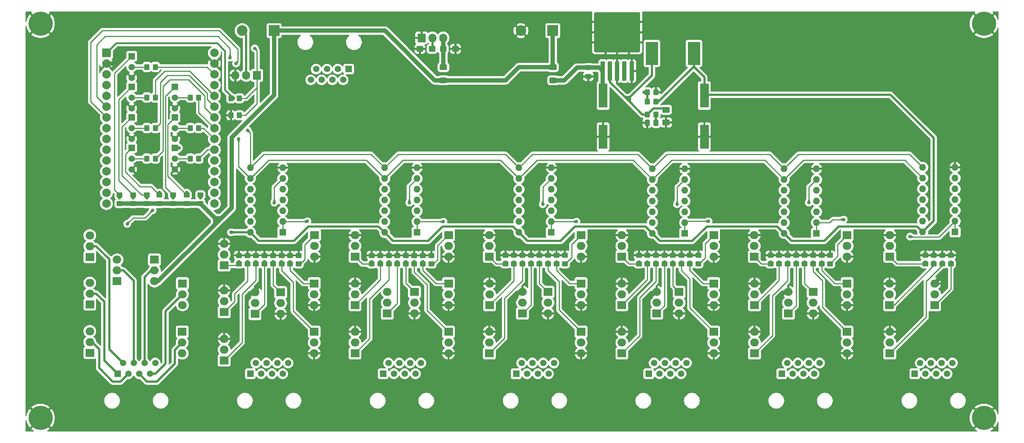
<source format=gtl>
G04 #@! TF.GenerationSoftware,KiCad,Pcbnew,8.0.1*
G04 #@! TF.CreationDate,2024-05-23T13:26:49+02:00*
G04 #@! TF.ProjectId,ShrackThingy,53687261-636b-4546-9869-6e67792e6b69,rev?*
G04 #@! TF.SameCoordinates,Original*
G04 #@! TF.FileFunction,Copper,L1,Top*
G04 #@! TF.FilePolarity,Positive*
%FSLAX46Y46*%
G04 Gerber Fmt 4.6, Leading zero omitted, Abs format (unit mm)*
G04 Created by KiCad (PCBNEW 8.0.1) date 2024-05-23 13:26:49*
%MOMM*%
%LPD*%
G01*
G04 APERTURE LIST*
G04 Aperture macros list*
%AMRoundRect*
0 Rectangle with rounded corners*
0 $1 Rounding radius*
0 $2 $3 $4 $5 $6 $7 $8 $9 X,Y pos of 4 corners*
0 Add a 4 corners polygon primitive as box body*
4,1,4,$2,$3,$4,$5,$6,$7,$8,$9,$2,$3,0*
0 Add four circle primitives for the rounded corners*
1,1,$1+$1,$2,$3*
1,1,$1+$1,$4,$5*
1,1,$1+$1,$6,$7*
1,1,$1+$1,$8,$9*
0 Add four rect primitives between the rounded corners*
20,1,$1+$1,$2,$3,$4,$5,0*
20,1,$1+$1,$4,$5,$6,$7,0*
20,1,$1+$1,$6,$7,$8,$9,0*
20,1,$1+$1,$8,$9,$2,$3,0*%
G04 Aperture macros list end*
G04 #@! TA.AperFunction,SMDPad,CuDef*
%ADD10R,2.000000X5.700000*%
G04 #@! TD*
G04 #@! TA.AperFunction,ComponentPad*
%ADD11R,2.000000X1.905000*%
G04 #@! TD*
G04 #@! TA.AperFunction,ComponentPad*
%ADD12O,2.000000X1.905000*%
G04 #@! TD*
G04 #@! TA.AperFunction,SMDPad,CuDef*
%ADD13RoundRect,0.250000X0.450000X-0.350000X0.450000X0.350000X-0.450000X0.350000X-0.450000X-0.350000X0*%
G04 #@! TD*
G04 #@! TA.AperFunction,ComponentPad*
%ADD14R,1.500000X1.500000*%
G04 #@! TD*
G04 #@! TA.AperFunction,ComponentPad*
%ADD15C,1.500000*%
G04 #@! TD*
G04 #@! TA.AperFunction,ComponentPad*
%ADD16R,1.600000X1.600000*%
G04 #@! TD*
G04 #@! TA.AperFunction,ComponentPad*
%ADD17O,1.600000X1.600000*%
G04 #@! TD*
G04 #@! TA.AperFunction,SMDPad,CuDef*
%ADD18RoundRect,0.250000X-0.475000X0.337500X-0.475000X-0.337500X0.475000X-0.337500X0.475000X0.337500X0*%
G04 #@! TD*
G04 #@! TA.AperFunction,SMDPad,CuDef*
%ADD19RoundRect,0.250000X-0.537500X-0.425000X0.537500X-0.425000X0.537500X0.425000X-0.537500X0.425000X0*%
G04 #@! TD*
G04 #@! TA.AperFunction,ComponentPad*
%ADD20R,2.500000X2.500000*%
G04 #@! TD*
G04 #@! TA.AperFunction,ComponentPad*
%ADD21C,2.500000*%
G04 #@! TD*
G04 #@! TA.AperFunction,SMDPad,CuDef*
%ADD22RoundRect,0.250000X-0.450000X0.350000X-0.450000X-0.350000X0.450000X-0.350000X0.450000X0.350000X0*%
G04 #@! TD*
G04 #@! TA.AperFunction,SMDPad,CuDef*
%ADD23RoundRect,0.250000X0.350000X0.450000X-0.350000X0.450000X-0.350000X-0.450000X0.350000X-0.450000X0*%
G04 #@! TD*
G04 #@! TA.AperFunction,ComponentPad*
%ADD24C,5.700000*%
G04 #@! TD*
G04 #@! TA.AperFunction,SMDPad,CuDef*
%ADD25RoundRect,0.250000X0.537500X0.425000X-0.537500X0.425000X-0.537500X-0.425000X0.537500X-0.425000X0*%
G04 #@! TD*
G04 #@! TA.AperFunction,SMDPad,CuDef*
%ADD26RoundRect,0.250000X-0.350000X-0.450000X0.350000X-0.450000X0.350000X0.450000X-0.350000X0.450000X0*%
G04 #@! TD*
G04 #@! TA.AperFunction,SMDPad,CuDef*
%ADD27RoundRect,0.250000X0.337500X0.475000X-0.337500X0.475000X-0.337500X-0.475000X0.337500X-0.475000X0*%
G04 #@! TD*
G04 #@! TA.AperFunction,SMDPad,CuDef*
%ADD28RoundRect,0.250000X0.300000X-2.050000X0.300000X2.050000X-0.300000X2.050000X-0.300000X-2.050000X0*%
G04 #@! TD*
G04 #@! TA.AperFunction,SMDPad,CuDef*
%ADD29RoundRect,0.250000X2.375000X-2.025000X2.375000X2.025000X-2.375000X2.025000X-2.375000X-2.025000X0*%
G04 #@! TD*
G04 #@! TA.AperFunction,SMDPad,CuDef*
%ADD30RoundRect,0.250002X5.149998X-4.449998X5.149998X4.449998X-5.149998X4.449998X-5.149998X-4.449998X0*%
G04 #@! TD*
G04 #@! TA.AperFunction,SMDPad,CuDef*
%ADD31RoundRect,0.250000X-0.625000X0.400000X-0.625000X-0.400000X0.625000X-0.400000X0.625000X0.400000X0*%
G04 #@! TD*
G04 #@! TA.AperFunction,ComponentPad*
%ADD32R,1.905000X2.000000*%
G04 #@! TD*
G04 #@! TA.AperFunction,ComponentPad*
%ADD33O,1.905000X2.000000*%
G04 #@! TD*
G04 #@! TA.AperFunction,ComponentPad*
%ADD34R,2.000000X2.000000*%
G04 #@! TD*
G04 #@! TA.AperFunction,ComponentPad*
%ADD35C,2.000000*%
G04 #@! TD*
G04 #@! TA.AperFunction,SMDPad,CuDef*
%ADD36RoundRect,0.250000X0.625000X-0.400000X0.625000X0.400000X-0.625000X0.400000X-0.625000X-0.400000X0*%
G04 #@! TD*
G04 #@! TA.AperFunction,SMDPad,CuDef*
%ADD37RoundRect,0.250001X-0.624999X0.462499X-0.624999X-0.462499X0.624999X-0.462499X0.624999X0.462499X0*%
G04 #@! TD*
G04 #@! TA.AperFunction,SMDPad,CuDef*
%ADD38R,2.900000X5.400000*%
G04 #@! TD*
G04 #@! TA.AperFunction,ViaPad*
%ADD39C,0.800000*%
G04 #@! TD*
G04 #@! TA.AperFunction,Conductor*
%ADD40C,1.000000*%
G04 #@! TD*
G04 #@! TA.AperFunction,Conductor*
%ADD41C,0.500000*%
G04 #@! TD*
G04 #@! TA.AperFunction,Conductor*
%ADD42C,0.450000*%
G04 #@! TD*
G04 #@! TA.AperFunction,Conductor*
%ADD43C,0.250000*%
G04 #@! TD*
G04 APERTURE END LIST*
D10*
X291200000Y-148550000D03*
X291200000Y-158250000D03*
D11*
X358655000Y-186540000D03*
D12*
X358655000Y-184000000D03*
X358655000Y-181460000D03*
D11*
X286000000Y-181460000D03*
D12*
X286000000Y-184000000D03*
X286000000Y-186540000D03*
D11*
X272200000Y-199940000D03*
D12*
X272200000Y-197400000D03*
X272200000Y-194860000D03*
D13*
X272200000Y-188200000D03*
X272200000Y-186200000D03*
D14*
X180240000Y-146460000D03*
D15*
X180240000Y-149000000D03*
X180240000Y-151540000D03*
D13*
X276200000Y-188200000D03*
X276200000Y-186200000D03*
D11*
X232800000Y-186540000D03*
D12*
X232800000Y-184000000D03*
X232800000Y-181460000D03*
D11*
X264455000Y-197940000D03*
D12*
X264455000Y-195400000D03*
X264455000Y-192860000D03*
D16*
X341400000Y-181025000D03*
D17*
X341400000Y-178485000D03*
X341400000Y-175945000D03*
X341400000Y-173405000D03*
X341400000Y-170865000D03*
X341400000Y-168325000D03*
X341400000Y-165785000D03*
X333780000Y-165785000D03*
X333780000Y-168325000D03*
X333780000Y-170865000D03*
X333780000Y-173405000D03*
X333780000Y-175945000D03*
X333780000Y-178485000D03*
X333780000Y-181025000D03*
D13*
X313600000Y-188200000D03*
X313600000Y-186200000D03*
D11*
X317200000Y-181460000D03*
D12*
X317200000Y-184000000D03*
X317200000Y-186540000D03*
D13*
X369000000Y-188200000D03*
X369000000Y-186200000D03*
D16*
X279000000Y-180825000D03*
D17*
X279000000Y-178285000D03*
X279000000Y-175745000D03*
X279000000Y-173205000D03*
X279000000Y-170665000D03*
X279000000Y-168125000D03*
X279000000Y-165585000D03*
X271380000Y-165585000D03*
X271380000Y-168125000D03*
X271380000Y-170665000D03*
X271380000Y-173205000D03*
X271380000Y-175745000D03*
X271380000Y-178285000D03*
X271380000Y-180825000D03*
D11*
X192200000Y-192860000D03*
D12*
X192200000Y-195400000D03*
X192200000Y-197940000D03*
D13*
X240750000Y-188250000D03*
X240750000Y-186250000D03*
D11*
X295600000Y-209340000D03*
D12*
X295600000Y-206800000D03*
X295600000Y-204260000D03*
D18*
X287700000Y-141962500D03*
X287700000Y-144037500D03*
D13*
X342600000Y-188200000D03*
X342600000Y-186200000D03*
D11*
X286000000Y-192860000D03*
D12*
X286000000Y-195400000D03*
X286000000Y-197940000D03*
D13*
X236750000Y-188250000D03*
X236750000Y-186250000D03*
D19*
X253562500Y-137545000D03*
X256437500Y-137545000D03*
D13*
X371000000Y-188200000D03*
X371000000Y-186200000D03*
D11*
X185600000Y-187260000D03*
D12*
X185600000Y-189800000D03*
X185600000Y-192340000D03*
D14*
X364520000Y-214150000D03*
D15*
X365790000Y-211610000D03*
X367060000Y-214150000D03*
X368330000Y-211610000D03*
X369600000Y-214150000D03*
X370870000Y-211610000D03*
X372140000Y-214150000D03*
X373410000Y-211610000D03*
D11*
X240400000Y-199940000D03*
D12*
X240400000Y-197400000D03*
X240400000Y-194860000D03*
D20*
X279350000Y-133245000D03*
D21*
X271850000Y-133245000D03*
D22*
X193200000Y-172000000D03*
X193200000Y-174000000D03*
D11*
X232800000Y-197940000D03*
D12*
X232800000Y-195400000D03*
X232800000Y-192860000D03*
D23*
X303600000Y-153000000D03*
X301600000Y-153000000D03*
D16*
X247400000Y-180825000D03*
D17*
X247400000Y-178285000D03*
X247400000Y-175745000D03*
X247400000Y-173205000D03*
X247400000Y-170665000D03*
X247400000Y-168125000D03*
X247400000Y-165585000D03*
X239780000Y-165585000D03*
X239780000Y-168125000D03*
X239780000Y-170665000D03*
X239780000Y-173205000D03*
X239780000Y-175745000D03*
X239780000Y-178285000D03*
X239780000Y-180825000D03*
D13*
X305600000Y-188200000D03*
X305600000Y-186200000D03*
D24*
X380800000Y-224600000D03*
D23*
X185840000Y-163400000D03*
X183840000Y-163400000D03*
D13*
X336600000Y-188200000D03*
X336600000Y-186200000D03*
D11*
X223200000Y-192860000D03*
D12*
X223200000Y-195400000D03*
X223200000Y-197940000D03*
D11*
X223250000Y-181460000D03*
D12*
X223250000Y-184000000D03*
X223250000Y-186540000D03*
D11*
X295600000Y-197940000D03*
D12*
X295600000Y-195400000D03*
X295600000Y-192860000D03*
D13*
X303600000Y-188200000D03*
X303600000Y-186200000D03*
D11*
X278200000Y-194860000D03*
D12*
X278200000Y-197400000D03*
X278200000Y-199940000D03*
D13*
X244750000Y-188250000D03*
X244750000Y-186250000D03*
D24*
X380800000Y-131600000D03*
D14*
X190440000Y-146460000D03*
D15*
X190440000Y-149000000D03*
X190440000Y-151540000D03*
D25*
X250940000Y-137545000D03*
X248065000Y-137545000D03*
D26*
X203600000Y-149200000D03*
X205600000Y-149200000D03*
D11*
X254800000Y-192860000D03*
D12*
X254800000Y-195400000D03*
X254800000Y-197940000D03*
D13*
X309600000Y-188200000D03*
X309600000Y-186200000D03*
D20*
X213750000Y-133245000D03*
D21*
X206250000Y-133245000D03*
D27*
X303637500Y-155000000D03*
X301562500Y-155000000D03*
D13*
X307600000Y-188200000D03*
X307600000Y-186200000D03*
X248750000Y-188250000D03*
X248750000Y-186250000D03*
D22*
X190000000Y-172000000D03*
X190000000Y-174000000D03*
D11*
X317200000Y-192860000D03*
D12*
X317200000Y-195400000D03*
X317200000Y-197940000D03*
D11*
X170400000Y-197800000D03*
D12*
X170400000Y-195260000D03*
X170400000Y-192720000D03*
D13*
X238750000Y-188250000D03*
X238750000Y-186250000D03*
D23*
X303600000Y-147800000D03*
X301600000Y-147800000D03*
D22*
X183800000Y-172000000D03*
X183800000Y-174000000D03*
D11*
X326800000Y-209340000D03*
D12*
X326800000Y-206800000D03*
X326800000Y-204260000D03*
D23*
X196040000Y-149000000D03*
X194040000Y-149000000D03*
D13*
X280200000Y-188200000D03*
X280200000Y-186200000D03*
D14*
X190440000Y-153660000D03*
D15*
X190440000Y-156200000D03*
X190440000Y-158740000D03*
D24*
X158800000Y-224600000D03*
D11*
X358600000Y-197940000D03*
D12*
X358600000Y-195400000D03*
X358600000Y-192860000D03*
D22*
X196400000Y-172000000D03*
X196400000Y-174000000D03*
D16*
X374000000Y-180700000D03*
D17*
X374000000Y-178160000D03*
X374000000Y-175620000D03*
X374000000Y-173080000D03*
X374000000Y-170540000D03*
X374000000Y-168000000D03*
X374000000Y-165460000D03*
X366380000Y-165460000D03*
X366380000Y-168000000D03*
X366380000Y-170540000D03*
X366380000Y-173080000D03*
X366380000Y-175620000D03*
X366380000Y-178160000D03*
X366380000Y-180700000D03*
D13*
X330600000Y-188200000D03*
X330600000Y-186200000D03*
D14*
X270717500Y-214150000D03*
D15*
X271987500Y-211610000D03*
X273257500Y-214150000D03*
X274527500Y-211610000D03*
X275797500Y-214150000D03*
X277067500Y-211610000D03*
X278337500Y-214150000D03*
X279607500Y-211610000D03*
D11*
X340600000Y-194860000D03*
D12*
X340600000Y-197400000D03*
X340600000Y-199940000D03*
D11*
X202000000Y-188600000D03*
D12*
X202000000Y-186060000D03*
X202000000Y-183520000D03*
D11*
X176800000Y-192340000D03*
D12*
X176800000Y-189800000D03*
X176800000Y-187260000D03*
D11*
X170400000Y-209200000D03*
D12*
X170400000Y-206660000D03*
X170400000Y-204120000D03*
D11*
X286000000Y-204260000D03*
D12*
X286000000Y-206800000D03*
X286000000Y-209340000D03*
D28*
X291100000Y-142750000D03*
X292800000Y-142750000D03*
X294500000Y-142750000D03*
X296200000Y-142750000D03*
X297900000Y-142750000D03*
D29*
X291725000Y-136025000D03*
X297275000Y-136025000D03*
D30*
X294500000Y-133600000D03*
D29*
X291725000Y-131175000D03*
X297275000Y-131175000D03*
D23*
X185840000Y-149000000D03*
X183840000Y-149000000D03*
D13*
X270200000Y-188200000D03*
X270200000Y-186200000D03*
D14*
X180240000Y-139260000D03*
D15*
X180240000Y-141800000D03*
X180240000Y-144340000D03*
D11*
X192145000Y-204260000D03*
D12*
X192145000Y-206800000D03*
X192145000Y-209340000D03*
D11*
X264400000Y-209340000D03*
D12*
X264400000Y-206800000D03*
X264400000Y-204260000D03*
D11*
X232800000Y-209340000D03*
D12*
X232800000Y-206800000D03*
X232800000Y-204260000D03*
D13*
X219500000Y-188250000D03*
X219500000Y-186250000D03*
D16*
X310400000Y-181025000D03*
D17*
X310400000Y-178485000D03*
X310400000Y-175945000D03*
X310400000Y-173405000D03*
X310400000Y-170865000D03*
X310400000Y-168325000D03*
X310400000Y-165785000D03*
X302780000Y-165785000D03*
X302780000Y-168325000D03*
X302780000Y-170865000D03*
X302780000Y-173405000D03*
X302780000Y-175945000D03*
X302780000Y-178485000D03*
X302780000Y-181025000D03*
D14*
X208165000Y-214150000D03*
D15*
X209435000Y-211610000D03*
X210705000Y-214150000D03*
X211975000Y-211610000D03*
X213245000Y-214150000D03*
X214515000Y-211610000D03*
X215785000Y-214150000D03*
X217055000Y-211610000D03*
D31*
X279400000Y-141850000D03*
X279400000Y-144950000D03*
D13*
X367000000Y-188200000D03*
X367000000Y-186200000D03*
D23*
X196040000Y-156200000D03*
X194040000Y-156200000D03*
D11*
X264400000Y-186540000D03*
D12*
X264400000Y-184000000D03*
X264400000Y-181460000D03*
D13*
X217500000Y-188250000D03*
X217500000Y-186250000D03*
D24*
X158800000Y-131600000D03*
D13*
X311600000Y-188200000D03*
X311600000Y-186200000D03*
D11*
X170400000Y-186600000D03*
D12*
X170400000Y-184060000D03*
X170400000Y-181520000D03*
D14*
X301915000Y-214150000D03*
D15*
X303185000Y-211610000D03*
X304455000Y-214150000D03*
X305725000Y-211610000D03*
X306995000Y-214150000D03*
X308265000Y-211610000D03*
X309535000Y-214150000D03*
X310805000Y-211610000D03*
D16*
X215800000Y-180800000D03*
D17*
X215800000Y-178260000D03*
X215800000Y-175720000D03*
X215800000Y-173180000D03*
X215800000Y-170640000D03*
X215800000Y-168100000D03*
X215800000Y-165560000D03*
X208180000Y-165560000D03*
X208180000Y-168100000D03*
X208180000Y-170640000D03*
X208180000Y-173180000D03*
X208180000Y-175720000D03*
X208180000Y-178260000D03*
X208180000Y-180800000D03*
D11*
X348600000Y-192860000D03*
D12*
X348600000Y-195400000D03*
X348600000Y-197940000D03*
D13*
X299600000Y-188200000D03*
X299600000Y-186200000D03*
D11*
X317200000Y-204260000D03*
D12*
X317200000Y-206800000D03*
X317200000Y-209340000D03*
D32*
X209740000Y-143800000D03*
D33*
X207200000Y-143800000D03*
X204660000Y-143800000D03*
D34*
X174320000Y-138460000D03*
D35*
X174320000Y-141000000D03*
X174320000Y-143540000D03*
X174320000Y-146080000D03*
X174320000Y-148620000D03*
X174320000Y-151160000D03*
X174320000Y-153700000D03*
X174320000Y-156240000D03*
X174320000Y-158780000D03*
X174320000Y-161320000D03*
X174320000Y-163860000D03*
X174320000Y-166400000D03*
X174320000Y-168940000D03*
X174320000Y-171480000D03*
X174320000Y-174020000D03*
X199720000Y-174020000D03*
X199720000Y-171480000D03*
X199720000Y-168940000D03*
X199720000Y-166400000D03*
X199720000Y-163860000D03*
X199720000Y-161320000D03*
X199720000Y-158780000D03*
X199720000Y-156240000D03*
X199720000Y-153700000D03*
X199720000Y-151160000D03*
X199720000Y-148620000D03*
X199720000Y-146080000D03*
X199720000Y-143540000D03*
X199720000Y-141000000D03*
X199720000Y-138460000D03*
D14*
X180240000Y-160860000D03*
D15*
X180240000Y-163400000D03*
X180240000Y-165940000D03*
D11*
X246800000Y-194860000D03*
D12*
X246800000Y-197400000D03*
X246800000Y-199940000D03*
D11*
X326745000Y-186540000D03*
D12*
X326745000Y-184000000D03*
X326745000Y-181460000D03*
D11*
X334800000Y-199940000D03*
D12*
X334800000Y-197400000D03*
X334800000Y-194860000D03*
D14*
X180240000Y-153660000D03*
D15*
X180240000Y-156200000D03*
X180240000Y-158740000D03*
D11*
X223200000Y-204260000D03*
D12*
X223200000Y-206800000D03*
X223200000Y-209340000D03*
D14*
X231282500Y-142300000D03*
D15*
X230012500Y-144840000D03*
X228742500Y-142300000D03*
X227472500Y-144840000D03*
X226202500Y-142300000D03*
X224932500Y-144840000D03*
X223662500Y-142300000D03*
X222392500Y-144840000D03*
D11*
X358655000Y-209340000D03*
D12*
X358655000Y-206800000D03*
X358655000Y-204260000D03*
D14*
X176915000Y-214150000D03*
D15*
X178185000Y-211610000D03*
X179455000Y-214150000D03*
X180725000Y-211610000D03*
X181995000Y-214150000D03*
X183265000Y-211610000D03*
X184535000Y-214150000D03*
X185805000Y-211610000D03*
D13*
X209500000Y-188250000D03*
X209500000Y-186250000D03*
X334600000Y-188200000D03*
X334600000Y-186200000D03*
X373000000Y-188200000D03*
X373000000Y-186200000D03*
X207500000Y-188250000D03*
X207500000Y-186250000D03*
X246750000Y-188250000D03*
X246750000Y-186250000D03*
D22*
X186800000Y-172000000D03*
X186800000Y-174000000D03*
D23*
X185840000Y-141800000D03*
X183840000Y-141800000D03*
X196040000Y-163400000D03*
X194040000Y-163400000D03*
D32*
X248460000Y-134945000D03*
D33*
X251000000Y-134945000D03*
X253540000Y-134945000D03*
D13*
X250750000Y-188250000D03*
X250750000Y-186250000D03*
D11*
X309055000Y-194860000D03*
D12*
X309055000Y-197400000D03*
X309055000Y-199940000D03*
D14*
X333217500Y-214150000D03*
D15*
X334487500Y-211610000D03*
X335757500Y-214150000D03*
X337027500Y-211610000D03*
X338297500Y-214150000D03*
X339567500Y-211610000D03*
X340837500Y-214150000D03*
X342107500Y-211610000D03*
D13*
X242750000Y-188250000D03*
X242750000Y-186250000D03*
D36*
X253600000Y-144950000D03*
X253600000Y-141850000D03*
D13*
X215550000Y-188250000D03*
X215550000Y-186250000D03*
X268200000Y-188200000D03*
X268200000Y-186200000D03*
D11*
X209250000Y-200040000D03*
D12*
X209250000Y-197500000D03*
X209250000Y-194960000D03*
D11*
X348600000Y-204260000D03*
D12*
X348600000Y-206800000D03*
X348600000Y-209340000D03*
D11*
X254800000Y-204260000D03*
D12*
X254800000Y-206800000D03*
X254800000Y-209340000D03*
D13*
X211500000Y-188250000D03*
X211500000Y-186250000D03*
X344600000Y-188200000D03*
X344600000Y-186200000D03*
D14*
X190440000Y-160860000D03*
D15*
X190440000Y-163400000D03*
X190440000Y-165940000D03*
D13*
X338600000Y-188200000D03*
X338600000Y-186200000D03*
D14*
X239415000Y-214150000D03*
D15*
X240685000Y-211610000D03*
X241955000Y-214150000D03*
X243225000Y-211610000D03*
X244495000Y-214150000D03*
X245765000Y-211610000D03*
X247035000Y-214150000D03*
X248305000Y-211610000D03*
D23*
X185840000Y-156200000D03*
X183840000Y-156200000D03*
D26*
X301600000Y-150000000D03*
X303600000Y-150000000D03*
D13*
X213550000Y-188250000D03*
X213550000Y-186250000D03*
D22*
X177400000Y-172000000D03*
X177400000Y-174000000D03*
D11*
X202000000Y-199600000D03*
D12*
X202000000Y-197060000D03*
X202000000Y-194520000D03*
D13*
X301600000Y-188200000D03*
X301600000Y-186200000D03*
X205500000Y-188250000D03*
X205500000Y-186250000D03*
X332600000Y-188200000D03*
X332600000Y-186200000D03*
X278200000Y-188200000D03*
X278200000Y-186200000D03*
D11*
X254800000Y-181460000D03*
D12*
X254800000Y-184000000D03*
X254800000Y-186540000D03*
D10*
X315000000Y-148550000D03*
X315000000Y-158250000D03*
D11*
X369200000Y-197940000D03*
D12*
X369200000Y-195400000D03*
X369200000Y-192860000D03*
D13*
X274200000Y-188200000D03*
X274200000Y-186200000D03*
D11*
X326800000Y-197940000D03*
D12*
X326800000Y-195400000D03*
X326800000Y-192860000D03*
D11*
X348600000Y-181460000D03*
D12*
X348600000Y-184000000D03*
X348600000Y-186540000D03*
D13*
X340600000Y-188200000D03*
X340600000Y-186200000D03*
D11*
X202000000Y-211000000D03*
D12*
X202000000Y-208460000D03*
X202000000Y-205920000D03*
D37*
X306000000Y-151912500D03*
X306000000Y-154887500D03*
D38*
X302650000Y-138600000D03*
X312550000Y-138600000D03*
D11*
X295600000Y-186540000D03*
D12*
X295600000Y-184000000D03*
X295600000Y-181460000D03*
D11*
X215305000Y-194960000D03*
D12*
X215305000Y-197500000D03*
X215305000Y-200040000D03*
D22*
X180600000Y-172000000D03*
X180600000Y-174000000D03*
D11*
X303800000Y-199940000D03*
D12*
X303800000Y-197400000D03*
X303800000Y-194860000D03*
D23*
X205600000Y-153200000D03*
X203600000Y-153200000D03*
D13*
X282200000Y-188200000D03*
X282200000Y-186200000D03*
D39*
X182600000Y-139200000D03*
X203600000Y-180800000D03*
X204200000Y-149200000D03*
X177400000Y-172700000D03*
X180600000Y-172700000D03*
X183800061Y-172700000D03*
X179200000Y-178800000D03*
X186800000Y-171400000D03*
X185200000Y-175600000D03*
X190000000Y-172700000D03*
X193200000Y-171400000D03*
X191400000Y-160860000D03*
X196400000Y-172700000D03*
X207500000Y-187750000D03*
X217500000Y-187750000D03*
X245575000Y-173825954D03*
X246750000Y-187750000D03*
X272200000Y-187800000D03*
X301600000Y-187800000D03*
X311600000Y-187800000D03*
X340600000Y-187800000D03*
X339600000Y-173800000D03*
X371000000Y-187800000D03*
X373000000Y-187800000D03*
X205500000Y-187750000D03*
X244750000Y-187750000D03*
X274200000Y-187800000D03*
X299600000Y-187800000D03*
X338600000Y-187800000D03*
X209500000Y-187750000D03*
X238750000Y-187750000D03*
X248750000Y-187750000D03*
X278200000Y-187800000D03*
X277000000Y-174200000D03*
X303600000Y-187800000D03*
X332600000Y-187800000D03*
X342600000Y-187800000D03*
X209200000Y-137400000D03*
X211500000Y-187750000D03*
X236750000Y-187750000D03*
X276200000Y-187800000D03*
X305600000Y-187800000D03*
X330600000Y-187800000D03*
X215500000Y-187750000D03*
X213803364Y-173803364D03*
X240750000Y-187750000D03*
X270200000Y-187800000D03*
X280200000Y-187800000D03*
X309600000Y-187800000D03*
X308600000Y-174200000D03*
X334600000Y-187800000D03*
X369000000Y-187800000D03*
X213500000Y-187750000D03*
X242750000Y-187750000D03*
X268200000Y-187800000D03*
X307600000Y-187800000D03*
X336600000Y-187800000D03*
X367000000Y-187800000D03*
X221600000Y-178200000D03*
X300800000Y-147800000D03*
X296200000Y-144000000D03*
X205400000Y-158800000D03*
X204800000Y-141000000D03*
X203400000Y-139600000D03*
X207516636Y-156716636D03*
X253600000Y-178285000D03*
X284915000Y-178285000D03*
X316000000Y-178200000D03*
X347800000Y-177800000D03*
X363400000Y-181800000D03*
D40*
X186460000Y-192340000D02*
X185600000Y-192340000D01*
X193200000Y-174000000D02*
X196400000Y-174000000D01*
X199900000Y-177500000D02*
X201300000Y-177500000D01*
X200500000Y-178100000D02*
X200700000Y-178100000D01*
X279350000Y-141800000D02*
X279400000Y-141850000D01*
X203800000Y-175000000D02*
X199900000Y-178900000D01*
X199900000Y-177500000D02*
X199900000Y-178900000D01*
X190000000Y-174000000D02*
X193200000Y-174000000D01*
X271350000Y-141850000D02*
X279400000Y-141850000D01*
X253600000Y-144950000D02*
X251550000Y-144950000D01*
X279350000Y-133245000D02*
X279350000Y-141800000D01*
X201300000Y-177500000D02*
X201800000Y-177000000D01*
X200700000Y-178100000D02*
X201800000Y-177000000D01*
X186800000Y-174000000D02*
X190000000Y-174000000D01*
X251550000Y-144950000D02*
X239845000Y-133245000D01*
X199700000Y-177300000D02*
X200500000Y-178100000D01*
X199900000Y-178900000D02*
X186460000Y-192340000D01*
X180600000Y-174000000D02*
X183800000Y-174000000D01*
X213750000Y-148450000D02*
X203800000Y-158400000D01*
X183800000Y-174000000D02*
X186800000Y-174000000D01*
X253600000Y-144950000D02*
X268250000Y-144950000D01*
X203800000Y-158400000D02*
X203800000Y-175000000D01*
X268250000Y-144950000D02*
X271350000Y-141850000D01*
X196400000Y-174000000D02*
X199700000Y-177300000D01*
X201800000Y-177000000D02*
X203800000Y-175000000D01*
X239845000Y-133245000D02*
X213750000Y-133245000D01*
X213750000Y-133245000D02*
X213750000Y-148450000D01*
X199700000Y-177300000D02*
X199900000Y-177500000D01*
X177400000Y-174000000D02*
X180600000Y-174000000D01*
X272200000Y-194860000D02*
X271540000Y-194860000D01*
X369200000Y-192800000D02*
X370600000Y-191400000D01*
X208640000Y-194960000D02*
X207600000Y-196000000D01*
X271540000Y-194860000D02*
X270400000Y-196000000D01*
X369200000Y-192860000D02*
X369200000Y-192800000D01*
X209250000Y-194960000D02*
X209250000Y-194350000D01*
X209250000Y-194350000D02*
X210200000Y-193400000D01*
X303800000Y-194860000D02*
X303340000Y-194860000D01*
X334800000Y-194860000D02*
X333940000Y-194860000D01*
X333940000Y-194860000D02*
X333000000Y-195800000D01*
X174320000Y-141000000D02*
X176000000Y-141000000D01*
X303340000Y-194860000D02*
X302000000Y-196200000D01*
X209250000Y-194960000D02*
X208640000Y-194960000D01*
D41*
X303637500Y-153037500D02*
X303600000Y-153000000D01*
X303637500Y-155000000D02*
X303637500Y-153037500D01*
X301155000Y-179400000D02*
X302780000Y-181025000D01*
X304200000Y-150000000D02*
X312550000Y-141650000D01*
X304555000Y-182800000D02*
X312200000Y-182800000D01*
X208180000Y-180800000D02*
X210180000Y-182800000D01*
X312550000Y-141650000D02*
X312550000Y-138600000D01*
X239780000Y-180825000D02*
X241755000Y-182800000D01*
X241755000Y-182800000D02*
X250000000Y-182800000D01*
X335555000Y-182800000D02*
X343200000Y-182800000D01*
X333780000Y-181025000D02*
X335555000Y-182800000D01*
X251000000Y-134945000D02*
X251000000Y-137485000D01*
X315000000Y-148350000D02*
X358799189Y-148350000D01*
X369000000Y-178080000D02*
X366380000Y-180700000D01*
X315000000Y-144200000D02*
X312550000Y-141750000D01*
X312200000Y-182800000D02*
X315600000Y-179400000D01*
X210180000Y-182800000D02*
X218400000Y-182800000D01*
X315000000Y-148350000D02*
X315000000Y-144200000D01*
X273355000Y-182800000D02*
X281200000Y-182800000D01*
X332155000Y-179400000D02*
X333780000Y-181025000D01*
X203600000Y-180800000D02*
X208180000Y-180800000D01*
X358799189Y-148350000D02*
X369000000Y-158550811D01*
X302780000Y-181025000D02*
X304555000Y-182800000D01*
X251000000Y-137485000D02*
X250940000Y-137545000D01*
X369000000Y-158550811D02*
X369000000Y-178080000D01*
X281200000Y-182800000D02*
X284600000Y-179400000D01*
X284600000Y-179400000D02*
X301155000Y-179400000D01*
X315600000Y-179400000D02*
X332155000Y-179400000D01*
X271380000Y-180825000D02*
X273355000Y-182800000D01*
X218400000Y-182800000D02*
X221800000Y-179400000D01*
X250000000Y-182800000D02*
X253400000Y-179400000D01*
X303600000Y-150000000D02*
X304200000Y-150000000D01*
X343200000Y-182800000D02*
X346600000Y-179400000D01*
X221800000Y-179400000D02*
X238355000Y-179400000D01*
X269955000Y-179400000D02*
X271380000Y-180825000D01*
X346600000Y-179400000D02*
X365080000Y-179400000D01*
X238355000Y-179400000D02*
X239780000Y-180825000D01*
X253400000Y-179400000D02*
X269955000Y-179400000D01*
X365080000Y-179400000D02*
X366380000Y-180700000D01*
X312550000Y-141750000D02*
X312550000Y-138600000D01*
X292800000Y-142375000D02*
X292800000Y-145400000D01*
X297400000Y-150000000D02*
X297500000Y-149900000D01*
X297550000Y-148900000D02*
X297500000Y-148900000D01*
X296900000Y-149500000D02*
X297400000Y-150000000D01*
X297500000Y-148900000D02*
X296300000Y-148900000D01*
X302650000Y-143800000D02*
X297550000Y-148900000D01*
X306000000Y-152112500D02*
X306000000Y-151912500D01*
X302650000Y-138600000D02*
X302650000Y-143800000D01*
X297500000Y-149900000D02*
X297500000Y-148900000D01*
X297500000Y-148900000D02*
X296900000Y-149500000D01*
X306000000Y-151912500D02*
X305687500Y-151600000D01*
X292800000Y-145400000D02*
X296300000Y-148900000D01*
X303000000Y-151600000D02*
X301600000Y-153000000D01*
X300400000Y-153000000D02*
X301600000Y-153000000D01*
X296300000Y-148900000D02*
X296900000Y-149500000D01*
X305687500Y-151600000D02*
X303000000Y-151600000D01*
X297400000Y-150000000D02*
X300400000Y-153000000D01*
D42*
X204200000Y-149200000D02*
X203600000Y-149200000D01*
X200400000Y-136200000D02*
X176580000Y-136200000D01*
X202200000Y-138000000D02*
X200400000Y-136200000D01*
X176580000Y-136200000D02*
X174320000Y-138460000D01*
X204200000Y-149200000D02*
X202200000Y-147200000D01*
X202200000Y-147200000D02*
X202200000Y-138000000D01*
D41*
X207200000Y-143800000D02*
X207200000Y-134195000D01*
X207200000Y-134195000D02*
X206250000Y-133245000D01*
D43*
X183840000Y-141800000D02*
X180240000Y-141800000D01*
X177400000Y-172000000D02*
X176200000Y-170800000D01*
X176200000Y-170800000D02*
X176200000Y-143300000D01*
X176200000Y-143300000D02*
X180240000Y-139260000D01*
X177400000Y-172700000D02*
X177400000Y-172000000D01*
X180240000Y-149000000D02*
X183840000Y-149000000D01*
X177200000Y-168600000D02*
X180600000Y-172000000D01*
X180240000Y-146460000D02*
X177200000Y-149500000D01*
X177200000Y-149500000D02*
X177200000Y-168600000D01*
X180600000Y-172700000D02*
X180600000Y-172000000D01*
X178000000Y-155900000D02*
X178000000Y-167400000D01*
X182600000Y-172000000D02*
X183800000Y-172000000D01*
X180240000Y-153660000D02*
X178000000Y-155900000D01*
X178000000Y-167400000D02*
X182600000Y-172000000D01*
X180240000Y-156200000D02*
X183840000Y-156200000D01*
X180240000Y-163400000D02*
X183840000Y-163400000D01*
X182200000Y-170000000D02*
X184800000Y-170000000D01*
X178800000Y-166600000D02*
X182200000Y-170000000D01*
X180240000Y-160860000D02*
X178800000Y-162300000D01*
X184800000Y-170000000D02*
X186800000Y-172000000D01*
X183400000Y-177400000D02*
X185200000Y-175600000D01*
X178800000Y-162300000D02*
X178800000Y-166600000D01*
X186800000Y-171400000D02*
X186800000Y-172000000D01*
X179200000Y-178800000D02*
X180600000Y-177400000D01*
X180600000Y-177400000D02*
X183400000Y-177400000D01*
D41*
X173800000Y-197160000D02*
X173800000Y-211035000D01*
X171900000Y-195260000D02*
X173800000Y-197160000D01*
X170400000Y-195260000D02*
X171900000Y-195260000D01*
X173800000Y-211035000D02*
X176915000Y-214150000D01*
X171900000Y-184060000D02*
X175000000Y-187160000D01*
X175000000Y-187160000D02*
X175000000Y-208425000D01*
X170400000Y-184060000D02*
X171900000Y-184060000D01*
X175000000Y-208425000D02*
X178185000Y-211610000D01*
X172600000Y-208347500D02*
X172600000Y-212800000D01*
X175800000Y-216000000D02*
X177605000Y-216000000D01*
X177605000Y-216000000D02*
X179455000Y-214150000D01*
X170400000Y-206660000D02*
X170912500Y-206660000D01*
X172600000Y-212800000D02*
X175800000Y-216000000D01*
X170912500Y-206660000D02*
X172600000Y-208347500D01*
X180725000Y-211610000D02*
X180725000Y-192225000D01*
X180725000Y-192225000D02*
X178300000Y-189800000D01*
X178300000Y-189800000D02*
X176800000Y-189800000D01*
D43*
X188200000Y-170200000D02*
X190000000Y-172000000D01*
X188200000Y-148700000D02*
X188200000Y-170200000D01*
X190440000Y-146460000D02*
X188200000Y-148700000D01*
X190440000Y-149000000D02*
X194040000Y-149000000D01*
X190440000Y-153660000D02*
X188750000Y-155350000D01*
X188750000Y-155350000D02*
X188750000Y-167550000D01*
X188750000Y-167550000D02*
X193200000Y-172000000D01*
X193200000Y-171400000D02*
X193200000Y-172000000D01*
X190440000Y-156200000D02*
X194040000Y-156200000D01*
X191400000Y-160860000D02*
X190440000Y-160860000D01*
X190440000Y-163400000D02*
X194040000Y-163400000D01*
D41*
X186200000Y-216000000D02*
X190400000Y-211800000D01*
X183845000Y-216000000D02*
X186200000Y-216000000D01*
X181995000Y-214150000D02*
X183845000Y-216000000D01*
X190400000Y-208545000D02*
X192145000Y-206800000D01*
X190400000Y-211800000D02*
X190400000Y-208545000D01*
X183265000Y-211610000D02*
X183265000Y-191335000D01*
X184800000Y-189800000D02*
X185600000Y-189800000D01*
X183265000Y-191335000D02*
X184800000Y-189800000D01*
X185850000Y-214150000D02*
X188200000Y-211800000D01*
X188200000Y-199400000D02*
X192200000Y-195400000D01*
X184535000Y-214150000D02*
X185850000Y-214150000D01*
X188200000Y-211800000D02*
X188200000Y-199400000D01*
D43*
X204500000Y-197100000D02*
X204500000Y-195300000D01*
X207500000Y-188250000D02*
X207500000Y-187750000D01*
X207500000Y-192300000D02*
X207500000Y-188250000D01*
X204500000Y-195300000D02*
X207500000Y-192300000D01*
X202000000Y-199600000D02*
X204500000Y-197100000D01*
X217500000Y-188250000D02*
X217500000Y-189750000D01*
X220610000Y-192860000D02*
X223200000Y-192860000D01*
X217500000Y-189750000D02*
X220610000Y-192860000D01*
X217500000Y-188250000D02*
X217500000Y-187750000D01*
X246750000Y-188250000D02*
X246750000Y-190150000D01*
X246750000Y-188250000D02*
X246750000Y-187750000D01*
X245575000Y-173825954D02*
X245575000Y-169950000D01*
X249750000Y-199210000D02*
X254800000Y-204260000D01*
X249750000Y-193150000D02*
X249750000Y-199210000D01*
X246750000Y-190150000D02*
X249750000Y-193150000D01*
X245575000Y-169950000D02*
X247400000Y-168125000D01*
X272200000Y-188200000D02*
X272200000Y-187800000D01*
X268000000Y-196400000D02*
X268000000Y-205740000D01*
X272200000Y-188200000D02*
X272200000Y-192200000D01*
X268000000Y-205740000D02*
X264400000Y-209340000D01*
X272200000Y-192200000D02*
X268000000Y-196400000D01*
X301600000Y-191940000D02*
X295600000Y-197940000D01*
X301600000Y-188200000D02*
X301600000Y-191940000D01*
X301600000Y-188200000D02*
X301600000Y-187800000D01*
X311600000Y-188200000D02*
X311600000Y-187800000D01*
X314660000Y-192860000D02*
X317200000Y-192860000D01*
X311600000Y-189800000D02*
X314660000Y-192860000D01*
X311600000Y-188200000D02*
X311600000Y-189800000D01*
X339600000Y-170125000D02*
X341400000Y-168325000D01*
X340600000Y-190000000D02*
X342800000Y-192200000D01*
X342800000Y-198460000D02*
X348600000Y-204260000D01*
X342800000Y-192200000D02*
X342800000Y-198460000D01*
X340600000Y-188200000D02*
X340600000Y-190000000D01*
X339600000Y-173800000D02*
X339600000Y-170125000D01*
X340600000Y-188200000D02*
X340600000Y-187800000D01*
X371000000Y-188600000D02*
X367200000Y-192400000D01*
X367200000Y-192400000D02*
X367200000Y-200795000D01*
X371000000Y-188200000D02*
X371000000Y-187800000D01*
X367200000Y-200795000D02*
X358655000Y-209340000D01*
X371000000Y-188200000D02*
X371000000Y-188600000D01*
X373000000Y-194140000D02*
X373000000Y-188200000D01*
X369200000Y-197940000D02*
X373000000Y-194140000D01*
X373000000Y-188200000D02*
X373000000Y-187800000D01*
X205500000Y-188250000D02*
X205500000Y-187750000D01*
X205150000Y-188600000D02*
X205500000Y-188250000D01*
X202000000Y-188600000D02*
X205150000Y-188600000D01*
X219500000Y-188250000D02*
X219950000Y-188250000D01*
X221000000Y-187200000D02*
X221000000Y-183710000D01*
X219950000Y-188250000D02*
X221000000Y-187200000D01*
X219900000Y-188300000D02*
X219500000Y-187900000D01*
X221000000Y-183710000D02*
X223250000Y-181460000D01*
X223250000Y-181460000D02*
X222990000Y-181200000D01*
X244750000Y-188250000D02*
X244750000Y-192810000D01*
X244750000Y-188250000D02*
X244750000Y-187750000D01*
X244750000Y-192810000D02*
X246800000Y-194860000D01*
X274200000Y-188200000D02*
X274200000Y-187800000D01*
X274200000Y-188200000D02*
X274200000Y-197940000D01*
X274200000Y-197940000D02*
X272200000Y-199940000D01*
X299600000Y-188200000D02*
X297260000Y-188200000D01*
X297260000Y-188200000D02*
X295600000Y-186540000D01*
X299600000Y-188200000D02*
X299600000Y-187800000D01*
X313600000Y-188200000D02*
X313800000Y-188200000D01*
X315200000Y-186800000D02*
X315200000Y-183460000D01*
X315200000Y-183460000D02*
X317200000Y-181460000D01*
X313800000Y-188200000D02*
X315200000Y-186800000D01*
X338600000Y-192860000D02*
X340600000Y-194860000D01*
X338600000Y-188200000D02*
X338600000Y-192860000D01*
X338600000Y-188200000D02*
X338600000Y-187800000D01*
X209500000Y-192100000D02*
X206250000Y-195350000D01*
X206250000Y-206750000D02*
X202000000Y-211000000D01*
X206250000Y-195350000D02*
X206250000Y-206750000D01*
X209500000Y-188250000D02*
X209500000Y-187750000D01*
X209500000Y-188250000D02*
X209500000Y-192100000D01*
X238750000Y-188250000D02*
X238750000Y-187750000D01*
X232810000Y-197940000D02*
X232800000Y-197940000D01*
X238750000Y-188250000D02*
X238750000Y-192000000D01*
X238750000Y-192000000D02*
X232810000Y-197940000D01*
X248750000Y-188250000D02*
X248750000Y-187750000D01*
X251860000Y-192860000D02*
X254800000Y-192860000D01*
X248750000Y-188250000D02*
X248750000Y-189750000D01*
X248750000Y-189750000D02*
X251860000Y-192860000D01*
X278200000Y-188200000D02*
X278200000Y-187800000D01*
X278200000Y-189800000D02*
X280800000Y-192400000D01*
X278200000Y-188200000D02*
X278200000Y-189800000D01*
X280800000Y-199060000D02*
X286000000Y-204260000D01*
X280800000Y-192400000D02*
X280800000Y-199060000D01*
X277000000Y-170125000D02*
X279000000Y-168125000D01*
X277000000Y-174200000D02*
X277000000Y-170125000D01*
X299800000Y-205140000D02*
X295600000Y-209340000D01*
X303600000Y-192400000D02*
X299800000Y-196200000D01*
X303600000Y-188200000D02*
X303600000Y-187800000D01*
X299800000Y-196200000D02*
X299800000Y-205140000D01*
X303600000Y-188200000D02*
X303600000Y-192400000D01*
X332600000Y-188200000D02*
X332600000Y-187800000D01*
X332600000Y-192140000D02*
X326800000Y-197940000D01*
X332600000Y-188200000D02*
X332600000Y-192140000D01*
X342600000Y-188200000D02*
X342600000Y-187800000D01*
X342600000Y-189800000D02*
X345660000Y-192860000D01*
X345660000Y-192860000D02*
X348600000Y-192860000D01*
X342600000Y-188200000D02*
X342600000Y-189800000D01*
X205600000Y-149200000D02*
X207200000Y-149200000D01*
X209200000Y-137400000D02*
X209740000Y-137940000D01*
X209500000Y-146900000D02*
X209740000Y-146660000D01*
X209740000Y-150460000D02*
X207000000Y-153200000D01*
X207000000Y-153200000D02*
X205600000Y-153200000D01*
X207200000Y-149200000D02*
X209500000Y-146900000D01*
X209740000Y-143800000D02*
X209740000Y-150460000D01*
X209740000Y-137940000D02*
X209740000Y-143800000D01*
X209740000Y-146660000D02*
X209740000Y-143800000D01*
X211500000Y-197790000D02*
X209250000Y-200040000D01*
X211500000Y-188250000D02*
X211500000Y-197790000D01*
X211500000Y-188250000D02*
X211500000Y-187750000D01*
X234510000Y-188250000D02*
X232800000Y-186540000D01*
X236750000Y-188250000D02*
X234510000Y-188250000D01*
X236750000Y-187750000D02*
X236750000Y-188250000D01*
X251250000Y-188250000D02*
X250750000Y-188250000D01*
X252250000Y-183962500D02*
X252250000Y-187250000D01*
X252250000Y-187250000D02*
X251250000Y-188250000D01*
X254752500Y-181460000D02*
X252250000Y-183962500D01*
X254800000Y-181460000D02*
X254752500Y-181460000D01*
X276200000Y-188200000D02*
X276200000Y-192860000D01*
X276200000Y-192860000D02*
X278200000Y-194860000D01*
X276200000Y-188200000D02*
X276200000Y-187800000D01*
X305600000Y-188200000D02*
X305600000Y-198140000D01*
X305600000Y-198140000D02*
X303800000Y-199940000D01*
X305600000Y-188200000D02*
X305600000Y-187800000D01*
X330600000Y-188200000D02*
X330600000Y-187800000D01*
X328405000Y-188200000D02*
X326745000Y-186540000D01*
X330600000Y-188200000D02*
X328405000Y-188200000D01*
X346400000Y-186400000D02*
X346400000Y-183660000D01*
X344600000Y-188200000D02*
X346400000Y-186400000D01*
X346400000Y-183660000D02*
X348600000Y-181460000D01*
X218250000Y-192562500D02*
X218250000Y-199310000D01*
X216000000Y-168040000D02*
X216120000Y-168040000D01*
X213803364Y-173803364D02*
X213803364Y-170096636D01*
X215550000Y-188250000D02*
X215550000Y-189862500D01*
X213803364Y-170096636D02*
X215800000Y-168100000D01*
X215550000Y-187800000D02*
X215550000Y-188250000D01*
X215550000Y-189862500D02*
X218250000Y-192562500D01*
X215500000Y-187750000D02*
X215550000Y-187800000D01*
X218250000Y-199310000D02*
X223200000Y-204260000D01*
X240750000Y-188250000D02*
X240750000Y-192000000D01*
X236250000Y-205890000D02*
X232800000Y-209340000D01*
X240750000Y-192000000D02*
X236250000Y-196500000D01*
X240750000Y-188250000D02*
X240750000Y-187750000D01*
X236250000Y-196500000D02*
X236250000Y-205890000D01*
X270200000Y-188200000D02*
X270200000Y-192195000D01*
X270200000Y-188200000D02*
X270200000Y-187800000D01*
X270200000Y-192195000D02*
X264455000Y-197940000D01*
X280200000Y-189800000D02*
X283260000Y-192860000D01*
X280200000Y-188200000D02*
X280200000Y-189800000D01*
X283260000Y-192860000D02*
X286000000Y-192860000D01*
X280200000Y-188200000D02*
X280200000Y-187800000D01*
X311600000Y-191800000D02*
X311600000Y-198660000D01*
X308600000Y-174200000D02*
X308600000Y-170125000D01*
X309600000Y-188200000D02*
X309600000Y-187800000D01*
X309600000Y-188200000D02*
X309600000Y-189800000D01*
X311600000Y-198660000D02*
X317200000Y-204260000D01*
X308600000Y-170125000D02*
X310400000Y-168325000D01*
X309600000Y-189800000D02*
X311600000Y-191800000D01*
X331000000Y-205140000D02*
X326800000Y-209340000D01*
X334600000Y-188200000D02*
X334600000Y-187800000D01*
X334600000Y-192200000D02*
X331000000Y-195800000D01*
X334600000Y-188200000D02*
X334600000Y-192200000D01*
X331000000Y-195800000D02*
X331000000Y-205140000D01*
X369000000Y-188200000D02*
X369000000Y-187800000D01*
X369000000Y-188600000D02*
X359660000Y-197940000D01*
X359660000Y-197940000D02*
X358600000Y-197940000D01*
X369000000Y-188200000D02*
X369000000Y-188600000D01*
X213550000Y-187800000D02*
X213550000Y-188250000D01*
X213500000Y-187750000D02*
X213550000Y-187800000D01*
X213550000Y-193205000D02*
X215305000Y-194960000D01*
X213550000Y-188250000D02*
X213550000Y-193205000D01*
X242750000Y-197590000D02*
X240400000Y-199940000D01*
X242750000Y-188250000D02*
X242750000Y-197590000D01*
X242750000Y-188250000D02*
X242750000Y-187750000D01*
X268200000Y-188200000D02*
X268200000Y-187800000D01*
X268200000Y-188200000D02*
X266060000Y-188200000D01*
X266060000Y-188200000D02*
X264400000Y-186540000D01*
X283800000Y-186700000D02*
X282300000Y-188200000D01*
X283800000Y-183660000D02*
X283800000Y-186700000D01*
X286000000Y-181460000D02*
X283800000Y-183660000D01*
X282300000Y-188200000D02*
X282200000Y-188200000D01*
X307600000Y-188200000D02*
X307600000Y-193405000D01*
X307600000Y-193405000D02*
X309055000Y-194860000D01*
X307600000Y-188200000D02*
X307600000Y-187800000D01*
X336600000Y-188200000D02*
X336600000Y-198140000D01*
X336600000Y-198140000D02*
X334800000Y-199940000D01*
X336600000Y-188200000D02*
X336600000Y-187800000D01*
X360315000Y-188200000D02*
X358655000Y-186540000D01*
X367000000Y-188200000D02*
X367000000Y-187800000D01*
X367000000Y-188200000D02*
X360315000Y-188200000D01*
X215800000Y-178260000D02*
X215800000Y-180800000D01*
X221540000Y-178260000D02*
X215800000Y-178260000D01*
X221600000Y-178200000D02*
X221540000Y-178260000D01*
X185840000Y-141800000D02*
X197980000Y-141800000D01*
X197980000Y-141800000D02*
X199720000Y-143540000D01*
X185840000Y-144960000D02*
X188000000Y-142800000D01*
X193900000Y-142800000D02*
X199720000Y-148620000D01*
X185840000Y-149000000D02*
X185840000Y-144960000D01*
X188000000Y-142800000D02*
X193900000Y-142800000D01*
X185840000Y-156200000D02*
X187000000Y-155040000D01*
X188600000Y-143800000D02*
X193800000Y-143800000D01*
X198000000Y-149440000D02*
X199720000Y-151160000D01*
X187000000Y-145400000D02*
X188600000Y-143800000D01*
X198000000Y-148000000D02*
X198000000Y-149440000D01*
X193800000Y-143800000D02*
X198000000Y-148000000D01*
X187000000Y-155040000D02*
X187000000Y-145400000D01*
X189200000Y-144800000D02*
X188200000Y-145800000D01*
X193601522Y-144800000D02*
X189200000Y-144800000D01*
X187600000Y-146400000D02*
X187600000Y-161640000D01*
X187600000Y-161640000D02*
X185840000Y-163400000D01*
X199720000Y-153700000D02*
X197400000Y-151380000D01*
X188300000Y-145700000D02*
X187600000Y-146400000D01*
X197400000Y-148598478D02*
X193601522Y-144800000D01*
X197400000Y-151380000D02*
X197400000Y-148598478D01*
X196040000Y-152560000D02*
X196040000Y-149000000D01*
X199720000Y-156240000D02*
X196040000Y-152560000D01*
X199720000Y-158780000D02*
X197140000Y-156200000D01*
X197140000Y-156200000D02*
X196040000Y-156200000D01*
X199720000Y-161320000D02*
X198120000Y-161320000D01*
X198120000Y-161320000D02*
X196040000Y-163400000D01*
D41*
X300800000Y-147800000D02*
X301600000Y-147800000D01*
X296200000Y-142375000D02*
X296200000Y-144000000D01*
X301600000Y-147800000D02*
X301600000Y-150000000D01*
D43*
X244105000Y-163800000D02*
X239780000Y-168125000D01*
X200800000Y-133200000D02*
X173400000Y-133200000D01*
X205400000Y-165320000D02*
X208180000Y-168100000D01*
X329255000Y-163800000D02*
X307305000Y-163800000D01*
X275705000Y-163800000D02*
X298255000Y-163800000D01*
X271380000Y-168125000D02*
X275705000Y-163800000D01*
X298255000Y-163800000D02*
X302780000Y-168325000D01*
X366380000Y-168000000D02*
X362180000Y-163800000D01*
X170600000Y-136000000D02*
X170600000Y-149980000D01*
X239780000Y-168125000D02*
X235455000Y-163800000D01*
X205200000Y-140600000D02*
X205200000Y-137600000D01*
X205200000Y-137600000D02*
X200800000Y-133200000D01*
X362180000Y-163800000D02*
X338305000Y-163800000D01*
X170600000Y-149980000D02*
X174320000Y-153700000D01*
X212480000Y-163800000D02*
X208180000Y-168100000D01*
X271380000Y-168125000D02*
X267055000Y-163800000D01*
X307305000Y-163800000D02*
X302780000Y-168325000D01*
X235455000Y-163800000D02*
X212480000Y-163800000D01*
X338305000Y-163800000D02*
X333780000Y-168325000D01*
X173400000Y-133200000D02*
X170600000Y-136000000D01*
X267055000Y-163800000D02*
X244105000Y-163800000D01*
X205400000Y-158800000D02*
X205400000Y-165320000D01*
X333780000Y-168325000D02*
X329255000Y-163800000D01*
X204800000Y-141000000D02*
X205200000Y-140600000D01*
X268195000Y-162400000D02*
X271380000Y-165585000D01*
X236595000Y-162400000D02*
X211340000Y-162400000D01*
X242965000Y-162400000D02*
X268195000Y-162400000D01*
X271380000Y-165585000D02*
X274565000Y-162400000D01*
X302780000Y-165785000D02*
X306165000Y-162400000D01*
X299395000Y-162400000D02*
X302780000Y-165785000D01*
X172000000Y-136600000D02*
X172000000Y-148840000D01*
X239780000Y-165585000D02*
X236595000Y-162400000D01*
X174000000Y-134600000D02*
X172000000Y-136600000D01*
X211340000Y-162400000D02*
X208180000Y-165560000D01*
X330395000Y-162400000D02*
X333780000Y-165785000D01*
X207516636Y-156716636D02*
X208180000Y-157380000D01*
X306165000Y-162400000D02*
X330395000Y-162400000D01*
X172000000Y-148840000D02*
X174320000Y-151160000D01*
X203400000Y-137400000D02*
X200600000Y-134600000D01*
X200600000Y-134600000D02*
X174000000Y-134600000D01*
X337165000Y-162400000D02*
X363320000Y-162400000D01*
X239780000Y-165585000D02*
X242965000Y-162400000D01*
X363320000Y-162400000D02*
X366380000Y-165460000D01*
X208180000Y-157380000D02*
X208180000Y-165560000D01*
X333780000Y-165785000D02*
X337165000Y-162400000D01*
X203400000Y-139600000D02*
X203400000Y-137400000D01*
X274565000Y-162400000D02*
X299395000Y-162400000D01*
X247400000Y-180825000D02*
X247400000Y-178285000D01*
X253600000Y-178285000D02*
X247400000Y-178285000D01*
X279000000Y-178285000D02*
X279000000Y-180825000D01*
X284915000Y-178285000D02*
X279000000Y-178285000D01*
X310400000Y-178485000D02*
X310400000Y-181025000D01*
X310685000Y-178200000D02*
X310400000Y-178485000D01*
X316000000Y-178200000D02*
X310685000Y-178200000D01*
X347800000Y-177800000D02*
X345200000Y-177800000D01*
X344515000Y-178485000D02*
X341400000Y-178485000D01*
X341400000Y-178485000D02*
X341400000Y-181025000D01*
X345200000Y-177800000D02*
X344515000Y-178485000D01*
X374000000Y-180700000D02*
X374000000Y-178160000D01*
X363525000Y-181925000D02*
X363400000Y-181800000D01*
X374000000Y-178160000D02*
X370235000Y-181925000D01*
X370235000Y-181925000D02*
X363525000Y-181925000D01*
D40*
X291100000Y-148250000D02*
X291000000Y-148350000D01*
X290312500Y-141962500D02*
X291100000Y-142750000D01*
X291100000Y-142750000D02*
X291100000Y-148250000D01*
X287700000Y-141962500D02*
X290312500Y-141962500D01*
X282050000Y-144950000D02*
X279400000Y-144950000D01*
X285037500Y-141962500D02*
X282050000Y-144950000D01*
X287700000Y-141962500D02*
X285037500Y-141962500D01*
X253600000Y-137582500D02*
X253540000Y-137522500D01*
X253600000Y-137582500D02*
X253562500Y-137545000D01*
X253540000Y-137522500D02*
X253540000Y-134945000D01*
X253600000Y-138600000D02*
X253600000Y-137582500D01*
X253600000Y-141850000D02*
X253600000Y-138600000D01*
D41*
X253540000Y-137522500D02*
X253562500Y-137545000D01*
G04 #@! TA.AperFunction,Conductor*
G36*
X155455703Y-225085000D02*
G01*
X155493477Y-225143778D01*
X155496867Y-225158652D01*
X155523517Y-225321214D01*
X155523519Y-225321222D01*
X155620695Y-225671220D01*
X155620697Y-225671227D01*
X155755152Y-226008684D01*
X155755161Y-226008702D01*
X155925316Y-226329647D01*
X155925318Y-226329651D01*
X156129170Y-226630309D01*
X156129177Y-226630319D01*
X156260969Y-226785475D01*
X156260970Y-226785475D01*
X157505748Y-225540698D01*
X157579588Y-225642330D01*
X157757670Y-225820412D01*
X157859300Y-225894251D01*
X156611888Y-227141662D01*
X156611888Y-227141664D01*
X156628070Y-227156992D01*
X156628071Y-227156993D01*
X156917266Y-227376832D01*
X156917282Y-227376843D01*
X157153965Y-227519250D01*
X157201260Y-227570679D01*
X157213243Y-227639513D01*
X157186108Y-227703899D01*
X157128471Y-227743393D01*
X157090037Y-227749500D01*
X155374500Y-227749500D01*
X155307461Y-227729815D01*
X155261706Y-227677011D01*
X155250500Y-227625500D01*
X155250500Y-225178713D01*
X155270185Y-225111674D01*
X155322989Y-225065919D01*
X155392147Y-225055975D01*
X155455703Y-225085000D01*
G37*
G04 #@! TD.AperFunction*
G04 #@! TA.AperFunction,Conductor*
G36*
X372056522Y-189126103D02*
G01*
X372076915Y-189139209D01*
X372081339Y-189142707D01*
X372081344Y-189142712D01*
X372215566Y-189225500D01*
X372230668Y-189234815D01*
X372251110Y-189241588D01*
X372289502Y-189254310D01*
X372346947Y-189294081D01*
X372373772Y-189358596D01*
X372374500Y-189372016D01*
X372374500Y-193829546D01*
X372354815Y-193896585D01*
X372338181Y-193917227D01*
X370909399Y-195346008D01*
X370848076Y-195379493D01*
X370778384Y-195374509D01*
X370722451Y-195332637D01*
X370699245Y-195277726D01*
X370664722Y-195059755D01*
X370664721Y-195059751D01*
X370664721Y-195059750D01*
X370594049Y-194842244D01*
X370579729Y-194814140D01*
X370490217Y-194638462D01*
X370355786Y-194453434D01*
X370194066Y-194291714D01*
X370109134Y-194230007D01*
X370066470Y-194174678D01*
X370060491Y-194105064D01*
X370093097Y-194043269D01*
X370109137Y-194029371D01*
X370193739Y-193967905D01*
X370355402Y-193806242D01*
X370489788Y-193621276D01*
X370593582Y-193417570D01*
X370664234Y-193200128D01*
X370678509Y-193110000D01*
X369690748Y-193110000D01*
X369712518Y-193072292D01*
X369750000Y-192932409D01*
X369750000Y-192787591D01*
X369712518Y-192647708D01*
X369690748Y-192610000D01*
X370678509Y-192610000D01*
X370664234Y-192519871D01*
X370593582Y-192302429D01*
X370489788Y-192098723D01*
X370355402Y-191913757D01*
X370193742Y-191752097D01*
X370008776Y-191617711D01*
X369805068Y-191513917D01*
X369587624Y-191443265D01*
X369357002Y-191406738D01*
X369357345Y-191404567D01*
X369300577Y-191382836D01*
X369259188Y-191326544D01*
X369254804Y-191256812D01*
X369288056Y-191196533D01*
X371147772Y-189336818D01*
X371209095Y-189303333D01*
X371235453Y-189300499D01*
X371500002Y-189300499D01*
X371500008Y-189300499D01*
X371602797Y-189289999D01*
X371769334Y-189234814D01*
X371918656Y-189142712D01*
X371918664Y-189142703D01*
X371923085Y-189139209D01*
X371987879Y-189113066D01*
X372056522Y-189126103D01*
G37*
G04 #@! TD.AperFunction*
G04 #@! TA.AperFunction,Conductor*
G36*
X210556522Y-189176103D02*
G01*
X210576915Y-189189209D01*
X210581339Y-189192707D01*
X210581344Y-189192712D01*
X210726874Y-189282475D01*
X210730668Y-189284815D01*
X210751110Y-189291588D01*
X210789502Y-189304310D01*
X210846947Y-189344081D01*
X210873772Y-189408596D01*
X210874500Y-189422016D01*
X210874500Y-194339134D01*
X210854815Y-194406173D01*
X210802011Y-194451928D01*
X210732853Y-194461872D01*
X210669297Y-194432847D01*
X210640015Y-194395429D01*
X210539788Y-194198723D01*
X210405402Y-194013757D01*
X210243742Y-193852097D01*
X210058776Y-193717711D01*
X209855068Y-193613917D01*
X209637625Y-193543265D01*
X209637626Y-193543265D01*
X209500000Y-193521467D01*
X209500000Y-194469252D01*
X209462292Y-194447482D01*
X209322409Y-194410000D01*
X209177591Y-194410000D01*
X209037708Y-194447482D01*
X209000000Y-194469252D01*
X209000000Y-193535950D01*
X209019685Y-193468911D01*
X209036313Y-193448275D01*
X209898729Y-192585860D01*
X209898733Y-192585858D01*
X209985858Y-192498733D01*
X210027584Y-192436286D01*
X210054312Y-192396286D01*
X210060218Y-192382027D01*
X210094643Y-192298918D01*
X210101074Y-192283391D01*
X210101463Y-192282452D01*
X210120161Y-192188448D01*
X210125071Y-192163766D01*
X210125076Y-192163767D01*
X210125076Y-192163736D01*
X210125500Y-192161607D01*
X210125500Y-192038393D01*
X210125500Y-189422016D01*
X210145185Y-189354977D01*
X210197989Y-189309222D01*
X210210488Y-189304313D01*
X210269334Y-189284814D01*
X210418656Y-189192712D01*
X210418664Y-189192703D01*
X210423085Y-189189209D01*
X210487879Y-189163066D01*
X210556522Y-189176103D01*
G37*
G04 #@! TD.AperFunction*
G04 #@! TA.AperFunction,Conductor*
G36*
X273256522Y-189126103D02*
G01*
X273276915Y-189139209D01*
X273281339Y-189142707D01*
X273281344Y-189142712D01*
X273415566Y-189225500D01*
X273430668Y-189234815D01*
X273451110Y-189241588D01*
X273489502Y-189254310D01*
X273546947Y-189294081D01*
X273573772Y-189358596D01*
X273574500Y-189372016D01*
X273574500Y-193834171D01*
X273554815Y-193901210D01*
X273502011Y-193946965D01*
X273432853Y-193956909D01*
X273369297Y-193927884D01*
X273356211Y-193914704D01*
X273355403Y-193913758D01*
X273193742Y-193752097D01*
X273008776Y-193617711D01*
X272805068Y-193513917D01*
X272587625Y-193443265D01*
X272587626Y-193443265D01*
X272450000Y-193421467D01*
X272450000Y-194369252D01*
X272412292Y-194347482D01*
X272272409Y-194310000D01*
X272127591Y-194310000D01*
X271987708Y-194347482D01*
X271950000Y-194369252D01*
X271950000Y-193385950D01*
X271969685Y-193318911D01*
X271986314Y-193298274D01*
X272598729Y-192685860D01*
X272598733Y-192685858D01*
X272685858Y-192598733D01*
X272754311Y-192496286D01*
X272754312Y-192496285D01*
X272754313Y-192496282D01*
X272754315Y-192496279D01*
X272768677Y-192461605D01*
X272794719Y-192398733D01*
X272801463Y-192382452D01*
X272815874Y-192310000D01*
X272824584Y-192266214D01*
X272824587Y-192266214D01*
X272824587Y-192266194D01*
X272825500Y-192261607D01*
X272825500Y-192138393D01*
X272825500Y-189372016D01*
X272845185Y-189304977D01*
X272897989Y-189259222D01*
X272910488Y-189254313D01*
X272969334Y-189234814D01*
X273118656Y-189142712D01*
X273118664Y-189142703D01*
X273123085Y-189139209D01*
X273187879Y-189113066D01*
X273256522Y-189126103D01*
G37*
G04 #@! TD.AperFunction*
G04 #@! TA.AperFunction,Conductor*
G36*
X304656522Y-189126103D02*
G01*
X304676915Y-189139209D01*
X304681339Y-189142707D01*
X304681344Y-189142712D01*
X304815566Y-189225500D01*
X304830668Y-189234815D01*
X304851110Y-189241588D01*
X304889502Y-189254310D01*
X304946947Y-189294081D01*
X304973772Y-189358596D01*
X304974500Y-189372016D01*
X304974500Y-193640061D01*
X304954815Y-193707100D01*
X304902011Y-193752855D01*
X304832853Y-193762799D01*
X304777615Y-193740379D01*
X304608779Y-193617713D01*
X304405068Y-193513917D01*
X304187625Y-193443265D01*
X304187626Y-193443265D01*
X304050000Y-193421467D01*
X304050000Y-194369252D01*
X304012292Y-194347482D01*
X303872409Y-194310000D01*
X303727591Y-194310000D01*
X303587708Y-194347482D01*
X303550000Y-194369252D01*
X303550000Y-193385952D01*
X303569685Y-193318913D01*
X303586315Y-193298275D01*
X304085858Y-192798733D01*
X304154312Y-192696285D01*
X304187345Y-192616535D01*
X304191856Y-192605646D01*
X304200052Y-192585858D01*
X304201463Y-192582452D01*
X304207737Y-192550910D01*
X304212990Y-192524503D01*
X304212990Y-192524500D01*
X304225501Y-192461606D01*
X304225501Y-192338393D01*
X304225501Y-192333283D01*
X304225500Y-192333257D01*
X304225500Y-189372016D01*
X304245185Y-189304977D01*
X304297989Y-189259222D01*
X304310488Y-189254313D01*
X304369334Y-189234814D01*
X304518656Y-189142712D01*
X304518664Y-189142703D01*
X304523085Y-189139209D01*
X304587879Y-189113066D01*
X304656522Y-189126103D01*
G37*
G04 #@! TD.AperFunction*
G04 #@! TA.AperFunction,Conductor*
G36*
X335656522Y-189126103D02*
G01*
X335676915Y-189139209D01*
X335681339Y-189142707D01*
X335681344Y-189142712D01*
X335815566Y-189225500D01*
X335830668Y-189234815D01*
X335851110Y-189241588D01*
X335889502Y-189254310D01*
X335946947Y-189294081D01*
X335973772Y-189358596D01*
X335974500Y-189372016D01*
X335974500Y-193640061D01*
X335954815Y-193707100D01*
X335902011Y-193752855D01*
X335832853Y-193762799D01*
X335777615Y-193740379D01*
X335608779Y-193617713D01*
X335405068Y-193513917D01*
X335187625Y-193443265D01*
X335187626Y-193443265D01*
X335050000Y-193421467D01*
X335050000Y-194369252D01*
X335012292Y-194347482D01*
X334872409Y-194310000D01*
X334727591Y-194310000D01*
X334587708Y-194347482D01*
X334550000Y-194369252D01*
X334550000Y-193421466D01*
X334535689Y-193409243D01*
X334516773Y-193406799D01*
X334463321Y-193361803D01*
X334442682Y-193295051D01*
X334461407Y-193227737D01*
X334478983Y-193205605D01*
X334998729Y-192685860D01*
X334998733Y-192685858D01*
X335085858Y-192598733D01*
X335154311Y-192496286D01*
X335154312Y-192496285D01*
X335154313Y-192496282D01*
X335154315Y-192496279D01*
X335168677Y-192461605D01*
X335194719Y-192398733D01*
X335201463Y-192382452D01*
X335215874Y-192310000D01*
X335224584Y-192266214D01*
X335224587Y-192266214D01*
X335224587Y-192266194D01*
X335225500Y-192261607D01*
X335225500Y-192138393D01*
X335225500Y-189372016D01*
X335245185Y-189304977D01*
X335297989Y-189259222D01*
X335310488Y-189254313D01*
X335369334Y-189234814D01*
X335518656Y-189142712D01*
X335518664Y-189142703D01*
X335523085Y-189139209D01*
X335587879Y-189113066D01*
X335656522Y-189126103D01*
G37*
G04 #@! TD.AperFunction*
G04 #@! TA.AperFunction,Conductor*
G36*
X238059809Y-180170185D02*
G01*
X238080451Y-180186819D01*
X238453282Y-180559650D01*
X238486767Y-180620973D01*
X238489129Y-180658137D01*
X238474532Y-180824996D01*
X238474532Y-180825001D01*
X238494364Y-181051686D01*
X238494366Y-181051697D01*
X238553258Y-181271488D01*
X238553261Y-181271497D01*
X238649431Y-181477732D01*
X238649432Y-181477734D01*
X238779954Y-181664141D01*
X238940858Y-181825045D01*
X238940861Y-181825047D01*
X239127266Y-181955568D01*
X239333504Y-182051739D01*
X239553308Y-182110635D01*
X239715230Y-182124801D01*
X239779998Y-182130468D01*
X239780000Y-182130468D01*
X239780001Y-182130468D01*
X239800062Y-182128712D01*
X239946861Y-182115869D01*
X240015359Y-182129635D01*
X240045348Y-182151716D01*
X241276586Y-183382954D01*
X241294485Y-183394913D01*
X241314355Y-183408189D01*
X241399505Y-183465084D01*
X241399506Y-183465084D01*
X241399507Y-183465085D01*
X241489217Y-183502244D01*
X241536087Y-183521658D01*
X241536091Y-183521658D01*
X241536092Y-183521659D01*
X241681079Y-183550500D01*
X241681082Y-183550500D01*
X250073920Y-183550500D01*
X250171462Y-183531096D01*
X250218913Y-183521658D01*
X250355495Y-183465084D01*
X250440645Y-183408189D01*
X250478416Y-183382952D01*
X253087819Y-180773547D01*
X253149142Y-180740063D01*
X253218834Y-180745047D01*
X253274767Y-180786919D01*
X253299184Y-180852383D01*
X253299500Y-180861229D01*
X253299500Y-181977046D01*
X253279815Y-182044085D01*
X253263181Y-182064727D01*
X252553231Y-182774678D01*
X251851269Y-183476640D01*
X251851267Y-183476642D01*
X251825667Y-183502242D01*
X251764142Y-183563766D01*
X251741005Y-183598394D01*
X251741004Y-183598395D01*
X251695690Y-183666209D01*
X251695688Y-183666213D01*
X251695688Y-183666214D01*
X251673511Y-183719755D01*
X251648538Y-183780044D01*
X251648535Y-183780056D01*
X251624500Y-183900889D01*
X251624500Y-185078841D01*
X251604815Y-185145880D01*
X251552011Y-185191635D01*
X251482853Y-185201579D01*
X251461496Y-185196547D01*
X251352697Y-185160494D01*
X251352690Y-185160493D01*
X251249986Y-185150000D01*
X251000000Y-185150000D01*
X251000000Y-186376000D01*
X250980315Y-186443039D01*
X250927511Y-186488794D01*
X250876000Y-186500000D01*
X235550001Y-186500000D01*
X235550001Y-186649986D01*
X235560494Y-186752697D01*
X235615641Y-186919119D01*
X235615643Y-186919124D01*
X235707684Y-187068345D01*
X235801304Y-187161965D01*
X235834789Y-187223288D01*
X235829805Y-187292980D01*
X235801305Y-187337327D01*
X235707287Y-187431345D01*
X235673427Y-187486242D01*
X235626502Y-187562321D01*
X235624481Y-187565597D01*
X235572533Y-187612321D01*
X235518942Y-187624500D01*
X234820452Y-187624500D01*
X234753413Y-187604815D01*
X234732771Y-187588181D01*
X234336818Y-187192228D01*
X234303333Y-187130905D01*
X234300499Y-187104547D01*
X234300499Y-186000000D01*
X235550000Y-186000000D01*
X236500000Y-186000000D01*
X236500000Y-185150000D01*
X237000000Y-185150000D01*
X237000000Y-186000000D01*
X238500000Y-186000000D01*
X238500000Y-185150000D01*
X239000000Y-185150000D01*
X239000000Y-186000000D01*
X240500000Y-186000000D01*
X240500000Y-185150000D01*
X241000000Y-185150000D01*
X241000000Y-186000000D01*
X242500000Y-186000000D01*
X242500000Y-185150000D01*
X243000000Y-185150000D01*
X243000000Y-186000000D01*
X244500000Y-186000000D01*
X244500000Y-185150000D01*
X245000000Y-185150000D01*
X245000000Y-186000000D01*
X246500000Y-186000000D01*
X246500000Y-185150000D01*
X247000000Y-185150000D01*
X247000000Y-186000000D01*
X248500000Y-186000000D01*
X248500000Y-185150000D01*
X249000000Y-185150000D01*
X249000000Y-186000000D01*
X250500000Y-186000000D01*
X250500000Y-185150000D01*
X250250029Y-185150000D01*
X250250012Y-185150001D01*
X250147302Y-185160494D01*
X249980880Y-185215641D01*
X249980875Y-185215643D01*
X249831653Y-185307685D01*
X249826911Y-185311435D01*
X249762115Y-185337576D01*
X249693473Y-185324535D01*
X249673089Y-185311435D01*
X249668346Y-185307685D01*
X249519124Y-185215643D01*
X249519119Y-185215641D01*
X249352697Y-185160494D01*
X249352690Y-185160493D01*
X249249986Y-185150000D01*
X249000000Y-185150000D01*
X248500000Y-185150000D01*
X248250029Y-185150000D01*
X248250012Y-185150001D01*
X248147302Y-185160494D01*
X247980880Y-185215641D01*
X247980875Y-185215643D01*
X247831653Y-185307685D01*
X247826911Y-185311435D01*
X247762115Y-185337576D01*
X247693473Y-185324535D01*
X247673089Y-185311435D01*
X247668346Y-185307685D01*
X247519124Y-185215643D01*
X247519119Y-185215641D01*
X247352697Y-185160494D01*
X247352690Y-185160493D01*
X247249986Y-185150000D01*
X247000000Y-185150000D01*
X246500000Y-185150000D01*
X246250029Y-185150000D01*
X246250012Y-185150001D01*
X246147302Y-185160494D01*
X245980880Y-185215641D01*
X245980875Y-185215643D01*
X245831653Y-185307685D01*
X245826911Y-185311435D01*
X245762115Y-185337576D01*
X245693473Y-185324535D01*
X245673089Y-185311435D01*
X245668346Y-185307685D01*
X245519124Y-185215643D01*
X245519119Y-185215641D01*
X245352697Y-185160494D01*
X245352690Y-185160493D01*
X245249986Y-185150000D01*
X245000000Y-185150000D01*
X244500000Y-185150000D01*
X244250029Y-185150000D01*
X244250012Y-185150001D01*
X244147302Y-185160494D01*
X243980880Y-185215641D01*
X243980875Y-185215643D01*
X243831653Y-185307685D01*
X243826911Y-185311435D01*
X243762115Y-185337576D01*
X243693473Y-185324535D01*
X243673089Y-185311435D01*
X243668346Y-185307685D01*
X243519124Y-185215643D01*
X243519119Y-185215641D01*
X243352697Y-185160494D01*
X243352690Y-185160493D01*
X243249986Y-185150000D01*
X243000000Y-185150000D01*
X242500000Y-185150000D01*
X242250029Y-185150000D01*
X242250012Y-185150001D01*
X242147302Y-185160494D01*
X241980880Y-185215641D01*
X241980875Y-185215643D01*
X241831653Y-185307685D01*
X241826911Y-185311435D01*
X241762115Y-185337576D01*
X241693473Y-185324535D01*
X241673089Y-185311435D01*
X241668346Y-185307685D01*
X241519124Y-185215643D01*
X241519119Y-185215641D01*
X241352697Y-185160494D01*
X241352690Y-185160493D01*
X241249986Y-185150000D01*
X241000000Y-185150000D01*
X240500000Y-185150000D01*
X240250029Y-185150000D01*
X240250012Y-185150001D01*
X240147302Y-185160494D01*
X239980880Y-185215641D01*
X239980875Y-185215643D01*
X239831653Y-185307685D01*
X239826911Y-185311435D01*
X239762115Y-185337576D01*
X239693473Y-185324535D01*
X239673089Y-185311435D01*
X239668346Y-185307685D01*
X239519124Y-185215643D01*
X239519119Y-185215641D01*
X239352697Y-185160494D01*
X239352690Y-185160493D01*
X239249986Y-185150000D01*
X239000000Y-185150000D01*
X238500000Y-185150000D01*
X238250029Y-185150000D01*
X238250012Y-185150001D01*
X238147302Y-185160494D01*
X237980880Y-185215641D01*
X237980875Y-185215643D01*
X237831653Y-185307685D01*
X237826911Y-185311435D01*
X237762115Y-185337576D01*
X237693473Y-185324535D01*
X237673089Y-185311435D01*
X237668346Y-185307685D01*
X237519124Y-185215643D01*
X237519119Y-185215641D01*
X237352697Y-185160494D01*
X237352690Y-185160493D01*
X237249986Y-185150000D01*
X237000000Y-185150000D01*
X236500000Y-185150000D01*
X236250029Y-185150000D01*
X236250012Y-185150001D01*
X236147302Y-185160494D01*
X235980880Y-185215641D01*
X235980875Y-185215643D01*
X235831654Y-185307684D01*
X235707684Y-185431654D01*
X235615643Y-185580875D01*
X235615641Y-185580880D01*
X235560494Y-185747302D01*
X235560493Y-185747309D01*
X235550000Y-185850013D01*
X235550000Y-186000000D01*
X234300499Y-186000000D01*
X234300499Y-185539629D01*
X234300498Y-185539623D01*
X234300497Y-185539616D01*
X234294091Y-185480017D01*
X234284014Y-185453000D01*
X234243797Y-185345171D01*
X234243793Y-185345164D01*
X234157547Y-185229955D01*
X234157544Y-185229952D01*
X234042335Y-185143706D01*
X234042328Y-185143702D01*
X234014459Y-185133308D01*
X233958525Y-185091437D01*
X233934108Y-185025973D01*
X233948960Y-184957700D01*
X233957460Y-184944260D01*
X234090217Y-184761538D01*
X234194048Y-184557758D01*
X234264722Y-184340245D01*
X234300500Y-184114354D01*
X234300500Y-183885646D01*
X234264722Y-183659755D01*
X234264721Y-183659751D01*
X234264721Y-183659750D01*
X234194049Y-183442244D01*
X234163836Y-183382947D01*
X234090217Y-183238462D01*
X233955786Y-183053434D01*
X233794066Y-182891714D01*
X233709134Y-182830007D01*
X233666470Y-182774678D01*
X233660491Y-182705064D01*
X233693097Y-182643269D01*
X233709137Y-182629371D01*
X233793739Y-182567905D01*
X233955402Y-182406242D01*
X234089788Y-182221276D01*
X234193582Y-182017570D01*
X234264234Y-181800128D01*
X234278509Y-181710000D01*
X233290748Y-181710000D01*
X233312518Y-181672292D01*
X233350000Y-181532409D01*
X233350000Y-181387591D01*
X233312518Y-181247708D01*
X233290748Y-181210000D01*
X234278509Y-181210000D01*
X234264234Y-181119871D01*
X234193582Y-180902429D01*
X234089788Y-180698723D01*
X233955402Y-180513757D01*
X233803826Y-180362181D01*
X233770341Y-180300858D01*
X233775325Y-180231166D01*
X233817197Y-180175233D01*
X233882661Y-180150816D01*
X233891507Y-180150500D01*
X237992770Y-180150500D01*
X238059809Y-180170185D01*
G37*
G04 #@! TD.AperFunction*
G04 #@! TA.AperFunction,Conductor*
G36*
X269659809Y-180170185D02*
G01*
X269680451Y-180186819D01*
X270053282Y-180559650D01*
X270086767Y-180620973D01*
X270089129Y-180658137D01*
X270074532Y-180824996D01*
X270074532Y-180825001D01*
X270094364Y-181051686D01*
X270094366Y-181051697D01*
X270153258Y-181271488D01*
X270153261Y-181271497D01*
X270249431Y-181477732D01*
X270249432Y-181477734D01*
X270379954Y-181664141D01*
X270540858Y-181825045D01*
X270540861Y-181825047D01*
X270727266Y-181955568D01*
X270933504Y-182051739D01*
X271153308Y-182110635D01*
X271315230Y-182124801D01*
X271379998Y-182130468D01*
X271380000Y-182130468D01*
X271380001Y-182130468D01*
X271400062Y-182128712D01*
X271546861Y-182115869D01*
X271615359Y-182129635D01*
X271645348Y-182151716D01*
X272876586Y-183382954D01*
X272894485Y-183394913D01*
X272914355Y-183408189D01*
X272999505Y-183465084D01*
X272999506Y-183465084D01*
X272999507Y-183465085D01*
X273089217Y-183502244D01*
X273136087Y-183521658D01*
X273136091Y-183521658D01*
X273136092Y-183521659D01*
X273281079Y-183550500D01*
X273281082Y-183550500D01*
X281273920Y-183550500D01*
X281371462Y-183531096D01*
X281418913Y-183521658D01*
X281555495Y-183465084D01*
X281640645Y-183408189D01*
X281678416Y-183382952D01*
X284287819Y-180773547D01*
X284349142Y-180740063D01*
X284418834Y-180745047D01*
X284474767Y-180786919D01*
X284499184Y-180852383D01*
X284499500Y-180861229D01*
X284499500Y-182024547D01*
X284479815Y-182091586D01*
X284463182Y-182112227D01*
X283401270Y-183174139D01*
X283401267Y-183174142D01*
X283357704Y-183217704D01*
X283314142Y-183261266D01*
X283303267Y-183277543D01*
X283289289Y-183298462D01*
X283262641Y-183338343D01*
X283245686Y-183363717D01*
X283245685Y-183363719D01*
X283224978Y-183413713D01*
X283224978Y-183413714D01*
X283198537Y-183477547D01*
X283198535Y-183477553D01*
X283186517Y-183537967D01*
X283186518Y-183537968D01*
X283177845Y-183581578D01*
X283177844Y-183581586D01*
X283174500Y-183598394D01*
X283174500Y-185070145D01*
X283154815Y-185137184D01*
X283102011Y-185182939D01*
X283032853Y-185192883D01*
X282985406Y-185175685D01*
X282969131Y-185165647D01*
X282969119Y-185165641D01*
X282802697Y-185110494D01*
X282802690Y-185110493D01*
X282699986Y-185100000D01*
X282450000Y-185100000D01*
X282450000Y-186326000D01*
X282430315Y-186393039D01*
X282377511Y-186438794D01*
X282326000Y-186450000D01*
X267000001Y-186450000D01*
X267000001Y-186599986D01*
X267010494Y-186702697D01*
X267065641Y-186869119D01*
X267065643Y-186869124D01*
X267157684Y-187018345D01*
X267251304Y-187111965D01*
X267284789Y-187173288D01*
X267279805Y-187242980D01*
X267251305Y-187287327D01*
X267157287Y-187381345D01*
X267124471Y-187434549D01*
X267086394Y-187496283D01*
X267074481Y-187515597D01*
X267022533Y-187562321D01*
X266968942Y-187574500D01*
X266370453Y-187574500D01*
X266303414Y-187554815D01*
X266282772Y-187538181D01*
X265936818Y-187192227D01*
X265903333Y-187130904D01*
X265900499Y-187104546D01*
X265900499Y-185950000D01*
X267000000Y-185950000D01*
X267950000Y-185950000D01*
X267950000Y-185100000D01*
X268450000Y-185100000D01*
X268450000Y-185950000D01*
X269950000Y-185950000D01*
X269950000Y-185100000D01*
X270450000Y-185100000D01*
X270450000Y-185950000D01*
X271950000Y-185950000D01*
X271950000Y-185100000D01*
X272450000Y-185100000D01*
X272450000Y-185950000D01*
X273950000Y-185950000D01*
X273950000Y-185100000D01*
X274450000Y-185100000D01*
X274450000Y-185950000D01*
X275950000Y-185950000D01*
X275950000Y-185100000D01*
X276450000Y-185100000D01*
X276450000Y-185950000D01*
X277950000Y-185950000D01*
X277950000Y-185100000D01*
X278450000Y-185100000D01*
X278450000Y-185950000D01*
X279950000Y-185950000D01*
X279950000Y-185100000D01*
X280450000Y-185100000D01*
X280450000Y-185950000D01*
X281950000Y-185950000D01*
X281950000Y-185100000D01*
X281700029Y-185100000D01*
X281700012Y-185100001D01*
X281597302Y-185110494D01*
X281430880Y-185165641D01*
X281430875Y-185165643D01*
X281281653Y-185257685D01*
X281276911Y-185261435D01*
X281212115Y-185287576D01*
X281143473Y-185274535D01*
X281123089Y-185261435D01*
X281118346Y-185257685D01*
X280969124Y-185165643D01*
X280969119Y-185165641D01*
X280802697Y-185110494D01*
X280802690Y-185110493D01*
X280699986Y-185100000D01*
X280450000Y-185100000D01*
X279950000Y-185100000D01*
X279700029Y-185100000D01*
X279700012Y-185100001D01*
X279597302Y-185110494D01*
X279430880Y-185165641D01*
X279430875Y-185165643D01*
X279281653Y-185257685D01*
X279276911Y-185261435D01*
X279212115Y-185287576D01*
X279143473Y-185274535D01*
X279123089Y-185261435D01*
X279118346Y-185257685D01*
X278969124Y-185165643D01*
X278969119Y-185165641D01*
X278802697Y-185110494D01*
X278802690Y-185110493D01*
X278699986Y-185100000D01*
X278450000Y-185100000D01*
X277950000Y-185100000D01*
X277700029Y-185100000D01*
X277700012Y-185100001D01*
X277597302Y-185110494D01*
X277430880Y-185165641D01*
X277430875Y-185165643D01*
X277281653Y-185257685D01*
X277276911Y-185261435D01*
X277212115Y-185287576D01*
X277143473Y-185274535D01*
X277123089Y-185261435D01*
X277118346Y-185257685D01*
X276969124Y-185165643D01*
X276969119Y-185165641D01*
X276802697Y-185110494D01*
X276802690Y-185110493D01*
X276699986Y-185100000D01*
X276450000Y-185100000D01*
X275950000Y-185100000D01*
X275700029Y-185100000D01*
X275700012Y-185100001D01*
X275597302Y-185110494D01*
X275430880Y-185165641D01*
X275430875Y-185165643D01*
X275281653Y-185257685D01*
X275276911Y-185261435D01*
X275212115Y-185287576D01*
X275143473Y-185274535D01*
X275123089Y-185261435D01*
X275118346Y-185257685D01*
X274969124Y-185165643D01*
X274969119Y-185165641D01*
X274802697Y-185110494D01*
X274802690Y-185110493D01*
X274699986Y-185100000D01*
X274450000Y-185100000D01*
X273950000Y-185100000D01*
X273700029Y-185100000D01*
X273700012Y-185100001D01*
X273597302Y-185110494D01*
X273430880Y-185165641D01*
X273430875Y-185165643D01*
X273281653Y-185257685D01*
X273276911Y-185261435D01*
X273212115Y-185287576D01*
X273143473Y-185274535D01*
X273123089Y-185261435D01*
X273118346Y-185257685D01*
X272969124Y-185165643D01*
X272969119Y-185165641D01*
X272802697Y-185110494D01*
X272802690Y-185110493D01*
X272699986Y-185100000D01*
X272450000Y-185100000D01*
X271950000Y-185100000D01*
X271700029Y-185100000D01*
X271700012Y-185100001D01*
X271597302Y-185110494D01*
X271430880Y-185165641D01*
X271430875Y-185165643D01*
X271281653Y-185257685D01*
X271276911Y-185261435D01*
X271212115Y-185287576D01*
X271143473Y-185274535D01*
X271123089Y-185261435D01*
X271118346Y-185257685D01*
X270969124Y-185165643D01*
X270969119Y-185165641D01*
X270802697Y-185110494D01*
X270802690Y-185110493D01*
X270699986Y-185100000D01*
X270450000Y-185100000D01*
X269950000Y-185100000D01*
X269700029Y-185100000D01*
X269700012Y-185100001D01*
X269597302Y-185110494D01*
X269430880Y-185165641D01*
X269430875Y-185165643D01*
X269281653Y-185257685D01*
X269276911Y-185261435D01*
X269212115Y-185287576D01*
X269143473Y-185274535D01*
X269123089Y-185261435D01*
X269118346Y-185257685D01*
X268969124Y-185165643D01*
X268969119Y-185165641D01*
X268802697Y-185110494D01*
X268802690Y-185110493D01*
X268699986Y-185100000D01*
X268450000Y-185100000D01*
X267950000Y-185100000D01*
X267700029Y-185100000D01*
X267700012Y-185100001D01*
X267597302Y-185110494D01*
X267430880Y-185165641D01*
X267430875Y-185165643D01*
X267281654Y-185257684D01*
X267157684Y-185381654D01*
X267065643Y-185530875D01*
X267065641Y-185530880D01*
X267010494Y-185697302D01*
X267010493Y-185697309D01*
X267000000Y-185800013D01*
X267000000Y-185950000D01*
X265900499Y-185950000D01*
X265900499Y-185539629D01*
X265900498Y-185539623D01*
X265900497Y-185539616D01*
X265894091Y-185480017D01*
X265884014Y-185453000D01*
X265843797Y-185345171D01*
X265843793Y-185345164D01*
X265757547Y-185229955D01*
X265757544Y-185229952D01*
X265642335Y-185143706D01*
X265642328Y-185143702D01*
X265614459Y-185133308D01*
X265558525Y-185091437D01*
X265534108Y-185025973D01*
X265548960Y-184957700D01*
X265557460Y-184944260D01*
X265690217Y-184761538D01*
X265794048Y-184557758D01*
X265864722Y-184340245D01*
X265900500Y-184114354D01*
X265900500Y-183885646D01*
X265864722Y-183659755D01*
X265864721Y-183659751D01*
X265864721Y-183659750D01*
X265794049Y-183442244D01*
X265763836Y-183382947D01*
X265690217Y-183238462D01*
X265555786Y-183053434D01*
X265394066Y-182891714D01*
X265309134Y-182830007D01*
X265266470Y-182774678D01*
X265260491Y-182705064D01*
X265293097Y-182643269D01*
X265309137Y-182629371D01*
X265393739Y-182567905D01*
X265555402Y-182406242D01*
X265689788Y-182221276D01*
X265793582Y-182017570D01*
X265864234Y-181800128D01*
X265878509Y-181710000D01*
X264890748Y-181710000D01*
X264912518Y-181672292D01*
X264950000Y-181532409D01*
X264950000Y-181387591D01*
X264912518Y-181247708D01*
X264890748Y-181210000D01*
X265878509Y-181210000D01*
X265864234Y-181119871D01*
X265793582Y-180902429D01*
X265689788Y-180698723D01*
X265555402Y-180513757D01*
X265403826Y-180362181D01*
X265370341Y-180300858D01*
X265375325Y-180231166D01*
X265417197Y-180175233D01*
X265482661Y-180150816D01*
X265491507Y-180150500D01*
X269592770Y-180150500D01*
X269659809Y-180170185D01*
G37*
G04 #@! TD.AperFunction*
G04 #@! TA.AperFunction,Conductor*
G36*
X300859809Y-180170185D02*
G01*
X300880451Y-180186819D01*
X301453282Y-180759650D01*
X301486767Y-180820973D01*
X301489129Y-180858137D01*
X301474532Y-181024996D01*
X301474532Y-181025001D01*
X301494364Y-181251686D01*
X301494366Y-181251697D01*
X301553258Y-181471488D01*
X301553261Y-181471497D01*
X301649431Y-181677732D01*
X301649432Y-181677734D01*
X301779954Y-181864141D01*
X301940858Y-182025045D01*
X301940861Y-182025047D01*
X302127266Y-182155568D01*
X302333504Y-182251739D01*
X302553308Y-182310635D01*
X302702973Y-182323729D01*
X302779998Y-182330468D01*
X302780000Y-182330468D01*
X302780001Y-182330468D01*
X302800062Y-182328712D01*
X302946861Y-182315869D01*
X303015359Y-182329635D01*
X303045348Y-182351716D01*
X304076586Y-183382954D01*
X304094485Y-183394913D01*
X304114355Y-183408189D01*
X304199505Y-183465084D01*
X304199506Y-183465084D01*
X304199507Y-183465085D01*
X304289217Y-183502244D01*
X304336087Y-183521658D01*
X304336091Y-183521658D01*
X304336092Y-183521659D01*
X304481079Y-183550500D01*
X304481082Y-183550500D01*
X312273920Y-183550500D01*
X312371462Y-183531096D01*
X312418913Y-183521658D01*
X312555495Y-183465084D01*
X312640645Y-183408189D01*
X312678416Y-183382952D01*
X315487819Y-180573546D01*
X315549142Y-180540062D01*
X315618834Y-180545046D01*
X315674767Y-180586918D01*
X315699184Y-180652382D01*
X315699500Y-180661228D01*
X315699500Y-182024547D01*
X315679815Y-182091586D01*
X315663182Y-182112227D01*
X314801270Y-182974139D01*
X314801267Y-182974142D01*
X314767927Y-183007482D01*
X314714142Y-183061266D01*
X314701698Y-183079890D01*
X314684460Y-183105689D01*
X314645688Y-183163714D01*
X314645686Y-183163717D01*
X314645685Y-183163719D01*
X314614727Y-183238461D01*
X314598538Y-183277543D01*
X314598535Y-183277553D01*
X314594376Y-183298460D01*
X314594377Y-183298461D01*
X314577573Y-183382947D01*
X314577571Y-183382954D01*
X314574500Y-183398389D01*
X314574500Y-185070145D01*
X314554815Y-185137184D01*
X314502011Y-185182939D01*
X314432853Y-185192883D01*
X314385406Y-185175685D01*
X314369131Y-185165647D01*
X314369119Y-185165641D01*
X314202697Y-185110494D01*
X314202690Y-185110493D01*
X314099986Y-185100000D01*
X313850000Y-185100000D01*
X313850000Y-186326000D01*
X313830315Y-186393039D01*
X313777511Y-186438794D01*
X313726000Y-186450000D01*
X298400001Y-186450000D01*
X298400001Y-186599986D01*
X298410494Y-186702697D01*
X298465641Y-186869119D01*
X298465643Y-186869124D01*
X298557684Y-187018345D01*
X298651304Y-187111965D01*
X298684789Y-187173288D01*
X298679805Y-187242980D01*
X298651305Y-187287327D01*
X298557287Y-187381345D01*
X298524471Y-187434549D01*
X298486394Y-187496283D01*
X298474481Y-187515597D01*
X298422533Y-187562321D01*
X298368942Y-187574500D01*
X297570453Y-187574500D01*
X297503414Y-187554815D01*
X297482772Y-187538181D01*
X297136818Y-187192227D01*
X297103333Y-187130904D01*
X297100499Y-187104546D01*
X297100499Y-185950000D01*
X298400000Y-185950000D01*
X299350000Y-185950000D01*
X299350000Y-185100000D01*
X299850000Y-185100000D01*
X299850000Y-185950000D01*
X301350000Y-185950000D01*
X301350000Y-185100000D01*
X301850000Y-185100000D01*
X301850000Y-185950000D01*
X303350000Y-185950000D01*
X303350000Y-185100000D01*
X303850000Y-185100000D01*
X303850000Y-185950000D01*
X305350000Y-185950000D01*
X305350000Y-185100000D01*
X305850000Y-185100000D01*
X305850000Y-185950000D01*
X307350000Y-185950000D01*
X307350000Y-185100000D01*
X307850000Y-185100000D01*
X307850000Y-185950000D01*
X309350000Y-185950000D01*
X309350000Y-185100000D01*
X309850000Y-185100000D01*
X309850000Y-185950000D01*
X311350000Y-185950000D01*
X311350000Y-185100000D01*
X311850000Y-185100000D01*
X311850000Y-185950000D01*
X313350000Y-185950000D01*
X313350000Y-185100000D01*
X313100029Y-185100000D01*
X313100012Y-185100001D01*
X312997302Y-185110494D01*
X312830880Y-185165641D01*
X312830875Y-185165643D01*
X312681653Y-185257685D01*
X312676911Y-185261435D01*
X312612115Y-185287576D01*
X312543473Y-185274535D01*
X312523089Y-185261435D01*
X312518346Y-185257685D01*
X312369124Y-185165643D01*
X312369119Y-185165641D01*
X312202697Y-185110494D01*
X312202690Y-185110493D01*
X312099986Y-185100000D01*
X311850000Y-185100000D01*
X311350000Y-185100000D01*
X311100029Y-185100000D01*
X311100012Y-185100001D01*
X310997302Y-185110494D01*
X310830880Y-185165641D01*
X310830875Y-185165643D01*
X310681653Y-185257685D01*
X310676911Y-185261435D01*
X310612115Y-185287576D01*
X310543473Y-185274535D01*
X310523089Y-185261435D01*
X310518346Y-185257685D01*
X310369124Y-185165643D01*
X310369119Y-185165641D01*
X310202697Y-185110494D01*
X310202690Y-185110493D01*
X310099986Y-185100000D01*
X309850000Y-185100000D01*
X309350000Y-185100000D01*
X309100029Y-185100000D01*
X309100012Y-185100001D01*
X308997302Y-185110494D01*
X308830880Y-185165641D01*
X308830875Y-185165643D01*
X308681653Y-185257685D01*
X308676911Y-185261435D01*
X308612115Y-185287576D01*
X308543473Y-185274535D01*
X308523089Y-185261435D01*
X308518346Y-185257685D01*
X308369124Y-185165643D01*
X308369119Y-185165641D01*
X308202697Y-185110494D01*
X308202690Y-185110493D01*
X308099986Y-185100000D01*
X307850000Y-185100000D01*
X307350000Y-185100000D01*
X307100029Y-185100000D01*
X307100012Y-185100001D01*
X306997302Y-185110494D01*
X306830880Y-185165641D01*
X306830875Y-185165643D01*
X306681653Y-185257685D01*
X306676911Y-185261435D01*
X306612115Y-185287576D01*
X306543473Y-185274535D01*
X306523089Y-185261435D01*
X306518346Y-185257685D01*
X306369124Y-185165643D01*
X306369119Y-185165641D01*
X306202697Y-185110494D01*
X306202690Y-185110493D01*
X306099986Y-185100000D01*
X305850000Y-185100000D01*
X305350000Y-185100000D01*
X305100029Y-185100000D01*
X305100012Y-185100001D01*
X304997302Y-185110494D01*
X304830880Y-185165641D01*
X304830875Y-185165643D01*
X304681653Y-185257685D01*
X304676911Y-185261435D01*
X304612115Y-185287576D01*
X304543473Y-185274535D01*
X304523089Y-185261435D01*
X304518346Y-185257685D01*
X304369124Y-185165643D01*
X304369119Y-185165641D01*
X304202697Y-185110494D01*
X304202690Y-185110493D01*
X304099986Y-185100000D01*
X303850000Y-185100000D01*
X303350000Y-185100000D01*
X303100029Y-185100000D01*
X303100012Y-185100001D01*
X302997302Y-185110494D01*
X302830880Y-185165641D01*
X302830875Y-185165643D01*
X302681653Y-185257685D01*
X302676911Y-185261435D01*
X302612115Y-185287576D01*
X302543473Y-185274535D01*
X302523089Y-185261435D01*
X302518346Y-185257685D01*
X302369124Y-185165643D01*
X302369119Y-185165641D01*
X302202697Y-185110494D01*
X302202690Y-185110493D01*
X302099986Y-185100000D01*
X301850000Y-185100000D01*
X301350000Y-185100000D01*
X301100029Y-185100000D01*
X301100012Y-185100001D01*
X300997302Y-185110494D01*
X300830880Y-185165641D01*
X300830875Y-185165643D01*
X300681653Y-185257685D01*
X300676911Y-185261435D01*
X300612115Y-185287576D01*
X300543473Y-185274535D01*
X300523089Y-185261435D01*
X300518346Y-185257685D01*
X300369124Y-185165643D01*
X300369119Y-185165641D01*
X300202697Y-185110494D01*
X300202690Y-185110493D01*
X300099986Y-185100000D01*
X299850000Y-185100000D01*
X299350000Y-185100000D01*
X299100029Y-185100000D01*
X299100012Y-185100001D01*
X298997302Y-185110494D01*
X298830880Y-185165641D01*
X298830875Y-185165643D01*
X298681654Y-185257684D01*
X298557684Y-185381654D01*
X298465643Y-185530875D01*
X298465641Y-185530880D01*
X298410494Y-185697302D01*
X298410493Y-185697309D01*
X298400000Y-185800013D01*
X298400000Y-185950000D01*
X297100499Y-185950000D01*
X297100499Y-185539629D01*
X297100498Y-185539623D01*
X297100497Y-185539616D01*
X297094091Y-185480017D01*
X297084014Y-185453000D01*
X297043797Y-185345171D01*
X297043793Y-185345164D01*
X296957547Y-185229955D01*
X296957544Y-185229952D01*
X296842335Y-185143706D01*
X296842328Y-185143702D01*
X296814459Y-185133308D01*
X296758525Y-185091437D01*
X296734108Y-185025973D01*
X296748960Y-184957700D01*
X296757460Y-184944260D01*
X296890217Y-184761538D01*
X296994048Y-184557758D01*
X297064722Y-184340245D01*
X297100500Y-184114354D01*
X297100500Y-183885646D01*
X297064722Y-183659755D01*
X297064721Y-183659751D01*
X297064721Y-183659750D01*
X296994049Y-183442244D01*
X296963836Y-183382947D01*
X296890217Y-183238462D01*
X296755786Y-183053434D01*
X296594066Y-182891714D01*
X296509134Y-182830007D01*
X296466470Y-182774678D01*
X296460491Y-182705064D01*
X296493097Y-182643269D01*
X296509137Y-182629371D01*
X296593739Y-182567905D01*
X296755402Y-182406242D01*
X296889788Y-182221276D01*
X296993582Y-182017570D01*
X297064234Y-181800128D01*
X297078509Y-181710000D01*
X296090748Y-181710000D01*
X296112518Y-181672292D01*
X296150000Y-181532409D01*
X296150000Y-181387591D01*
X296112518Y-181247708D01*
X296090748Y-181210000D01*
X297078509Y-181210000D01*
X297064234Y-181119871D01*
X296993582Y-180902429D01*
X296889788Y-180698723D01*
X296755402Y-180513757D01*
X296603826Y-180362181D01*
X296570341Y-180300858D01*
X296575325Y-180231166D01*
X296617197Y-180175233D01*
X296682661Y-180150816D01*
X296691507Y-180150500D01*
X300792770Y-180150500D01*
X300859809Y-180170185D01*
G37*
G04 #@! TD.AperFunction*
G04 #@! TA.AperFunction,Conductor*
G36*
X331859809Y-180170185D02*
G01*
X331880451Y-180186819D01*
X332453282Y-180759650D01*
X332486767Y-180820973D01*
X332489129Y-180858137D01*
X332474532Y-181024996D01*
X332474532Y-181025001D01*
X332494364Y-181251686D01*
X332494366Y-181251697D01*
X332553258Y-181471488D01*
X332553261Y-181471497D01*
X332649431Y-181677732D01*
X332649432Y-181677734D01*
X332779954Y-181864141D01*
X332940858Y-182025045D01*
X332940861Y-182025047D01*
X333127266Y-182155568D01*
X333333504Y-182251739D01*
X333553308Y-182310635D01*
X333702973Y-182323729D01*
X333779998Y-182330468D01*
X333780000Y-182330468D01*
X333780001Y-182330468D01*
X333800062Y-182328712D01*
X333946861Y-182315869D01*
X334015359Y-182329635D01*
X334045348Y-182351716D01*
X335076586Y-183382954D01*
X335094485Y-183394913D01*
X335114355Y-183408189D01*
X335199505Y-183465084D01*
X335199506Y-183465084D01*
X335199507Y-183465085D01*
X335289217Y-183502244D01*
X335336087Y-183521658D01*
X335336091Y-183521658D01*
X335336092Y-183521659D01*
X335481079Y-183550500D01*
X335481082Y-183550500D01*
X343273920Y-183550500D01*
X343371462Y-183531096D01*
X343418913Y-183521658D01*
X343555495Y-183465084D01*
X343640645Y-183408189D01*
X343678416Y-183382952D01*
X346874548Y-180186818D01*
X346935871Y-180153334D01*
X346962229Y-180150500D01*
X347020379Y-180150500D01*
X347087418Y-180170185D01*
X347133173Y-180222989D01*
X347143117Y-180292147D01*
X347136561Y-180317833D01*
X347105908Y-180400017D01*
X347102500Y-180431722D01*
X347099501Y-180459623D01*
X347099500Y-180459635D01*
X347099500Y-182024547D01*
X347079815Y-182091586D01*
X347063182Y-182112227D01*
X346001270Y-183174139D01*
X346001267Y-183174142D01*
X345957704Y-183217704D01*
X345914142Y-183261266D01*
X345903267Y-183277543D01*
X345889289Y-183298462D01*
X345862641Y-183338343D01*
X345845686Y-183363717D01*
X345845685Y-183363719D01*
X345824978Y-183413713D01*
X345824978Y-183413714D01*
X345798537Y-183477547D01*
X345798535Y-183477553D01*
X345786517Y-183537967D01*
X345786518Y-183537968D01*
X345777845Y-183581578D01*
X345777844Y-183581586D01*
X345774500Y-183598394D01*
X345774500Y-185214477D01*
X345754815Y-185281516D01*
X345702011Y-185327271D01*
X345632853Y-185337215D01*
X345569297Y-185308190D01*
X345562819Y-185302158D01*
X345518345Y-185257684D01*
X345369124Y-185165643D01*
X345369119Y-185165641D01*
X345202697Y-185110494D01*
X345202690Y-185110493D01*
X345099986Y-185100000D01*
X344850000Y-185100000D01*
X344850000Y-186326000D01*
X344830315Y-186393039D01*
X344777511Y-186438794D01*
X344726000Y-186450000D01*
X329400001Y-186450000D01*
X329400001Y-186599986D01*
X329410494Y-186702697D01*
X329465641Y-186869119D01*
X329465643Y-186869124D01*
X329557684Y-187018345D01*
X329651304Y-187111965D01*
X329684789Y-187173288D01*
X329679805Y-187242980D01*
X329651305Y-187287327D01*
X329557287Y-187381345D01*
X329524471Y-187434549D01*
X329486394Y-187496283D01*
X329474481Y-187515597D01*
X329422533Y-187562321D01*
X329368942Y-187574500D01*
X328715453Y-187574500D01*
X328648414Y-187554815D01*
X328627772Y-187538181D01*
X328281818Y-187192227D01*
X328248333Y-187130904D01*
X328245499Y-187104546D01*
X328245499Y-185950000D01*
X329400000Y-185950000D01*
X330350000Y-185950000D01*
X330350000Y-185100000D01*
X330850000Y-185100000D01*
X330850000Y-185950000D01*
X332350000Y-185950000D01*
X332350000Y-185100000D01*
X332850000Y-185100000D01*
X332850000Y-185950000D01*
X334350000Y-185950000D01*
X334350000Y-185100000D01*
X334850000Y-185100000D01*
X334850000Y-185950000D01*
X336350000Y-185950000D01*
X336350000Y-185100000D01*
X336850000Y-185100000D01*
X336850000Y-185950000D01*
X338350000Y-185950000D01*
X338350000Y-185100000D01*
X338850000Y-185100000D01*
X338850000Y-185950000D01*
X340350000Y-185950000D01*
X340350000Y-185100000D01*
X340850000Y-185100000D01*
X340850000Y-185950000D01*
X342350000Y-185950000D01*
X342350000Y-185100000D01*
X342850000Y-185100000D01*
X342850000Y-185950000D01*
X344350000Y-185950000D01*
X344350000Y-185100000D01*
X344100029Y-185100000D01*
X344100012Y-185100001D01*
X343997302Y-185110494D01*
X343830880Y-185165641D01*
X343830875Y-185165643D01*
X343681653Y-185257685D01*
X343676911Y-185261435D01*
X343612115Y-185287576D01*
X343543473Y-185274535D01*
X343523089Y-185261435D01*
X343518346Y-185257685D01*
X343369124Y-185165643D01*
X343369119Y-185165641D01*
X343202697Y-185110494D01*
X343202690Y-185110493D01*
X343099986Y-185100000D01*
X342850000Y-185100000D01*
X342350000Y-185100000D01*
X342100029Y-185100000D01*
X342100012Y-185100001D01*
X341997302Y-185110494D01*
X341830880Y-185165641D01*
X341830875Y-185165643D01*
X341681653Y-185257685D01*
X341676911Y-185261435D01*
X341612115Y-185287576D01*
X341543473Y-185274535D01*
X341523089Y-185261435D01*
X341518346Y-185257685D01*
X341369124Y-185165643D01*
X341369119Y-185165641D01*
X341202697Y-185110494D01*
X341202690Y-185110493D01*
X341099986Y-185100000D01*
X340850000Y-185100000D01*
X340350000Y-185100000D01*
X340100029Y-185100000D01*
X340100012Y-185100001D01*
X339997302Y-185110494D01*
X339830880Y-185165641D01*
X339830875Y-185165643D01*
X339681653Y-185257685D01*
X339676911Y-185261435D01*
X339612115Y-185287576D01*
X339543473Y-185274535D01*
X339523089Y-185261435D01*
X339518346Y-185257685D01*
X339369124Y-185165643D01*
X339369119Y-185165641D01*
X339202697Y-185110494D01*
X339202690Y-185110493D01*
X339099986Y-185100000D01*
X338850000Y-185100000D01*
X338350000Y-185100000D01*
X338100029Y-185100000D01*
X338100012Y-185100001D01*
X337997302Y-185110494D01*
X337830880Y-185165641D01*
X337830875Y-185165643D01*
X337681653Y-185257685D01*
X337676911Y-185261435D01*
X337612115Y-185287576D01*
X337543473Y-185274535D01*
X337523089Y-185261435D01*
X337518346Y-185257685D01*
X337369124Y-185165643D01*
X337369119Y-185165641D01*
X337202697Y-185110494D01*
X337202690Y-185110493D01*
X337099986Y-185100000D01*
X336850000Y-185100000D01*
X336350000Y-185100000D01*
X336100029Y-185100000D01*
X336100012Y-185100001D01*
X335997302Y-185110494D01*
X335830880Y-185165641D01*
X335830875Y-185165643D01*
X335681653Y-185257685D01*
X335676911Y-185261435D01*
X335612115Y-185287576D01*
X335543473Y-185274535D01*
X335523089Y-185261435D01*
X335518346Y-185257685D01*
X335369124Y-185165643D01*
X335369119Y-185165641D01*
X335202697Y-185110494D01*
X335202690Y-185110493D01*
X335099986Y-185100000D01*
X334850000Y-185100000D01*
X334350000Y-185100000D01*
X334100029Y-185100000D01*
X334100012Y-185100001D01*
X333997302Y-185110494D01*
X333830880Y-185165641D01*
X333830875Y-185165643D01*
X333681653Y-185257685D01*
X333676911Y-185261435D01*
X333612115Y-185287576D01*
X333543473Y-185274535D01*
X333523089Y-185261435D01*
X333518346Y-185257685D01*
X333369124Y-185165643D01*
X333369119Y-185165641D01*
X333202697Y-185110494D01*
X333202690Y-185110493D01*
X333099986Y-185100000D01*
X332850000Y-185100000D01*
X332350000Y-185100000D01*
X332100029Y-185100000D01*
X332100012Y-185100001D01*
X331997302Y-185110494D01*
X331830880Y-185165641D01*
X331830875Y-185165643D01*
X331681653Y-185257685D01*
X331676911Y-185261435D01*
X331612115Y-185287576D01*
X331543473Y-185274535D01*
X331523089Y-185261435D01*
X331518346Y-185257685D01*
X331369124Y-185165643D01*
X331369119Y-185165641D01*
X331202697Y-185110494D01*
X331202690Y-185110493D01*
X331099986Y-185100000D01*
X330850000Y-185100000D01*
X330350000Y-185100000D01*
X330100029Y-185100000D01*
X330100012Y-185100001D01*
X329997302Y-185110494D01*
X329830880Y-185165641D01*
X329830875Y-185165643D01*
X329681654Y-185257684D01*
X329557684Y-185381654D01*
X329465643Y-185530875D01*
X329465641Y-185530880D01*
X329410494Y-185697302D01*
X329410493Y-185697309D01*
X329400000Y-185800013D01*
X329400000Y-185950000D01*
X328245499Y-185950000D01*
X328245499Y-185539629D01*
X328245498Y-185539623D01*
X328245497Y-185539616D01*
X328239091Y-185480017D01*
X328229014Y-185453000D01*
X328188797Y-185345171D01*
X328188793Y-185345164D01*
X328102547Y-185229955D01*
X328102544Y-185229952D01*
X327987335Y-185143706D01*
X327987328Y-185143702D01*
X327959459Y-185133308D01*
X327903525Y-185091437D01*
X327879108Y-185025973D01*
X327893960Y-184957700D01*
X327902460Y-184944260D01*
X328035217Y-184761538D01*
X328139048Y-184557758D01*
X328209722Y-184340245D01*
X328245500Y-184114354D01*
X328245500Y-183885646D01*
X328209722Y-183659755D01*
X328209721Y-183659751D01*
X328209721Y-183659750D01*
X328139049Y-183442244D01*
X328108836Y-183382947D01*
X328035217Y-183238462D01*
X327900786Y-183053434D01*
X327739066Y-182891714D01*
X327654134Y-182830007D01*
X327611470Y-182774678D01*
X327605491Y-182705064D01*
X327638097Y-182643269D01*
X327654137Y-182629371D01*
X327738739Y-182567905D01*
X327900402Y-182406242D01*
X328034788Y-182221276D01*
X328138582Y-182017570D01*
X328209234Y-181800128D01*
X328223509Y-181710000D01*
X327235748Y-181710000D01*
X327257518Y-181672292D01*
X327295000Y-181532409D01*
X327295000Y-181387591D01*
X327257518Y-181247708D01*
X327235748Y-181210000D01*
X328223509Y-181210000D01*
X328209234Y-181119871D01*
X328138582Y-180902429D01*
X328034788Y-180698723D01*
X327900402Y-180513757D01*
X327748826Y-180362181D01*
X327715341Y-180300858D01*
X327720325Y-180231166D01*
X327762197Y-180175233D01*
X327827661Y-180150816D01*
X327836507Y-180150500D01*
X331792770Y-180150500D01*
X331859809Y-180170185D01*
G37*
G04 #@! TD.AperFunction*
G04 #@! TA.AperFunction,Conductor*
G36*
X214863699Y-164445185D02*
G01*
X214909454Y-164497989D01*
X214919398Y-164567147D01*
X214890373Y-164630703D01*
X214884341Y-164637181D01*
X214800342Y-164721179D01*
X214669865Y-164907517D01*
X214573734Y-165113673D01*
X214573730Y-165113682D01*
X214521127Y-165309999D01*
X214521128Y-165310000D01*
X215484314Y-165310000D01*
X215479920Y-165314394D01*
X215427259Y-165405606D01*
X215400000Y-165507339D01*
X215400000Y-165612661D01*
X215427259Y-165714394D01*
X215479920Y-165805606D01*
X215484314Y-165810000D01*
X214521128Y-165810000D01*
X214573730Y-166006317D01*
X214573734Y-166006326D01*
X214669865Y-166212482D01*
X214800342Y-166398820D01*
X214961179Y-166559657D01*
X215147518Y-166690134D01*
X215147520Y-166690135D01*
X215205865Y-166717342D01*
X215258305Y-166763514D01*
X215277457Y-166830707D01*
X215257242Y-166897589D01*
X215205867Y-166942105D01*
X215152254Y-166967106D01*
X215147264Y-166969433D01*
X214960858Y-167099954D01*
X214799954Y-167260858D01*
X214669432Y-167447265D01*
X214669431Y-167447267D01*
X214573261Y-167653502D01*
X214573258Y-167653511D01*
X214514366Y-167873302D01*
X214514364Y-167873313D01*
X214494532Y-168099998D01*
X214494532Y-168100000D01*
X214514364Y-168326686D01*
X214514365Y-168326691D01*
X214514366Y-168326697D01*
X214532680Y-168395048D01*
X214531017Y-168464897D01*
X214500586Y-168514821D01*
X213677544Y-169337865D01*
X213404633Y-169610776D01*
X213404631Y-169610778D01*
X213377148Y-169638261D01*
X213317508Y-169697900D01*
X213317506Y-169697903D01*
X213298554Y-169726267D01*
X213298553Y-169726269D01*
X213298552Y-169726268D01*
X213249053Y-169800348D01*
X213249052Y-169800350D01*
X213234496Y-169835493D01*
X213201901Y-169914183D01*
X213201899Y-169914189D01*
X213196258Y-169942545D01*
X213196259Y-169942546D01*
X213185011Y-169999102D01*
X213185010Y-169999107D01*
X213177864Y-170035029D01*
X213177864Y-172875125D01*
X213169853Y-172918971D01*
X212964970Y-173460958D01*
X212950782Y-173504309D01*
X212950344Y-173507708D01*
X212945296Y-173530142D01*
X212917692Y-173615101D01*
X212917690Y-173615107D01*
X212905327Y-173732734D01*
X212897904Y-173803364D01*
X212917690Y-173991620D01*
X212917691Y-173991623D01*
X212976182Y-174171641D01*
X212976185Y-174171648D01*
X213070831Y-174335580D01*
X213183531Y-174460746D01*
X213197493Y-174476252D01*
X213350629Y-174587512D01*
X213350634Y-174587515D01*
X213523556Y-174664506D01*
X213523561Y-174664508D01*
X213708718Y-174703864D01*
X213708719Y-174703864D01*
X213898008Y-174703864D01*
X213898010Y-174703864D01*
X214083167Y-174664508D01*
X214256094Y-174587515D01*
X214409235Y-174476252D01*
X214535897Y-174335580D01*
X214630543Y-174171648D01*
X214646960Y-174121122D01*
X214686397Y-174063447D01*
X214750756Y-174036248D01*
X214819602Y-174048162D01*
X214852572Y-174071759D01*
X214960858Y-174180045D01*
X214960861Y-174180047D01*
X215147266Y-174310568D01*
X215205275Y-174337618D01*
X215257714Y-174383791D01*
X215276866Y-174450984D01*
X215256650Y-174517865D01*
X215205275Y-174562381D01*
X215192633Y-174568277D01*
X215147267Y-174589431D01*
X215147265Y-174589432D01*
X214960858Y-174719954D01*
X214799954Y-174880858D01*
X214669432Y-175067265D01*
X214669431Y-175067267D01*
X214573261Y-175273502D01*
X214573258Y-175273511D01*
X214514366Y-175493302D01*
X214514364Y-175493313D01*
X214494532Y-175719998D01*
X214494532Y-175720001D01*
X214514364Y-175946686D01*
X214514366Y-175946697D01*
X214573258Y-176166488D01*
X214573261Y-176166497D01*
X214669431Y-176372732D01*
X214669432Y-176372734D01*
X214799954Y-176559141D01*
X214960858Y-176720045D01*
X214960861Y-176720047D01*
X215147266Y-176850568D01*
X215200883Y-176875570D01*
X215205275Y-176877618D01*
X215257714Y-176923791D01*
X215276866Y-176990984D01*
X215256650Y-177057865D01*
X215205275Y-177102381D01*
X215188272Y-177110310D01*
X215147267Y-177129431D01*
X215147265Y-177129432D01*
X214960858Y-177259954D01*
X214799954Y-177420858D01*
X214669432Y-177607265D01*
X214669431Y-177607267D01*
X214573261Y-177813502D01*
X214573258Y-177813511D01*
X214514366Y-178033302D01*
X214514364Y-178033313D01*
X214494532Y-178259998D01*
X214494532Y-178260001D01*
X214514364Y-178486686D01*
X214514366Y-178486697D01*
X214573258Y-178706488D01*
X214573261Y-178706497D01*
X214669431Y-178912732D01*
X214669432Y-178912734D01*
X214799954Y-179099141D01*
X214960858Y-179260045D01*
X214985462Y-179277273D01*
X215029087Y-179331849D01*
X215036281Y-179401348D01*
X215004758Y-179463703D01*
X214944529Y-179499117D01*
X214927593Y-179502138D01*
X214892516Y-179505908D01*
X214757671Y-179556202D01*
X214757664Y-179556206D01*
X214642455Y-179642452D01*
X214642452Y-179642455D01*
X214556206Y-179757664D01*
X214556202Y-179757671D01*
X214505908Y-179892517D01*
X214499501Y-179952116D01*
X214499501Y-179952123D01*
X214499500Y-179952135D01*
X214499500Y-181647870D01*
X214499501Y-181647876D01*
X214505908Y-181707483D01*
X214556202Y-181842328D01*
X214556206Y-181842334D01*
X214562835Y-181851190D01*
X214587252Y-181916654D01*
X214572400Y-181984927D01*
X214522995Y-182034332D01*
X214463568Y-182049500D01*
X210542229Y-182049500D01*
X210475190Y-182029815D01*
X210454548Y-182013181D01*
X209506716Y-181065348D01*
X209473231Y-181004025D01*
X209470869Y-180966863D01*
X209485468Y-180800000D01*
X209485320Y-180798313D01*
X209473327Y-180661228D01*
X209465635Y-180573308D01*
X209406739Y-180353504D01*
X209310568Y-180147266D01*
X209195317Y-179982669D01*
X209180045Y-179960858D01*
X209019141Y-179799954D01*
X208832734Y-179669432D01*
X208832728Y-179669429D01*
X208805038Y-179656517D01*
X208774724Y-179642381D01*
X208722285Y-179596210D01*
X208703133Y-179529017D01*
X208723348Y-179462135D01*
X208774725Y-179417618D01*
X208779117Y-179415570D01*
X208832734Y-179390568D01*
X209019139Y-179260047D01*
X209180047Y-179099139D01*
X209310568Y-178912734D01*
X209406739Y-178706496D01*
X209465635Y-178486692D01*
X209485468Y-178260000D01*
X209485320Y-178258313D01*
X209473842Y-178127111D01*
X209465635Y-178033308D01*
X209411766Y-177832265D01*
X209406741Y-177813511D01*
X209406738Y-177813502D01*
X209399850Y-177798730D01*
X209310568Y-177607266D01*
X209197550Y-177445858D01*
X209180045Y-177420858D01*
X209019141Y-177259954D01*
X208832734Y-177129432D01*
X208832728Y-177129429D01*
X208805038Y-177116517D01*
X208774724Y-177102381D01*
X208722285Y-177056210D01*
X208703133Y-176989017D01*
X208723348Y-176922135D01*
X208774725Y-176877618D01*
X208779117Y-176875570D01*
X208832734Y-176850568D01*
X209019139Y-176720047D01*
X209180047Y-176559139D01*
X209310568Y-176372734D01*
X209406739Y-176166496D01*
X209465635Y-175946692D01*
X209485468Y-175720000D01*
X209485320Y-175718313D01*
X209470178Y-175545233D01*
X209465635Y-175493308D01*
X209406739Y-175273504D01*
X209310568Y-175067266D01*
X209180047Y-174880861D01*
X209180045Y-174880858D01*
X209019141Y-174719954D01*
X208832734Y-174589432D01*
X208832728Y-174589429D01*
X208787367Y-174568277D01*
X208774724Y-174562381D01*
X208722285Y-174516210D01*
X208703133Y-174449017D01*
X208723348Y-174382135D01*
X208774725Y-174337618D01*
X208832734Y-174310568D01*
X209019139Y-174180047D01*
X209180047Y-174019139D01*
X209310568Y-173832734D01*
X209406739Y-173626496D01*
X209465635Y-173406692D01*
X209485468Y-173180000D01*
X209485320Y-173178313D01*
X209469676Y-172999500D01*
X209465635Y-172953308D01*
X209406739Y-172733504D01*
X209310568Y-172527266D01*
X209180047Y-172340861D01*
X209180045Y-172340858D01*
X209019141Y-172179954D01*
X208832734Y-172049432D01*
X208832728Y-172049429D01*
X208805038Y-172036517D01*
X208774724Y-172022381D01*
X208722285Y-171976210D01*
X208703133Y-171909017D01*
X208723348Y-171842135D01*
X208774725Y-171797618D01*
X208779117Y-171795570D01*
X208832734Y-171770568D01*
X209019139Y-171640047D01*
X209180047Y-171479139D01*
X209310568Y-171292734D01*
X209406739Y-171086496D01*
X209465635Y-170866692D01*
X209485468Y-170640000D01*
X209485320Y-170638313D01*
X209465635Y-170413309D01*
X209465633Y-170413302D01*
X209457368Y-170382458D01*
X209406739Y-170193504D01*
X209310568Y-169987266D01*
X209180047Y-169800861D01*
X209180045Y-169800858D01*
X209019141Y-169639954D01*
X208832734Y-169509432D01*
X208832728Y-169509429D01*
X208805038Y-169496517D01*
X208774724Y-169482381D01*
X208722285Y-169436210D01*
X208703133Y-169369017D01*
X208723348Y-169302135D01*
X208774725Y-169257618D01*
X208779117Y-169255570D01*
X208832734Y-169230568D01*
X209019139Y-169100047D01*
X209180047Y-168939139D01*
X209310568Y-168752734D01*
X209406739Y-168546496D01*
X209465635Y-168326692D01*
X209485468Y-168100000D01*
X209485320Y-168098313D01*
X209474226Y-167971500D01*
X209465635Y-167873308D01*
X209447318Y-167804947D01*
X209448981Y-167735101D01*
X209479410Y-167685178D01*
X212702771Y-164461819D01*
X212764094Y-164428334D01*
X212790452Y-164425500D01*
X214796660Y-164425500D01*
X214863699Y-164445185D01*
G37*
G04 #@! TD.AperFunction*
G04 #@! TA.AperFunction,Conductor*
G36*
X246488699Y-164445185D02*
G01*
X246534454Y-164497989D01*
X246544398Y-164567147D01*
X246515373Y-164630703D01*
X246509341Y-164637181D01*
X246400342Y-164746179D01*
X246269865Y-164932517D01*
X246173734Y-165138673D01*
X246173730Y-165138682D01*
X246121127Y-165334999D01*
X246121128Y-165335000D01*
X247084314Y-165335000D01*
X247079920Y-165339394D01*
X247027259Y-165430606D01*
X247000000Y-165532339D01*
X247000000Y-165637661D01*
X247027259Y-165739394D01*
X247079920Y-165830606D01*
X247084314Y-165835000D01*
X246121128Y-165835000D01*
X246173730Y-166031317D01*
X246173734Y-166031326D01*
X246269865Y-166237482D01*
X246400342Y-166423820D01*
X246561179Y-166584657D01*
X246747518Y-166715134D01*
X246747520Y-166715135D01*
X246805865Y-166742342D01*
X246858305Y-166788514D01*
X246877457Y-166855707D01*
X246857242Y-166922589D01*
X246805867Y-166967105D01*
X246759957Y-166988514D01*
X246747264Y-166994433D01*
X246560858Y-167124954D01*
X246399954Y-167285858D01*
X246269432Y-167472265D01*
X246269431Y-167472267D01*
X246173261Y-167678502D01*
X246173258Y-167678511D01*
X246114366Y-167898302D01*
X246114364Y-167898313D01*
X246094532Y-168124998D01*
X246094532Y-168125000D01*
X246113421Y-168340910D01*
X246114365Y-168351692D01*
X246114367Y-168351699D01*
X246132680Y-168420049D01*
X246131016Y-168489899D01*
X246100586Y-168539822D01*
X245540364Y-169100045D01*
X245176270Y-169464139D01*
X245176267Y-169464142D01*
X245133027Y-169507382D01*
X245089142Y-169551266D01*
X245073296Y-169574981D01*
X245057557Y-169598537D01*
X245020688Y-169653714D01*
X245020686Y-169653716D01*
X245020686Y-169653718D01*
X245020685Y-169653719D01*
X244999978Y-169703713D01*
X244999978Y-169703714D01*
X244973538Y-169767546D01*
X244973535Y-169767555D01*
X244961937Y-169825857D01*
X244961938Y-169825858D01*
X244954164Y-169864947D01*
X244954163Y-169864954D01*
X244949500Y-169888393D01*
X244949500Y-172897715D01*
X244941489Y-172941561D01*
X244736606Y-173483548D01*
X244722418Y-173526899D01*
X244721980Y-173530298D01*
X244716932Y-173552732D01*
X244692965Y-173626497D01*
X244689326Y-173637698D01*
X244669540Y-173825954D01*
X244689326Y-174014210D01*
X244689327Y-174014213D01*
X244747818Y-174194231D01*
X244747821Y-174194238D01*
X244842467Y-174358170D01*
X244960655Y-174489431D01*
X244969129Y-174498842D01*
X245122265Y-174610102D01*
X245122270Y-174610105D01*
X245295192Y-174687096D01*
X245295197Y-174687098D01*
X245480354Y-174726454D01*
X245480355Y-174726454D01*
X245669644Y-174726454D01*
X245669646Y-174726454D01*
X245854803Y-174687098D01*
X246027730Y-174610105D01*
X246180871Y-174498842D01*
X246307533Y-174358170D01*
X246375873Y-174239800D01*
X246426438Y-174191587D01*
X246495045Y-174178363D01*
X246555882Y-174202718D01*
X246556426Y-174201942D01*
X246559741Y-174204263D01*
X246559910Y-174204331D01*
X246560359Y-174204696D01*
X246670955Y-174282135D01*
X246747266Y-174335568D01*
X246795732Y-174358168D01*
X246805275Y-174362618D01*
X246857714Y-174408791D01*
X246876866Y-174475984D01*
X246856650Y-174542865D01*
X246805275Y-174587381D01*
X246788272Y-174595310D01*
X246747267Y-174614431D01*
X246747265Y-174614432D01*
X246560858Y-174744954D01*
X246399954Y-174905858D01*
X246269432Y-175092265D01*
X246269431Y-175092267D01*
X246173261Y-175298502D01*
X246173258Y-175298511D01*
X246114366Y-175518302D01*
X246114364Y-175518313D01*
X246094532Y-175744998D01*
X246094532Y-175745001D01*
X246114364Y-175971686D01*
X246114366Y-175971697D01*
X246173258Y-176191488D01*
X246173261Y-176191497D01*
X246269431Y-176397732D01*
X246269432Y-176397734D01*
X246399954Y-176584141D01*
X246560858Y-176745045D01*
X246560861Y-176745047D01*
X246747266Y-176875568D01*
X246805275Y-176902618D01*
X246857714Y-176948791D01*
X246876866Y-177015984D01*
X246856650Y-177082865D01*
X246805275Y-177127381D01*
X246788272Y-177135310D01*
X246747267Y-177154431D01*
X246747265Y-177154432D01*
X246560858Y-177284954D01*
X246399954Y-177445858D01*
X246269432Y-177632265D01*
X246269431Y-177632267D01*
X246173261Y-177838502D01*
X246173258Y-177838511D01*
X246114366Y-178058302D01*
X246114364Y-178058313D01*
X246094532Y-178284998D01*
X246094532Y-178285001D01*
X246114364Y-178511686D01*
X246114366Y-178511697D01*
X246173258Y-178731488D01*
X246173261Y-178731497D01*
X246269431Y-178937732D01*
X246269432Y-178937734D01*
X246399954Y-179124141D01*
X246560858Y-179285045D01*
X246585462Y-179302273D01*
X246629087Y-179356849D01*
X246636281Y-179426348D01*
X246604758Y-179488703D01*
X246544529Y-179524117D01*
X246527593Y-179527138D01*
X246492516Y-179530908D01*
X246357671Y-179581202D01*
X246357664Y-179581206D01*
X246242455Y-179667452D01*
X246242452Y-179667455D01*
X246156206Y-179782664D01*
X246156202Y-179782671D01*
X246105908Y-179917517D01*
X246099501Y-179977116D01*
X246099501Y-179977123D01*
X246099500Y-179977135D01*
X246099500Y-181672870D01*
X246099501Y-181672876D01*
X246105908Y-181732483D01*
X246159303Y-181875641D01*
X246157724Y-181876229D01*
X246170370Y-181934338D01*
X246145957Y-181999804D01*
X246090026Y-182041679D01*
X246046685Y-182049500D01*
X242117230Y-182049500D01*
X242050191Y-182029815D01*
X242029549Y-182013181D01*
X241106716Y-181090348D01*
X241073231Y-181029025D01*
X241070869Y-180991863D01*
X241085468Y-180825000D01*
X241065635Y-180598308D01*
X241006739Y-180378504D01*
X240910568Y-180172266D01*
X240780047Y-179985861D01*
X240780045Y-179985858D01*
X240619141Y-179824954D01*
X240432734Y-179694432D01*
X240432728Y-179694429D01*
X240405038Y-179681517D01*
X240374724Y-179667381D01*
X240322285Y-179621210D01*
X240303133Y-179554017D01*
X240323348Y-179487135D01*
X240374725Y-179442618D01*
X240432734Y-179415568D01*
X240619139Y-179285047D01*
X240780047Y-179124139D01*
X240910568Y-178937734D01*
X241006739Y-178731496D01*
X241065635Y-178511692D01*
X241085468Y-178285000D01*
X241084780Y-178277141D01*
X241071969Y-178130706D01*
X241065635Y-178058308D01*
X241012365Y-177859500D01*
X241006741Y-177838511D01*
X241006738Y-177838502D01*
X240995080Y-177813502D01*
X240910568Y-177632266D01*
X240780047Y-177445861D01*
X240780045Y-177445858D01*
X240619141Y-177284954D01*
X240432734Y-177154432D01*
X240432728Y-177154429D01*
X240405038Y-177141517D01*
X240374724Y-177127381D01*
X240322285Y-177081210D01*
X240303133Y-177014017D01*
X240323348Y-176947135D01*
X240374725Y-176902618D01*
X240432734Y-176875568D01*
X240619139Y-176745047D01*
X240780047Y-176584139D01*
X240910568Y-176397734D01*
X241006739Y-176191496D01*
X241065635Y-175971692D01*
X241085468Y-175745000D01*
X241084346Y-175732181D01*
X241072782Y-175600000D01*
X241065635Y-175518308D01*
X241006739Y-175298504D01*
X240910568Y-175092266D01*
X240780047Y-174905861D01*
X240780045Y-174905858D01*
X240619141Y-174744954D01*
X240432734Y-174614432D01*
X240432728Y-174614429D01*
X240404480Y-174601257D01*
X240374724Y-174587381D01*
X240322285Y-174541210D01*
X240303133Y-174474017D01*
X240323348Y-174407135D01*
X240374725Y-174362618D01*
X240432734Y-174335568D01*
X240619139Y-174205047D01*
X240780047Y-174044139D01*
X240910568Y-173857734D01*
X241006739Y-173651496D01*
X241065635Y-173431692D01*
X241085468Y-173205000D01*
X241065635Y-172978308D01*
X241006739Y-172758504D01*
X240910568Y-172552266D01*
X240803063Y-172398732D01*
X240780045Y-172365858D01*
X240619141Y-172204954D01*
X240432734Y-172074432D01*
X240432728Y-172074429D01*
X240405038Y-172061517D01*
X240374724Y-172047381D01*
X240322285Y-172001210D01*
X240303133Y-171934017D01*
X240323348Y-171867135D01*
X240374725Y-171822618D01*
X240432734Y-171795568D01*
X240619139Y-171665047D01*
X240780047Y-171504139D01*
X240910568Y-171317734D01*
X241006739Y-171111496D01*
X241065635Y-170891692D01*
X241085468Y-170665000D01*
X241083734Y-170645185D01*
X241077789Y-170577229D01*
X241065635Y-170438308D01*
X241006739Y-170218504D01*
X240910568Y-170012266D01*
X240780047Y-169825861D01*
X240780045Y-169825858D01*
X240619141Y-169664954D01*
X240432734Y-169534432D01*
X240432728Y-169534429D01*
X240389222Y-169514142D01*
X240374724Y-169507381D01*
X240322285Y-169461210D01*
X240303133Y-169394017D01*
X240323348Y-169327135D01*
X240374725Y-169282618D01*
X240432734Y-169255568D01*
X240619139Y-169125047D01*
X240780047Y-168964139D01*
X240910568Y-168777734D01*
X241006739Y-168571496D01*
X241065635Y-168351692D01*
X241085468Y-168125000D01*
X241065635Y-167898308D01*
X241047318Y-167829948D01*
X241048981Y-167760103D01*
X241079410Y-167710179D01*
X244327772Y-164461819D01*
X244389095Y-164428334D01*
X244415453Y-164425500D01*
X246421660Y-164425500D01*
X246488699Y-164445185D01*
G37*
G04 #@! TD.AperFunction*
G04 #@! TA.AperFunction,Conductor*
G36*
X278088699Y-164445185D02*
G01*
X278134454Y-164497989D01*
X278144398Y-164567147D01*
X278115373Y-164630703D01*
X278109341Y-164637181D01*
X278000342Y-164746179D01*
X277869865Y-164932517D01*
X277773734Y-165138673D01*
X277773730Y-165138682D01*
X277721127Y-165334999D01*
X277721128Y-165335000D01*
X278684314Y-165335000D01*
X278679920Y-165339394D01*
X278627259Y-165430606D01*
X278600000Y-165532339D01*
X278600000Y-165637661D01*
X278627259Y-165739394D01*
X278679920Y-165830606D01*
X278684314Y-165835000D01*
X277721128Y-165835000D01*
X277773730Y-166031317D01*
X277773734Y-166031326D01*
X277869865Y-166237482D01*
X278000342Y-166423820D01*
X278161179Y-166584657D01*
X278347518Y-166715134D01*
X278347520Y-166715135D01*
X278405865Y-166742342D01*
X278458305Y-166788514D01*
X278477457Y-166855707D01*
X278457242Y-166922589D01*
X278405867Y-166967105D01*
X278359957Y-166988514D01*
X278347264Y-166994433D01*
X278160858Y-167124954D01*
X277999954Y-167285858D01*
X277869432Y-167472265D01*
X277869431Y-167472267D01*
X277773261Y-167678502D01*
X277773258Y-167678511D01*
X277714366Y-167898302D01*
X277714364Y-167898313D01*
X277694532Y-168124998D01*
X277694532Y-168125000D01*
X277713421Y-168340910D01*
X277714365Y-168351692D01*
X277714367Y-168351699D01*
X277732680Y-168420049D01*
X277731016Y-168489899D01*
X277700586Y-168539822D01*
X277140364Y-169100045D01*
X276601270Y-169639139D01*
X276601267Y-169639142D01*
X276579199Y-169661210D01*
X276514142Y-169726266D01*
X276508688Y-169734429D01*
X276486559Y-169767548D01*
X276445690Y-169828710D01*
X276445685Y-169828719D01*
X276414622Y-169903713D01*
X276414623Y-169903714D01*
X276399371Y-169940536D01*
X276398991Y-169941452D01*
X276398536Y-169942550D01*
X276387287Y-169999107D01*
X276377615Y-170047738D01*
X276374861Y-170061582D01*
X276374855Y-170061611D01*
X276374500Y-170063393D01*
X276374500Y-173271761D01*
X276366489Y-173315607D01*
X276161606Y-173857594D01*
X276147418Y-173900945D01*
X276146980Y-173904344D01*
X276141932Y-173926778D01*
X276114328Y-174011737D01*
X276114326Y-174011743D01*
X276098214Y-174165043D01*
X276094540Y-174200000D01*
X276114326Y-174388256D01*
X276114327Y-174388259D01*
X276172818Y-174568277D01*
X276172820Y-174568281D01*
X276172821Y-174568284D01*
X276267467Y-174732216D01*
X276317139Y-174787382D01*
X276394129Y-174872888D01*
X276547265Y-174984148D01*
X276547270Y-174984151D01*
X276720192Y-175061142D01*
X276720197Y-175061144D01*
X276905354Y-175100500D01*
X276905355Y-175100500D01*
X277094644Y-175100500D01*
X277094646Y-175100500D01*
X277279803Y-175061144D01*
X277452730Y-174984151D01*
X277605871Y-174872888D01*
X277732533Y-174732216D01*
X277827179Y-174568284D01*
X277885674Y-174388256D01*
X277902096Y-174231999D01*
X277928679Y-174167389D01*
X277985976Y-174127404D01*
X278055795Y-174124744D01*
X278113097Y-174157284D01*
X278160858Y-174205045D01*
X278160861Y-174205047D01*
X278347266Y-174335568D01*
X278395732Y-174358168D01*
X278405275Y-174362618D01*
X278457714Y-174408791D01*
X278476866Y-174475984D01*
X278456650Y-174542865D01*
X278405275Y-174587381D01*
X278388272Y-174595310D01*
X278347267Y-174614431D01*
X278347265Y-174614432D01*
X278160858Y-174744954D01*
X277999954Y-174905858D01*
X277869432Y-175092265D01*
X277869431Y-175092267D01*
X277773261Y-175298502D01*
X277773258Y-175298511D01*
X277714366Y-175518302D01*
X277714364Y-175518313D01*
X277694532Y-175744998D01*
X277694532Y-175745001D01*
X277714364Y-175971686D01*
X277714366Y-175971697D01*
X277773258Y-176191488D01*
X277773261Y-176191497D01*
X277869431Y-176397732D01*
X277869432Y-176397734D01*
X277999954Y-176584141D01*
X278160858Y-176745045D01*
X278160861Y-176745047D01*
X278347266Y-176875568D01*
X278405275Y-176902618D01*
X278457714Y-176948791D01*
X278476866Y-177015984D01*
X278456650Y-177082865D01*
X278405275Y-177127381D01*
X278388272Y-177135310D01*
X278347267Y-177154431D01*
X278347265Y-177154432D01*
X278160858Y-177284954D01*
X277999954Y-177445858D01*
X277869432Y-177632265D01*
X277869431Y-177632267D01*
X277773261Y-177838502D01*
X277773258Y-177838511D01*
X277714366Y-178058302D01*
X277714364Y-178058313D01*
X277694532Y-178284998D01*
X277694532Y-178285001D01*
X277714364Y-178511686D01*
X277714366Y-178511697D01*
X277773258Y-178731488D01*
X277773261Y-178731497D01*
X277869431Y-178937732D01*
X277869432Y-178937734D01*
X277999954Y-179124141D01*
X278160858Y-179285045D01*
X278185462Y-179302273D01*
X278229087Y-179356849D01*
X278236281Y-179426348D01*
X278204758Y-179488703D01*
X278144529Y-179524117D01*
X278127593Y-179527138D01*
X278092516Y-179530908D01*
X277957671Y-179581202D01*
X277957664Y-179581206D01*
X277842455Y-179667452D01*
X277842452Y-179667455D01*
X277756206Y-179782664D01*
X277756202Y-179782671D01*
X277705908Y-179917517D01*
X277699501Y-179977116D01*
X277699501Y-179977123D01*
X277699500Y-179977135D01*
X277699500Y-181672870D01*
X277699501Y-181672876D01*
X277705908Y-181732483D01*
X277759303Y-181875641D01*
X277757724Y-181876229D01*
X277770370Y-181934338D01*
X277745957Y-181999804D01*
X277690026Y-182041679D01*
X277646685Y-182049500D01*
X273717230Y-182049500D01*
X273650191Y-182029815D01*
X273629549Y-182013181D01*
X272706716Y-181090348D01*
X272673231Y-181029025D01*
X272670869Y-180991863D01*
X272685468Y-180825000D01*
X272665635Y-180598308D01*
X272606739Y-180378504D01*
X272510568Y-180172266D01*
X272380047Y-179985861D01*
X272380045Y-179985858D01*
X272219141Y-179824954D01*
X272032734Y-179694432D01*
X272032728Y-179694429D01*
X272005038Y-179681517D01*
X271974724Y-179667381D01*
X271922285Y-179621210D01*
X271903133Y-179554017D01*
X271923348Y-179487135D01*
X271974725Y-179442618D01*
X272032734Y-179415568D01*
X272219139Y-179285047D01*
X272380047Y-179124139D01*
X272510568Y-178937734D01*
X272606739Y-178731496D01*
X272665635Y-178511692D01*
X272685468Y-178285000D01*
X272684780Y-178277141D01*
X272671969Y-178130706D01*
X272665635Y-178058308D01*
X272612365Y-177859500D01*
X272606741Y-177838511D01*
X272606738Y-177838502D01*
X272595080Y-177813502D01*
X272510568Y-177632266D01*
X272380047Y-177445861D01*
X272380045Y-177445858D01*
X272219141Y-177284954D01*
X272032734Y-177154432D01*
X272032728Y-177154429D01*
X272005038Y-177141517D01*
X271974724Y-177127381D01*
X271922285Y-177081210D01*
X271903133Y-177014017D01*
X271923348Y-176947135D01*
X271974725Y-176902618D01*
X272032734Y-176875568D01*
X272219139Y-176745047D01*
X272380047Y-176584139D01*
X272510568Y-176397734D01*
X272606739Y-176191496D01*
X272665635Y-175971692D01*
X272685468Y-175745000D01*
X272684346Y-175732181D01*
X272672782Y-175600000D01*
X272665635Y-175518308D01*
X272606739Y-175298504D01*
X272510568Y-175092266D01*
X272380047Y-174905861D01*
X272380045Y-174905858D01*
X272219141Y-174744954D01*
X272032734Y-174614432D01*
X272032728Y-174614429D01*
X272004480Y-174601257D01*
X271974724Y-174587381D01*
X271922285Y-174541210D01*
X271903133Y-174474017D01*
X271923348Y-174407135D01*
X271974725Y-174362618D01*
X272032734Y-174335568D01*
X272219139Y-174205047D01*
X272380047Y-174044139D01*
X272510568Y-173857734D01*
X272606739Y-173651496D01*
X272665635Y-173431692D01*
X272685468Y-173205000D01*
X272665635Y-172978308D01*
X272606739Y-172758504D01*
X272510568Y-172552266D01*
X272403063Y-172398732D01*
X272380045Y-172365858D01*
X272219141Y-172204954D01*
X272032734Y-172074432D01*
X272032728Y-172074429D01*
X272005038Y-172061517D01*
X271974724Y-172047381D01*
X271922285Y-172001210D01*
X271903133Y-171934017D01*
X271923348Y-171867135D01*
X271974725Y-171822618D01*
X272032734Y-171795568D01*
X272219139Y-171665047D01*
X272380047Y-171504139D01*
X272510568Y-171317734D01*
X272606739Y-171111496D01*
X272665635Y-170891692D01*
X272685468Y-170665000D01*
X272683734Y-170645185D01*
X272677789Y-170577229D01*
X272665635Y-170438308D01*
X272606739Y-170218504D01*
X272510568Y-170012266D01*
X272380047Y-169825861D01*
X272380045Y-169825858D01*
X272219141Y-169664954D01*
X272032734Y-169534432D01*
X272032728Y-169534429D01*
X271989222Y-169514142D01*
X271974724Y-169507381D01*
X271922285Y-169461210D01*
X271903133Y-169394017D01*
X271923348Y-169327135D01*
X271974725Y-169282618D01*
X272032734Y-169255568D01*
X272219139Y-169125047D01*
X272380047Y-168964139D01*
X272510568Y-168777734D01*
X272606739Y-168571496D01*
X272665635Y-168351692D01*
X272685468Y-168125000D01*
X272665635Y-167898308D01*
X272647318Y-167829948D01*
X272648981Y-167760103D01*
X272679410Y-167710179D01*
X275927772Y-164461819D01*
X275989095Y-164428334D01*
X276015453Y-164425500D01*
X278021660Y-164425500D01*
X278088699Y-164445185D01*
G37*
G04 #@! TD.AperFunction*
G04 #@! TA.AperFunction,Conductor*
G36*
X309749055Y-164445185D02*
G01*
X309794810Y-164497989D01*
X309804754Y-164567147D01*
X309775729Y-164630703D01*
X309751319Y-164650858D01*
X309751952Y-164651761D01*
X309561179Y-164785342D01*
X309400342Y-164946179D01*
X309269865Y-165132517D01*
X309173734Y-165338673D01*
X309173730Y-165338682D01*
X309121127Y-165534999D01*
X309121128Y-165535000D01*
X310084314Y-165535000D01*
X310079920Y-165539394D01*
X310027259Y-165630606D01*
X310000000Y-165732339D01*
X310000000Y-165837661D01*
X310027259Y-165939394D01*
X310079920Y-166030606D01*
X310084314Y-166035000D01*
X309121128Y-166035000D01*
X309173730Y-166231317D01*
X309173734Y-166231326D01*
X309269865Y-166437482D01*
X309400342Y-166623820D01*
X309561179Y-166784657D01*
X309747518Y-166915134D01*
X309747520Y-166915135D01*
X309805865Y-166942342D01*
X309858305Y-166988514D01*
X309877457Y-167055707D01*
X309857242Y-167122589D01*
X309805867Y-167167105D01*
X309747268Y-167194431D01*
X309747264Y-167194433D01*
X309560858Y-167324954D01*
X309399954Y-167485858D01*
X309269432Y-167672265D01*
X309269431Y-167672267D01*
X309173261Y-167878502D01*
X309173258Y-167878511D01*
X309114366Y-168098302D01*
X309114364Y-168098313D01*
X309103421Y-168223393D01*
X309094532Y-168325000D01*
X309114364Y-168551686D01*
X309114365Y-168551691D01*
X309114366Y-168551697D01*
X309132680Y-168620048D01*
X309131017Y-168689897D01*
X309100586Y-168739821D01*
X308411528Y-169428881D01*
X308201269Y-169639140D01*
X308201267Y-169639142D01*
X308179199Y-169661210D01*
X308114142Y-169726266D01*
X308108688Y-169734429D01*
X308086559Y-169767548D01*
X308045690Y-169828710D01*
X308045685Y-169828719D01*
X308014622Y-169903713D01*
X308014623Y-169903714D01*
X307999371Y-169940536D01*
X307998991Y-169941452D01*
X307998536Y-169942550D01*
X307987287Y-169999107D01*
X307977615Y-170047738D01*
X307974861Y-170061582D01*
X307974855Y-170061611D01*
X307974500Y-170063393D01*
X307974500Y-173271761D01*
X307966489Y-173315607D01*
X307761606Y-173857594D01*
X307747418Y-173900945D01*
X307746980Y-173904344D01*
X307741932Y-173926778D01*
X307714328Y-174011737D01*
X307714326Y-174011743D01*
X307698214Y-174165043D01*
X307694540Y-174200000D01*
X307714326Y-174388256D01*
X307714327Y-174388259D01*
X307772818Y-174568277D01*
X307772820Y-174568281D01*
X307772821Y-174568284D01*
X307867467Y-174732216D01*
X307917139Y-174787382D01*
X307994129Y-174872888D01*
X308147265Y-174984148D01*
X308147270Y-174984151D01*
X308320192Y-175061142D01*
X308320197Y-175061144D01*
X308505354Y-175100500D01*
X308505355Y-175100500D01*
X308694644Y-175100500D01*
X308694646Y-175100500D01*
X308879803Y-175061144D01*
X309052730Y-174984151D01*
X309205871Y-174872888D01*
X309332533Y-174732216D01*
X309427179Y-174568284D01*
X309443381Y-174518418D01*
X309482816Y-174460746D01*
X309547174Y-174433547D01*
X309616020Y-174445460D01*
X309632429Y-174455159D01*
X309747266Y-174535568D01*
X309805275Y-174562618D01*
X309857714Y-174608791D01*
X309876866Y-174675984D01*
X309856650Y-174742865D01*
X309805275Y-174787382D01*
X309747267Y-174814431D01*
X309747265Y-174814432D01*
X309560858Y-174944954D01*
X309399954Y-175105858D01*
X309269432Y-175292265D01*
X309269431Y-175292267D01*
X309173261Y-175498502D01*
X309173258Y-175498511D01*
X309114366Y-175718302D01*
X309114364Y-175718313D01*
X309094532Y-175944998D01*
X309094532Y-175945001D01*
X309114364Y-176171686D01*
X309114366Y-176171697D01*
X309173258Y-176391488D01*
X309173261Y-176391497D01*
X309269431Y-176597732D01*
X309269432Y-176597734D01*
X309399954Y-176784141D01*
X309560858Y-176945045D01*
X309577223Y-176956504D01*
X309747266Y-177075568D01*
X309805275Y-177102618D01*
X309857714Y-177148791D01*
X309876866Y-177215984D01*
X309856650Y-177282865D01*
X309805275Y-177327382D01*
X309747267Y-177354431D01*
X309747265Y-177354432D01*
X309560858Y-177484954D01*
X309399954Y-177645858D01*
X309269432Y-177832265D01*
X309269431Y-177832267D01*
X309173261Y-178038502D01*
X309173258Y-178038511D01*
X309114366Y-178258302D01*
X309114364Y-178258313D01*
X309094532Y-178484998D01*
X309094532Y-178485001D01*
X309114364Y-178711686D01*
X309114366Y-178711697D01*
X309173258Y-178931488D01*
X309173261Y-178931497D01*
X309269431Y-179137732D01*
X309269432Y-179137734D01*
X309399954Y-179324141D01*
X309560858Y-179485045D01*
X309585462Y-179502273D01*
X309629087Y-179556849D01*
X309636281Y-179626348D01*
X309604758Y-179688703D01*
X309544529Y-179724117D01*
X309527593Y-179727138D01*
X309492516Y-179730908D01*
X309357671Y-179781202D01*
X309357664Y-179781206D01*
X309242455Y-179867452D01*
X309242452Y-179867455D01*
X309156206Y-179982664D01*
X309156202Y-179982671D01*
X309105908Y-180117517D01*
X309099501Y-180177116D01*
X309099501Y-180177123D01*
X309099500Y-180177135D01*
X309099500Y-181872870D01*
X309099501Y-181872872D01*
X309103733Y-181912246D01*
X309091328Y-181981005D01*
X309043717Y-182032142D01*
X308980444Y-182049500D01*
X304917230Y-182049500D01*
X304850191Y-182029815D01*
X304829549Y-182013181D01*
X304106716Y-181290348D01*
X304073231Y-181229025D01*
X304070869Y-181191863D01*
X304085468Y-181025000D01*
X304084667Y-181015849D01*
X304066765Y-180811229D01*
X304065635Y-180798308D01*
X304020916Y-180631415D01*
X304006741Y-180578511D01*
X304006738Y-180578502D01*
X303958724Y-180475537D01*
X303910568Y-180372266D01*
X303780047Y-180185861D01*
X303780045Y-180185858D01*
X303619141Y-180024954D01*
X303432734Y-179894432D01*
X303432728Y-179894429D01*
X303374882Y-179867455D01*
X303374724Y-179867381D01*
X303322285Y-179821210D01*
X303303133Y-179754017D01*
X303323348Y-179687135D01*
X303374725Y-179642618D01*
X303375081Y-179642452D01*
X303432734Y-179615568D01*
X303619139Y-179485047D01*
X303780047Y-179324139D01*
X303910568Y-179137734D01*
X304006739Y-178931496D01*
X304065635Y-178711692D01*
X304084481Y-178496285D01*
X304085468Y-178485001D01*
X304085468Y-178484998D01*
X304075308Y-178368872D01*
X304065635Y-178258308D01*
X304012047Y-178058313D01*
X304006741Y-178038511D01*
X304006738Y-178038502D01*
X303996174Y-178015847D01*
X303910568Y-177832266D01*
X303780047Y-177645861D01*
X303780045Y-177645858D01*
X303619141Y-177484954D01*
X303432734Y-177354432D01*
X303432728Y-177354429D01*
X303405038Y-177341517D01*
X303374724Y-177327381D01*
X303322285Y-177281210D01*
X303303133Y-177214017D01*
X303323348Y-177147135D01*
X303374725Y-177102618D01*
X303432734Y-177075568D01*
X303619139Y-176945047D01*
X303780047Y-176784139D01*
X303910568Y-176597734D01*
X304006739Y-176391496D01*
X304065635Y-176171692D01*
X304085320Y-175946692D01*
X304085468Y-175945001D01*
X304085468Y-175944998D01*
X304071755Y-175788259D01*
X304065635Y-175718308D01*
X304019260Y-175545233D01*
X304006741Y-175498511D01*
X304006738Y-175498502D01*
X303960259Y-175398828D01*
X303910568Y-175292266D01*
X303780047Y-175105861D01*
X303780045Y-175105858D01*
X303619141Y-174944954D01*
X303432734Y-174814432D01*
X303432728Y-174814429D01*
X303374725Y-174787382D01*
X303322285Y-174741210D01*
X303303133Y-174674017D01*
X303323348Y-174607135D01*
X303374725Y-174562618D01*
X303432734Y-174535568D01*
X303619139Y-174405047D01*
X303780047Y-174244139D01*
X303910568Y-174057734D01*
X304006739Y-173851496D01*
X304065635Y-173631692D01*
X304085320Y-173406692D01*
X304085468Y-173405001D01*
X304085468Y-173404998D01*
X304076867Y-173306686D01*
X304065635Y-173178308D01*
X304012047Y-172978313D01*
X304006741Y-172958511D01*
X304006738Y-172958502D01*
X303985175Y-172912261D01*
X303910568Y-172752266D01*
X303795281Y-172587617D01*
X303780045Y-172565858D01*
X303619141Y-172404954D01*
X303432734Y-172274432D01*
X303432728Y-172274429D01*
X303374725Y-172247382D01*
X303322285Y-172201210D01*
X303303133Y-172134017D01*
X303323348Y-172067135D01*
X303374725Y-172022618D01*
X303432734Y-171995568D01*
X303619139Y-171865047D01*
X303780047Y-171704139D01*
X303910568Y-171517734D01*
X304006739Y-171311496D01*
X304065635Y-171091692D01*
X304085224Y-170867785D01*
X304085468Y-170865001D01*
X304085468Y-170864998D01*
X304076867Y-170766686D01*
X304065635Y-170638308D01*
X304012047Y-170438313D01*
X304006741Y-170418511D01*
X304006738Y-170418502D01*
X303910568Y-170212266D01*
X303786467Y-170035030D01*
X303780045Y-170025858D01*
X303619141Y-169864954D01*
X303432734Y-169734432D01*
X303432728Y-169734429D01*
X303374725Y-169707382D01*
X303322285Y-169661210D01*
X303303133Y-169594017D01*
X303323348Y-169527135D01*
X303374725Y-169482618D01*
X303432734Y-169455568D01*
X303619139Y-169325047D01*
X303780047Y-169164139D01*
X303910568Y-168977734D01*
X304006739Y-168771496D01*
X304065635Y-168551692D01*
X304085320Y-168326691D01*
X304085468Y-168325001D01*
X304085468Y-168324998D01*
X304076867Y-168226686D01*
X304065635Y-168098308D01*
X304047318Y-168029948D01*
X304048981Y-167960103D01*
X304079410Y-167910179D01*
X307527772Y-164461819D01*
X307589095Y-164428334D01*
X307615453Y-164425500D01*
X309682016Y-164425500D01*
X309749055Y-164445185D01*
G37*
G04 #@! TD.AperFunction*
G04 #@! TA.AperFunction,Conductor*
G36*
X340749055Y-164445185D02*
G01*
X340794810Y-164497989D01*
X340804754Y-164567147D01*
X340775729Y-164630703D01*
X340751319Y-164650858D01*
X340751952Y-164651761D01*
X340561179Y-164785342D01*
X340400342Y-164946179D01*
X340269865Y-165132517D01*
X340173734Y-165338673D01*
X340173730Y-165338682D01*
X340121127Y-165534999D01*
X340121128Y-165535000D01*
X341084314Y-165535000D01*
X341079920Y-165539394D01*
X341027259Y-165630606D01*
X341000000Y-165732339D01*
X341000000Y-165837661D01*
X341027259Y-165939394D01*
X341079920Y-166030606D01*
X341084314Y-166035000D01*
X340121128Y-166035000D01*
X340173730Y-166231317D01*
X340173734Y-166231326D01*
X340269865Y-166437482D01*
X340400342Y-166623820D01*
X340561179Y-166784657D01*
X340747518Y-166915134D01*
X340747520Y-166915135D01*
X340805865Y-166942342D01*
X340858305Y-166988514D01*
X340877457Y-167055707D01*
X340857242Y-167122589D01*
X340805867Y-167167105D01*
X340747268Y-167194431D01*
X340747264Y-167194433D01*
X340560858Y-167324954D01*
X340399954Y-167485858D01*
X340269432Y-167672265D01*
X340269431Y-167672267D01*
X340173261Y-167878502D01*
X340173258Y-167878511D01*
X340114366Y-168098302D01*
X340114364Y-168098313D01*
X340103421Y-168223393D01*
X340094532Y-168325000D01*
X340114364Y-168551686D01*
X340114365Y-168551691D01*
X340114366Y-168551697D01*
X340132680Y-168620048D01*
X340131017Y-168689897D01*
X340100586Y-168739821D01*
X339411528Y-169428881D01*
X339201269Y-169639140D01*
X339201267Y-169639142D01*
X339179199Y-169661210D01*
X339114142Y-169726266D01*
X339108688Y-169734429D01*
X339086559Y-169767548D01*
X339045690Y-169828710D01*
X339045685Y-169828719D01*
X339014622Y-169903713D01*
X339014623Y-169903714D01*
X338999371Y-169940536D01*
X338998991Y-169941452D01*
X338998536Y-169942550D01*
X338987287Y-169999107D01*
X338977615Y-170047738D01*
X338974861Y-170061582D01*
X338974855Y-170061611D01*
X338974500Y-170063393D01*
X338974500Y-172871761D01*
X338966489Y-172915607D01*
X338761606Y-173457594D01*
X338747418Y-173500945D01*
X338746980Y-173504344D01*
X338741932Y-173526778D01*
X338714328Y-173611737D01*
X338714326Y-173611743D01*
X338712775Y-173626497D01*
X338694540Y-173800000D01*
X338714326Y-173988256D01*
X338714327Y-173988259D01*
X338772818Y-174168277D01*
X338772821Y-174168284D01*
X338867467Y-174332216D01*
X338978168Y-174455162D01*
X338994129Y-174472888D01*
X339147265Y-174584148D01*
X339147270Y-174584151D01*
X339320192Y-174661142D01*
X339320197Y-174661144D01*
X339505354Y-174700500D01*
X339505355Y-174700500D01*
X339694644Y-174700500D01*
X339694646Y-174700500D01*
X339879803Y-174661144D01*
X340052730Y-174584151D01*
X340205871Y-174472888D01*
X340318774Y-174347496D01*
X340378258Y-174310849D01*
X340448115Y-174312179D01*
X340498601Y-174342787D01*
X340537949Y-174382135D01*
X340560862Y-174405048D01*
X340618577Y-174445460D01*
X340747266Y-174535568D01*
X340805275Y-174562618D01*
X340857714Y-174608791D01*
X340876866Y-174675984D01*
X340856650Y-174742865D01*
X340805275Y-174787382D01*
X340747267Y-174814431D01*
X340747265Y-174814432D01*
X340560858Y-174944954D01*
X340399954Y-175105858D01*
X340269432Y-175292265D01*
X340269431Y-175292267D01*
X340173261Y-175498502D01*
X340173258Y-175498511D01*
X340114366Y-175718302D01*
X340114364Y-175718313D01*
X340094532Y-175944998D01*
X340094532Y-175945001D01*
X340114364Y-176171686D01*
X340114366Y-176171697D01*
X340173258Y-176391488D01*
X340173261Y-176391497D01*
X340269431Y-176597732D01*
X340269432Y-176597734D01*
X340399954Y-176784141D01*
X340560858Y-176945045D01*
X340577223Y-176956504D01*
X340747266Y-177075568D01*
X340805275Y-177102618D01*
X340857714Y-177148791D01*
X340876866Y-177215984D01*
X340856650Y-177282865D01*
X340805275Y-177327382D01*
X340747267Y-177354431D01*
X340747265Y-177354432D01*
X340560858Y-177484954D01*
X340399954Y-177645858D01*
X340269432Y-177832265D01*
X340269431Y-177832267D01*
X340173261Y-178038502D01*
X340173258Y-178038511D01*
X340114366Y-178258302D01*
X340114364Y-178258313D01*
X340094532Y-178484998D01*
X340094532Y-178485001D01*
X340114364Y-178711686D01*
X340114366Y-178711697D01*
X340173258Y-178931488D01*
X340173261Y-178931497D01*
X340269431Y-179137732D01*
X340269432Y-179137734D01*
X340399954Y-179324141D01*
X340560858Y-179485045D01*
X340585462Y-179502273D01*
X340629087Y-179556849D01*
X340636281Y-179626348D01*
X340604758Y-179688703D01*
X340544529Y-179724117D01*
X340527593Y-179727138D01*
X340492516Y-179730908D01*
X340357671Y-179781202D01*
X340357664Y-179781206D01*
X340242455Y-179867452D01*
X340242452Y-179867455D01*
X340156206Y-179982664D01*
X340156202Y-179982671D01*
X340105908Y-180117517D01*
X340099501Y-180177116D01*
X340099501Y-180177123D01*
X340099500Y-180177135D01*
X340099500Y-181872870D01*
X340099501Y-181872872D01*
X340103733Y-181912246D01*
X340091328Y-181981005D01*
X340043717Y-182032142D01*
X339980444Y-182049500D01*
X335917230Y-182049500D01*
X335850191Y-182029815D01*
X335829549Y-182013181D01*
X335106716Y-181290348D01*
X335073231Y-181229025D01*
X335070869Y-181191863D01*
X335085468Y-181025000D01*
X335084667Y-181015849D01*
X335066765Y-180811229D01*
X335065635Y-180798308D01*
X335020916Y-180631415D01*
X335006741Y-180578511D01*
X335006738Y-180578502D01*
X334958724Y-180475537D01*
X334910568Y-180372266D01*
X334780047Y-180185861D01*
X334780045Y-180185858D01*
X334619141Y-180024954D01*
X334432734Y-179894432D01*
X334432728Y-179894429D01*
X334374882Y-179867455D01*
X334374724Y-179867381D01*
X334322285Y-179821210D01*
X334303133Y-179754017D01*
X334323348Y-179687135D01*
X334374725Y-179642618D01*
X334375081Y-179642452D01*
X334432734Y-179615568D01*
X334619139Y-179485047D01*
X334780047Y-179324139D01*
X334910568Y-179137734D01*
X335006739Y-178931496D01*
X335065635Y-178711692D01*
X335084481Y-178496285D01*
X335085468Y-178485001D01*
X335085468Y-178484998D01*
X335075308Y-178368872D01*
X335065635Y-178258308D01*
X335012047Y-178058313D01*
X335006741Y-178038511D01*
X335006738Y-178038502D01*
X334996174Y-178015847D01*
X334910568Y-177832266D01*
X334780047Y-177645861D01*
X334780045Y-177645858D01*
X334619141Y-177484954D01*
X334432734Y-177354432D01*
X334432728Y-177354429D01*
X334405038Y-177341517D01*
X334374724Y-177327381D01*
X334322285Y-177281210D01*
X334303133Y-177214017D01*
X334323348Y-177147135D01*
X334374725Y-177102618D01*
X334432734Y-177075568D01*
X334619139Y-176945047D01*
X334780047Y-176784139D01*
X334910568Y-176597734D01*
X335006739Y-176391496D01*
X335065635Y-176171692D01*
X335085320Y-175946692D01*
X335085468Y-175945001D01*
X335085468Y-175944998D01*
X335071755Y-175788259D01*
X335065635Y-175718308D01*
X335019260Y-175545233D01*
X335006741Y-175498511D01*
X335006738Y-175498502D01*
X334960259Y-175398828D01*
X334910568Y-175292266D01*
X334780047Y-175105861D01*
X334780045Y-175105858D01*
X334619141Y-174944954D01*
X334432734Y-174814432D01*
X334432728Y-174814429D01*
X334374725Y-174787382D01*
X334322285Y-174741210D01*
X334303133Y-174674017D01*
X334323348Y-174607135D01*
X334374725Y-174562618D01*
X334432734Y-174535568D01*
X334619139Y-174405047D01*
X334780047Y-174244139D01*
X334910568Y-174057734D01*
X335006739Y-173851496D01*
X335065635Y-173631692D01*
X335085320Y-173406692D01*
X335085468Y-173405001D01*
X335085468Y-173404998D01*
X335076867Y-173306686D01*
X335065635Y-173178308D01*
X335012047Y-172978313D01*
X335006741Y-172958511D01*
X335006738Y-172958502D01*
X334985175Y-172912261D01*
X334910568Y-172752266D01*
X334795281Y-172587617D01*
X334780045Y-172565858D01*
X334619141Y-172404954D01*
X334432734Y-172274432D01*
X334432728Y-172274429D01*
X334374725Y-172247382D01*
X334322285Y-172201210D01*
X334303133Y-172134017D01*
X334323348Y-172067135D01*
X334374725Y-172022618D01*
X334432734Y-171995568D01*
X334619139Y-171865047D01*
X334780047Y-171704139D01*
X334910568Y-171517734D01*
X335006739Y-171311496D01*
X335065635Y-171091692D01*
X335085224Y-170867785D01*
X335085468Y-170865001D01*
X335085468Y-170864998D01*
X335076867Y-170766686D01*
X335065635Y-170638308D01*
X335012047Y-170438313D01*
X335006741Y-170418511D01*
X335006738Y-170418502D01*
X334910568Y-170212266D01*
X334786467Y-170035030D01*
X334780045Y-170025858D01*
X334619141Y-169864954D01*
X334432734Y-169734432D01*
X334432728Y-169734429D01*
X334374725Y-169707382D01*
X334322285Y-169661210D01*
X334303133Y-169594017D01*
X334323348Y-169527135D01*
X334374725Y-169482618D01*
X334432734Y-169455568D01*
X334619139Y-169325047D01*
X334780047Y-169164139D01*
X334910568Y-168977734D01*
X335006739Y-168771496D01*
X335065635Y-168551692D01*
X335085320Y-168326691D01*
X335085468Y-168325001D01*
X335085468Y-168324998D01*
X335076867Y-168226686D01*
X335065635Y-168098308D01*
X335047318Y-168029948D01*
X335048981Y-167960103D01*
X335079410Y-167910179D01*
X338527772Y-164461819D01*
X338589095Y-164428334D01*
X338615453Y-164425500D01*
X340682016Y-164425500D01*
X340749055Y-164445185D01*
G37*
G04 #@! TD.AperFunction*
G04 #@! TA.AperFunction,Conductor*
G36*
X298011587Y-164445185D02*
G01*
X298032229Y-164461819D01*
X301480586Y-167910177D01*
X301514071Y-167971500D01*
X301512680Y-168029949D01*
X301494367Y-168098296D01*
X301494364Y-168098313D01*
X301474532Y-168324999D01*
X301474532Y-168325001D01*
X301494364Y-168551686D01*
X301494366Y-168551697D01*
X301553258Y-168771488D01*
X301553261Y-168771497D01*
X301649431Y-168977732D01*
X301649432Y-168977734D01*
X301779954Y-169164141D01*
X301940858Y-169325045D01*
X301959167Y-169337865D01*
X302127266Y-169455568D01*
X302185275Y-169482618D01*
X302237714Y-169528791D01*
X302256866Y-169595984D01*
X302236650Y-169662865D01*
X302185275Y-169707382D01*
X302127267Y-169734431D01*
X302127265Y-169734432D01*
X301940858Y-169864954D01*
X301779954Y-170025858D01*
X301649432Y-170212265D01*
X301649431Y-170212267D01*
X301553261Y-170418502D01*
X301553258Y-170418511D01*
X301494366Y-170638302D01*
X301494364Y-170638313D01*
X301474532Y-170864998D01*
X301474532Y-170865001D01*
X301494364Y-171091686D01*
X301494366Y-171091697D01*
X301553258Y-171311488D01*
X301553261Y-171311497D01*
X301649431Y-171517732D01*
X301649432Y-171517734D01*
X301779954Y-171704141D01*
X301940858Y-171865045D01*
X301959167Y-171877865D01*
X302127266Y-171995568D01*
X302185275Y-172022618D01*
X302237714Y-172068791D01*
X302256866Y-172135984D01*
X302236650Y-172202865D01*
X302185275Y-172247382D01*
X302127267Y-172274431D01*
X302127265Y-172274432D01*
X301940858Y-172404954D01*
X301779954Y-172565858D01*
X301649432Y-172752265D01*
X301649431Y-172752267D01*
X301553261Y-172958502D01*
X301553258Y-172958511D01*
X301494366Y-173178302D01*
X301494364Y-173178313D01*
X301474532Y-173404998D01*
X301474532Y-173405001D01*
X301494364Y-173631686D01*
X301494366Y-173631697D01*
X301553258Y-173851488D01*
X301553261Y-173851497D01*
X301649431Y-174057732D01*
X301649432Y-174057734D01*
X301779954Y-174244141D01*
X301940858Y-174405045D01*
X301959167Y-174417865D01*
X302127266Y-174535568D01*
X302185275Y-174562618D01*
X302237714Y-174608791D01*
X302256866Y-174675984D01*
X302236650Y-174742865D01*
X302185275Y-174787382D01*
X302127267Y-174814431D01*
X302127265Y-174814432D01*
X301940858Y-174944954D01*
X301779954Y-175105858D01*
X301649432Y-175292265D01*
X301649431Y-175292267D01*
X301553261Y-175498502D01*
X301553258Y-175498511D01*
X301494366Y-175718302D01*
X301494364Y-175718313D01*
X301474532Y-175944998D01*
X301474532Y-175945001D01*
X301494364Y-176171686D01*
X301494366Y-176171697D01*
X301553258Y-176391488D01*
X301553261Y-176391497D01*
X301649431Y-176597732D01*
X301649432Y-176597734D01*
X301779954Y-176784141D01*
X301940858Y-176945045D01*
X301957223Y-176956504D01*
X302127266Y-177075568D01*
X302185275Y-177102618D01*
X302237714Y-177148791D01*
X302256866Y-177215984D01*
X302236650Y-177282865D01*
X302185275Y-177327382D01*
X302127267Y-177354431D01*
X302127265Y-177354432D01*
X301940858Y-177484954D01*
X301779954Y-177645858D01*
X301649432Y-177832265D01*
X301649431Y-177832267D01*
X301553261Y-178038502D01*
X301553258Y-178038511D01*
X301494366Y-178258302D01*
X301494364Y-178258313D01*
X301474532Y-178484998D01*
X301474532Y-178485003D01*
X301479121Y-178537462D01*
X301465354Y-178605962D01*
X301416738Y-178656144D01*
X301348709Y-178672077D01*
X301331401Y-178669885D01*
X301228920Y-178649500D01*
X301228918Y-178649500D01*
X285914080Y-178649500D01*
X285847041Y-178629815D01*
X285801286Y-178577011D01*
X285791342Y-178507853D01*
X285796149Y-178487183D01*
X285796859Y-178484998D01*
X285800674Y-178473256D01*
X285820460Y-178285000D01*
X285800674Y-178096744D01*
X285742179Y-177916716D01*
X285647533Y-177752784D01*
X285520871Y-177612112D01*
X285520870Y-177612111D01*
X285367734Y-177500851D01*
X285367729Y-177500848D01*
X285194807Y-177423857D01*
X285194802Y-177423855D01*
X285049001Y-177392865D01*
X285009646Y-177384500D01*
X284820354Y-177384500D01*
X284780999Y-177392865D01*
X284635198Y-177423855D01*
X284635193Y-177423857D01*
X284606938Y-177436437D01*
X284583400Y-177444205D01*
X284572607Y-177446602D01*
X284572593Y-177446607D01*
X284030609Y-177651489D01*
X283986763Y-177659500D01*
X280214188Y-177659500D01*
X280147149Y-177639815D01*
X280112613Y-177606623D01*
X280000045Y-177445858D01*
X279839141Y-177284954D01*
X279652734Y-177154432D01*
X279652728Y-177154429D01*
X279625038Y-177141517D01*
X279594724Y-177127381D01*
X279542285Y-177081210D01*
X279523133Y-177014017D01*
X279543348Y-176947135D01*
X279594725Y-176902618D01*
X279652734Y-176875568D01*
X279839139Y-176745047D01*
X280000047Y-176584139D01*
X280130568Y-176397734D01*
X280226739Y-176191496D01*
X280285635Y-175971692D01*
X280305468Y-175745000D01*
X280304346Y-175732181D01*
X280292782Y-175600000D01*
X280285635Y-175518308D01*
X280226739Y-175298504D01*
X280130568Y-175092266D01*
X280000047Y-174905861D01*
X280000045Y-174905858D01*
X279839141Y-174744954D01*
X279652734Y-174614432D01*
X279652728Y-174614429D01*
X279624480Y-174601257D01*
X279594724Y-174587381D01*
X279542285Y-174541210D01*
X279523133Y-174474017D01*
X279543348Y-174407135D01*
X279594725Y-174362618D01*
X279652734Y-174335568D01*
X279839139Y-174205047D01*
X280000047Y-174044139D01*
X280130568Y-173857734D01*
X280226739Y-173651496D01*
X280285635Y-173431692D01*
X280305468Y-173205000D01*
X280285635Y-172978308D01*
X280226739Y-172758504D01*
X280130568Y-172552266D01*
X280023063Y-172398732D01*
X280000045Y-172365858D01*
X279839141Y-172204954D01*
X279652734Y-172074432D01*
X279652728Y-172074429D01*
X279625038Y-172061517D01*
X279594724Y-172047381D01*
X279542285Y-172001210D01*
X279523133Y-171934017D01*
X279543348Y-171867135D01*
X279594725Y-171822618D01*
X279652734Y-171795568D01*
X279839139Y-171665047D01*
X280000047Y-171504139D01*
X280130568Y-171317734D01*
X280226739Y-171111496D01*
X280285635Y-170891692D01*
X280305468Y-170665000D01*
X280303734Y-170645185D01*
X280297789Y-170577229D01*
X280285635Y-170438308D01*
X280226739Y-170218504D01*
X280130568Y-170012266D01*
X280000047Y-169825861D01*
X280000045Y-169825858D01*
X279839141Y-169664954D01*
X279652734Y-169534432D01*
X279652728Y-169534429D01*
X279609222Y-169514142D01*
X279594724Y-169507381D01*
X279542285Y-169461210D01*
X279523133Y-169394017D01*
X279543348Y-169327135D01*
X279594725Y-169282618D01*
X279652734Y-169255568D01*
X279839139Y-169125047D01*
X280000047Y-168964139D01*
X280130568Y-168777734D01*
X280226739Y-168571496D01*
X280285635Y-168351692D01*
X280305468Y-168125000D01*
X280285635Y-167898308D01*
X280226739Y-167678504D01*
X280130568Y-167472266D01*
X280000047Y-167285861D01*
X280000045Y-167285858D01*
X279839141Y-167124954D01*
X279652734Y-166994432D01*
X279652732Y-166994431D01*
X279628484Y-166983124D01*
X279594132Y-166967105D01*
X279541694Y-166920934D01*
X279522542Y-166853740D01*
X279542758Y-166786859D01*
X279594134Y-166742341D01*
X279652484Y-166715132D01*
X279838820Y-166584657D01*
X279999657Y-166423820D01*
X280130134Y-166237482D01*
X280226265Y-166031326D01*
X280226269Y-166031317D01*
X280278872Y-165835000D01*
X279315686Y-165835000D01*
X279320080Y-165830606D01*
X279372741Y-165739394D01*
X279400000Y-165637661D01*
X279400000Y-165532339D01*
X279372741Y-165430606D01*
X279320080Y-165339394D01*
X279315686Y-165335000D01*
X280278872Y-165335000D01*
X280278872Y-165334999D01*
X280226269Y-165138682D01*
X280226265Y-165138673D01*
X280130134Y-164932517D01*
X279999657Y-164746179D01*
X279890659Y-164637181D01*
X279857174Y-164575858D01*
X279862158Y-164506166D01*
X279904030Y-164450233D01*
X279969494Y-164425816D01*
X279978340Y-164425500D01*
X297944548Y-164425500D01*
X298011587Y-164445185D01*
G37*
G04 #@! TD.AperFunction*
G04 #@! TA.AperFunction,Conductor*
G36*
X329011587Y-164445185D02*
G01*
X329032229Y-164461819D01*
X332480586Y-167910177D01*
X332514071Y-167971500D01*
X332512680Y-168029949D01*
X332494367Y-168098296D01*
X332494364Y-168098313D01*
X332474532Y-168324999D01*
X332474532Y-168325001D01*
X332494364Y-168551686D01*
X332494366Y-168551697D01*
X332553258Y-168771488D01*
X332553261Y-168771497D01*
X332649431Y-168977732D01*
X332649432Y-168977734D01*
X332779954Y-169164141D01*
X332940858Y-169325045D01*
X332959167Y-169337865D01*
X333127266Y-169455568D01*
X333185275Y-169482618D01*
X333237714Y-169528791D01*
X333256866Y-169595984D01*
X333236650Y-169662865D01*
X333185275Y-169707382D01*
X333127267Y-169734431D01*
X333127265Y-169734432D01*
X332940858Y-169864954D01*
X332779954Y-170025858D01*
X332649432Y-170212265D01*
X332649431Y-170212267D01*
X332553261Y-170418502D01*
X332553258Y-170418511D01*
X332494366Y-170638302D01*
X332494364Y-170638313D01*
X332474532Y-170864998D01*
X332474532Y-170865001D01*
X332494364Y-171091686D01*
X332494366Y-171091697D01*
X332553258Y-171311488D01*
X332553261Y-171311497D01*
X332649431Y-171517732D01*
X332649432Y-171517734D01*
X332779954Y-171704141D01*
X332940858Y-171865045D01*
X332959167Y-171877865D01*
X333127266Y-171995568D01*
X333185275Y-172022618D01*
X333237714Y-172068791D01*
X333256866Y-172135984D01*
X333236650Y-172202865D01*
X333185275Y-172247382D01*
X333127267Y-172274431D01*
X333127265Y-172274432D01*
X332940858Y-172404954D01*
X332779954Y-172565858D01*
X332649432Y-172752265D01*
X332649431Y-172752267D01*
X332553261Y-172958502D01*
X332553258Y-172958511D01*
X332494366Y-173178302D01*
X332494364Y-173178313D01*
X332474532Y-173404998D01*
X332474532Y-173405001D01*
X332494364Y-173631686D01*
X332494366Y-173631697D01*
X332553258Y-173851488D01*
X332553261Y-173851497D01*
X332649431Y-174057732D01*
X332649432Y-174057734D01*
X332779954Y-174244141D01*
X332940858Y-174405045D01*
X332959167Y-174417865D01*
X333127266Y-174535568D01*
X333185275Y-174562618D01*
X333237714Y-174608791D01*
X333256866Y-174675984D01*
X333236650Y-174742865D01*
X333185275Y-174787382D01*
X333127267Y-174814431D01*
X333127265Y-174814432D01*
X332940858Y-174944954D01*
X332779954Y-175105858D01*
X332649432Y-175292265D01*
X332649431Y-175292267D01*
X332553261Y-175498502D01*
X332553258Y-175498511D01*
X332494366Y-175718302D01*
X332494364Y-175718313D01*
X332474532Y-175944998D01*
X332474532Y-175945001D01*
X332494364Y-176171686D01*
X332494366Y-176171697D01*
X332553258Y-176391488D01*
X332553261Y-176391497D01*
X332649431Y-176597732D01*
X332649432Y-176597734D01*
X332779954Y-176784141D01*
X332940858Y-176945045D01*
X332957223Y-176956504D01*
X333127266Y-177075568D01*
X333185275Y-177102618D01*
X333237714Y-177148791D01*
X333256866Y-177215984D01*
X333236650Y-177282865D01*
X333185275Y-177327382D01*
X333127267Y-177354431D01*
X333127265Y-177354432D01*
X332940858Y-177484954D01*
X332779954Y-177645858D01*
X332649432Y-177832265D01*
X332649431Y-177832267D01*
X332553261Y-178038502D01*
X332553258Y-178038511D01*
X332494366Y-178258302D01*
X332494364Y-178258313D01*
X332474532Y-178484998D01*
X332474532Y-178485003D01*
X332479121Y-178537462D01*
X332465354Y-178605962D01*
X332416738Y-178656144D01*
X332348709Y-178672077D01*
X332331401Y-178669885D01*
X332228920Y-178649500D01*
X332228918Y-178649500D01*
X316971462Y-178649500D01*
X316904423Y-178629815D01*
X316858668Y-178577011D01*
X316848724Y-178507853D01*
X316853531Y-178487182D01*
X316861772Y-178461819D01*
X316885674Y-178388256D01*
X316905460Y-178200000D01*
X316885674Y-178011744D01*
X316827179Y-177831716D01*
X316732533Y-177667784D01*
X316605871Y-177527112D01*
X316578557Y-177507267D01*
X316452734Y-177415851D01*
X316452729Y-177415848D01*
X316279807Y-177338857D01*
X316279802Y-177338855D01*
X316134001Y-177307865D01*
X316094646Y-177299500D01*
X315905354Y-177299500D01*
X315865999Y-177307865D01*
X315720198Y-177338855D01*
X315720193Y-177338857D01*
X315691938Y-177351437D01*
X315668400Y-177359205D01*
X315657607Y-177361602D01*
X315657593Y-177361607D01*
X315115609Y-177566489D01*
X315071763Y-177574500D01*
X311380048Y-177574500D01*
X311313009Y-177554815D01*
X311292366Y-177538180D01*
X311239140Y-177484953D01*
X311052734Y-177354432D01*
X311052728Y-177354429D01*
X311025038Y-177341517D01*
X310994724Y-177327381D01*
X310942285Y-177281210D01*
X310923133Y-177214017D01*
X310943348Y-177147135D01*
X310994725Y-177102618D01*
X311052734Y-177075568D01*
X311239139Y-176945047D01*
X311400047Y-176784139D01*
X311530568Y-176597734D01*
X311626739Y-176391496D01*
X311685635Y-176171692D01*
X311705320Y-175946692D01*
X311705468Y-175945001D01*
X311705468Y-175944998D01*
X311691755Y-175788259D01*
X311685635Y-175718308D01*
X311639260Y-175545233D01*
X311626741Y-175498511D01*
X311626738Y-175498502D01*
X311580259Y-175398828D01*
X311530568Y-175292266D01*
X311400047Y-175105861D01*
X311400045Y-175105858D01*
X311239141Y-174944954D01*
X311052734Y-174814432D01*
X311052728Y-174814429D01*
X310994725Y-174787382D01*
X310942285Y-174741210D01*
X310923133Y-174674017D01*
X310943348Y-174607135D01*
X310994725Y-174562618D01*
X311052734Y-174535568D01*
X311239139Y-174405047D01*
X311400047Y-174244139D01*
X311530568Y-174057734D01*
X311626739Y-173851496D01*
X311685635Y-173631692D01*
X311705320Y-173406692D01*
X311705468Y-173405001D01*
X311705468Y-173404998D01*
X311696867Y-173306686D01*
X311685635Y-173178308D01*
X311632047Y-172978313D01*
X311626741Y-172958511D01*
X311626738Y-172958502D01*
X311605175Y-172912261D01*
X311530568Y-172752266D01*
X311415281Y-172587617D01*
X311400045Y-172565858D01*
X311239141Y-172404954D01*
X311052734Y-172274432D01*
X311052728Y-172274429D01*
X310994725Y-172247382D01*
X310942285Y-172201210D01*
X310923133Y-172134017D01*
X310943348Y-172067135D01*
X310994725Y-172022618D01*
X311052734Y-171995568D01*
X311239139Y-171865047D01*
X311400047Y-171704139D01*
X311530568Y-171517734D01*
X311626739Y-171311496D01*
X311685635Y-171091692D01*
X311705224Y-170867785D01*
X311705468Y-170865001D01*
X311705468Y-170864998D01*
X311696867Y-170766686D01*
X311685635Y-170638308D01*
X311632047Y-170438313D01*
X311626741Y-170418511D01*
X311626738Y-170418502D01*
X311530568Y-170212266D01*
X311406467Y-170035030D01*
X311400045Y-170025858D01*
X311239141Y-169864954D01*
X311052734Y-169734432D01*
X311052728Y-169734429D01*
X310994725Y-169707382D01*
X310942285Y-169661210D01*
X310923133Y-169594017D01*
X310943348Y-169527135D01*
X310994725Y-169482618D01*
X311052734Y-169455568D01*
X311239139Y-169325047D01*
X311400047Y-169164139D01*
X311530568Y-168977734D01*
X311626739Y-168771496D01*
X311685635Y-168551692D01*
X311705320Y-168326691D01*
X311705468Y-168325001D01*
X311705468Y-168324998D01*
X311696867Y-168226686D01*
X311685635Y-168098308D01*
X311632046Y-167898309D01*
X311626741Y-167878511D01*
X311626738Y-167878502D01*
X311592440Y-167804951D01*
X311530568Y-167672266D01*
X311400047Y-167485861D01*
X311400045Y-167485858D01*
X311239141Y-167324954D01*
X311052734Y-167194432D01*
X311052732Y-167194431D01*
X311041275Y-167189088D01*
X310994132Y-167167105D01*
X310941694Y-167120934D01*
X310922542Y-167053740D01*
X310942758Y-166986859D01*
X310994134Y-166942341D01*
X311052484Y-166915132D01*
X311238820Y-166784657D01*
X311399657Y-166623820D01*
X311530134Y-166437482D01*
X311626265Y-166231326D01*
X311626269Y-166231317D01*
X311678872Y-166035000D01*
X310715686Y-166035000D01*
X310720080Y-166030606D01*
X310772741Y-165939394D01*
X310800000Y-165837661D01*
X310800000Y-165732339D01*
X310772741Y-165630606D01*
X310720080Y-165539394D01*
X310715686Y-165535000D01*
X311678872Y-165535000D01*
X311678872Y-165534999D01*
X311626269Y-165338682D01*
X311626265Y-165338673D01*
X311530134Y-165132517D01*
X311399657Y-164946179D01*
X311238820Y-164785342D01*
X311048048Y-164651761D01*
X311049337Y-164649919D01*
X311007765Y-164606313D01*
X310994546Y-164537705D01*
X311020519Y-164472842D01*
X311077436Y-164432317D01*
X311117984Y-164425500D01*
X328944548Y-164425500D01*
X329011587Y-164445185D01*
G37*
G04 #@! TD.AperFunction*
G04 #@! TA.AperFunction,Conductor*
G36*
X235211587Y-164445185D02*
G01*
X235232229Y-164461819D01*
X238480586Y-167710177D01*
X238514071Y-167771500D01*
X238512680Y-167829949D01*
X238494367Y-167898296D01*
X238494364Y-167898313D01*
X238474532Y-168124999D01*
X238474532Y-168125001D01*
X238494364Y-168351686D01*
X238494366Y-168351697D01*
X238553258Y-168571488D01*
X238553261Y-168571497D01*
X238649431Y-168777732D01*
X238649432Y-168777734D01*
X238779954Y-168964141D01*
X238940858Y-169125045D01*
X238940861Y-169125047D01*
X239127266Y-169255568D01*
X239185275Y-169282618D01*
X239237714Y-169328791D01*
X239256866Y-169395984D01*
X239236650Y-169462865D01*
X239185275Y-169507381D01*
X239170778Y-169514142D01*
X239127267Y-169534431D01*
X239127265Y-169534432D01*
X238940858Y-169664954D01*
X238779954Y-169825858D01*
X238649432Y-170012265D01*
X238649431Y-170012267D01*
X238553261Y-170218502D01*
X238553258Y-170218511D01*
X238494366Y-170438302D01*
X238494364Y-170438313D01*
X238474532Y-170664998D01*
X238474532Y-170665001D01*
X238494364Y-170891686D01*
X238494366Y-170891697D01*
X238553258Y-171111488D01*
X238553261Y-171111497D01*
X238649431Y-171317732D01*
X238649432Y-171317734D01*
X238779954Y-171504141D01*
X238940858Y-171665045D01*
X238940861Y-171665047D01*
X239127266Y-171795568D01*
X239185275Y-171822618D01*
X239237714Y-171868791D01*
X239256866Y-171935984D01*
X239236650Y-172002865D01*
X239185275Y-172047381D01*
X239168272Y-172055310D01*
X239127267Y-172074431D01*
X239127265Y-172074432D01*
X238940858Y-172204954D01*
X238779954Y-172365858D01*
X238649432Y-172552265D01*
X238649431Y-172552267D01*
X238553261Y-172758502D01*
X238553258Y-172758511D01*
X238494366Y-172978302D01*
X238494364Y-172978313D01*
X238474532Y-173204998D01*
X238474532Y-173205001D01*
X238494364Y-173431686D01*
X238494366Y-173431697D01*
X238553258Y-173651488D01*
X238553261Y-173651497D01*
X238649431Y-173857732D01*
X238649432Y-173857734D01*
X238779954Y-174044141D01*
X238940858Y-174205045D01*
X238940861Y-174205047D01*
X239127266Y-174335568D01*
X239175732Y-174358168D01*
X239185275Y-174362618D01*
X239237714Y-174408791D01*
X239256866Y-174475984D01*
X239236650Y-174542865D01*
X239185275Y-174587381D01*
X239168272Y-174595310D01*
X239127267Y-174614431D01*
X239127265Y-174614432D01*
X238940858Y-174744954D01*
X238779954Y-174905858D01*
X238649432Y-175092265D01*
X238649431Y-175092267D01*
X238553261Y-175298502D01*
X238553258Y-175298511D01*
X238494366Y-175518302D01*
X238494364Y-175518313D01*
X238474532Y-175744998D01*
X238474532Y-175745001D01*
X238494364Y-175971686D01*
X238494366Y-175971697D01*
X238553258Y-176191488D01*
X238553261Y-176191497D01*
X238649431Y-176397732D01*
X238649432Y-176397734D01*
X238779954Y-176584141D01*
X238940858Y-176745045D01*
X238940861Y-176745047D01*
X239127266Y-176875568D01*
X239185275Y-176902618D01*
X239237714Y-176948791D01*
X239256866Y-177015984D01*
X239236650Y-177082865D01*
X239185275Y-177127381D01*
X239168272Y-177135310D01*
X239127267Y-177154431D01*
X239127265Y-177154432D01*
X238940858Y-177284954D01*
X238779954Y-177445858D01*
X238649432Y-177632265D01*
X238649431Y-177632267D01*
X238553261Y-177838502D01*
X238553258Y-177838511D01*
X238494366Y-178058302D01*
X238494364Y-178058313D01*
X238474602Y-178284200D01*
X238474532Y-178285000D01*
X238494365Y-178511692D01*
X238494365Y-178511694D01*
X238494628Y-178514692D01*
X238480862Y-178583192D01*
X238432246Y-178633375D01*
X238371100Y-178649500D01*
X222571462Y-178649500D01*
X222504423Y-178629815D01*
X222458668Y-178577011D01*
X222448724Y-178507853D01*
X222453531Y-178487182D01*
X222461772Y-178461819D01*
X222485674Y-178388256D01*
X222505460Y-178200000D01*
X222485674Y-178011744D01*
X222427179Y-177831716D01*
X222332533Y-177667784D01*
X222205871Y-177527112D01*
X222178557Y-177507267D01*
X222052734Y-177415851D01*
X222052729Y-177415848D01*
X221879807Y-177338857D01*
X221879802Y-177338855D01*
X221734001Y-177307865D01*
X221694646Y-177299500D01*
X221505354Y-177299500D01*
X221472897Y-177306398D01*
X221320197Y-177338855D01*
X221320196Y-177338855D01*
X221259712Y-177365785D01*
X221246444Y-177370804D01*
X221217210Y-177379988D01*
X220711979Y-177622306D01*
X220658355Y-177634500D01*
X217014188Y-177634500D01*
X216947149Y-177614815D01*
X216912613Y-177581623D01*
X216800045Y-177420858D01*
X216639141Y-177259954D01*
X216452734Y-177129432D01*
X216452728Y-177129429D01*
X216425038Y-177116517D01*
X216394724Y-177102381D01*
X216342285Y-177056210D01*
X216323133Y-176989017D01*
X216343348Y-176922135D01*
X216394725Y-176877618D01*
X216399117Y-176875570D01*
X216452734Y-176850568D01*
X216639139Y-176720047D01*
X216800047Y-176559139D01*
X216930568Y-176372734D01*
X217026739Y-176166496D01*
X217085635Y-175946692D01*
X217105468Y-175720000D01*
X217105320Y-175718313D01*
X217090178Y-175545233D01*
X217085635Y-175493308D01*
X217026739Y-175273504D01*
X216930568Y-175067266D01*
X216800047Y-174880861D01*
X216800045Y-174880858D01*
X216639141Y-174719954D01*
X216452734Y-174589432D01*
X216452728Y-174589429D01*
X216407367Y-174568277D01*
X216394724Y-174562381D01*
X216342285Y-174516210D01*
X216323133Y-174449017D01*
X216343348Y-174382135D01*
X216394725Y-174337618D01*
X216452734Y-174310568D01*
X216639139Y-174180047D01*
X216800047Y-174019139D01*
X216930568Y-173832734D01*
X217026739Y-173626496D01*
X217085635Y-173406692D01*
X217105468Y-173180000D01*
X217105320Y-173178313D01*
X217089676Y-172999500D01*
X217085635Y-172953308D01*
X217026739Y-172733504D01*
X216930568Y-172527266D01*
X216800047Y-172340861D01*
X216800045Y-172340858D01*
X216639141Y-172179954D01*
X216452734Y-172049432D01*
X216452728Y-172049429D01*
X216425038Y-172036517D01*
X216394724Y-172022381D01*
X216342285Y-171976210D01*
X216323133Y-171909017D01*
X216343348Y-171842135D01*
X216394725Y-171797618D01*
X216399117Y-171795570D01*
X216452734Y-171770568D01*
X216639139Y-171640047D01*
X216800047Y-171479139D01*
X216930568Y-171292734D01*
X217026739Y-171086496D01*
X217085635Y-170866692D01*
X217105468Y-170640000D01*
X217105320Y-170638313D01*
X217085635Y-170413309D01*
X217085633Y-170413302D01*
X217077368Y-170382458D01*
X217026739Y-170193504D01*
X216930568Y-169987266D01*
X216800047Y-169800861D01*
X216800045Y-169800858D01*
X216639141Y-169639954D01*
X216452734Y-169509432D01*
X216452728Y-169509429D01*
X216425038Y-169496517D01*
X216394724Y-169482381D01*
X216342285Y-169436210D01*
X216323133Y-169369017D01*
X216343348Y-169302135D01*
X216394725Y-169257618D01*
X216399117Y-169255570D01*
X216452734Y-169230568D01*
X216639139Y-169100047D01*
X216800047Y-168939139D01*
X216930568Y-168752734D01*
X217026739Y-168546496D01*
X217085635Y-168326692D01*
X217105468Y-168100000D01*
X217105320Y-168098313D01*
X217094226Y-167971500D01*
X217085635Y-167873308D01*
X217026739Y-167653504D01*
X216930568Y-167447266D01*
X216800047Y-167260861D01*
X216800045Y-167260858D01*
X216639141Y-167099954D01*
X216452734Y-166969432D01*
X216452732Y-166969431D01*
X216441275Y-166964088D01*
X216394132Y-166942105D01*
X216341694Y-166895934D01*
X216322542Y-166828740D01*
X216342758Y-166761859D01*
X216394134Y-166717341D01*
X216452484Y-166690132D01*
X216638820Y-166559657D01*
X216799657Y-166398820D01*
X216930134Y-166212482D01*
X217026265Y-166006326D01*
X217026269Y-166006317D01*
X217078872Y-165810000D01*
X216115686Y-165810000D01*
X216120080Y-165805606D01*
X216172741Y-165714394D01*
X216200000Y-165612661D01*
X216200000Y-165507339D01*
X216172741Y-165405606D01*
X216120080Y-165314394D01*
X216115686Y-165310000D01*
X217078872Y-165310000D01*
X217078872Y-165309999D01*
X217026269Y-165113682D01*
X217026265Y-165113673D01*
X216930134Y-164907517D01*
X216799657Y-164721179D01*
X216715659Y-164637181D01*
X216682174Y-164575858D01*
X216687158Y-164506166D01*
X216729030Y-164450233D01*
X216794494Y-164425816D01*
X216803340Y-164425500D01*
X235144548Y-164425500D01*
X235211587Y-164445185D01*
G37*
G04 #@! TD.AperFunction*
G04 #@! TA.AperFunction,Conductor*
G36*
X266811587Y-164445185D02*
G01*
X266832229Y-164461819D01*
X270080586Y-167710177D01*
X270114071Y-167771500D01*
X270112680Y-167829949D01*
X270094367Y-167898296D01*
X270094364Y-167898313D01*
X270074532Y-168124999D01*
X270074532Y-168125001D01*
X270094364Y-168351686D01*
X270094366Y-168351697D01*
X270153258Y-168571488D01*
X270153261Y-168571497D01*
X270249431Y-168777732D01*
X270249432Y-168777734D01*
X270379954Y-168964141D01*
X270540858Y-169125045D01*
X270540861Y-169125047D01*
X270727266Y-169255568D01*
X270785275Y-169282618D01*
X270837714Y-169328791D01*
X270856866Y-169395984D01*
X270836650Y-169462865D01*
X270785275Y-169507381D01*
X270770778Y-169514142D01*
X270727267Y-169534431D01*
X270727265Y-169534432D01*
X270540858Y-169664954D01*
X270379954Y-169825858D01*
X270249432Y-170012265D01*
X270249431Y-170012267D01*
X270153261Y-170218502D01*
X270153258Y-170218511D01*
X270094366Y-170438302D01*
X270094364Y-170438313D01*
X270074532Y-170664998D01*
X270074532Y-170665001D01*
X270094364Y-170891686D01*
X270094366Y-170891697D01*
X270153258Y-171111488D01*
X270153261Y-171111497D01*
X270249431Y-171317732D01*
X270249432Y-171317734D01*
X270379954Y-171504141D01*
X270540858Y-171665045D01*
X270540861Y-171665047D01*
X270727266Y-171795568D01*
X270785275Y-171822618D01*
X270837714Y-171868791D01*
X270856866Y-171935984D01*
X270836650Y-172002865D01*
X270785275Y-172047381D01*
X270768272Y-172055310D01*
X270727267Y-172074431D01*
X270727265Y-172074432D01*
X270540858Y-172204954D01*
X270379954Y-172365858D01*
X270249432Y-172552265D01*
X270249431Y-172552267D01*
X270153261Y-172758502D01*
X270153258Y-172758511D01*
X270094366Y-172978302D01*
X270094364Y-172978313D01*
X270074532Y-173204998D01*
X270074532Y-173205001D01*
X270094364Y-173431686D01*
X270094366Y-173431697D01*
X270153258Y-173651488D01*
X270153261Y-173651497D01*
X270249431Y-173857732D01*
X270249432Y-173857734D01*
X270379954Y-174044141D01*
X270540858Y-174205045D01*
X270540861Y-174205047D01*
X270727266Y-174335568D01*
X270775732Y-174358168D01*
X270785275Y-174362618D01*
X270837714Y-174408791D01*
X270856866Y-174475984D01*
X270836650Y-174542865D01*
X270785275Y-174587381D01*
X270768272Y-174595310D01*
X270727267Y-174614431D01*
X270727265Y-174614432D01*
X270540858Y-174744954D01*
X270379954Y-174905858D01*
X270249432Y-175092265D01*
X270249431Y-175092267D01*
X270153261Y-175298502D01*
X270153258Y-175298511D01*
X270094366Y-175518302D01*
X270094364Y-175518313D01*
X270074532Y-175744998D01*
X270074532Y-175745001D01*
X270094364Y-175971686D01*
X270094366Y-175971697D01*
X270153258Y-176191488D01*
X270153261Y-176191497D01*
X270249431Y-176397732D01*
X270249432Y-176397734D01*
X270379954Y-176584141D01*
X270540858Y-176745045D01*
X270540861Y-176745047D01*
X270727266Y-176875568D01*
X270785275Y-176902618D01*
X270837714Y-176948791D01*
X270856866Y-177015984D01*
X270836650Y-177082865D01*
X270785275Y-177127381D01*
X270768272Y-177135310D01*
X270727267Y-177154431D01*
X270727265Y-177154432D01*
X270540858Y-177284954D01*
X270379954Y-177445858D01*
X270249432Y-177632265D01*
X270249431Y-177632267D01*
X270153261Y-177838502D01*
X270153258Y-177838511D01*
X270094366Y-178058302D01*
X270094364Y-178058313D01*
X270074602Y-178284200D01*
X270074532Y-178285000D01*
X270094365Y-178511692D01*
X270094365Y-178511694D01*
X270094628Y-178514692D01*
X270080862Y-178583192D01*
X270032246Y-178633375D01*
X269971100Y-178649500D01*
X254599080Y-178649500D01*
X254532041Y-178629815D01*
X254486286Y-178577011D01*
X254476342Y-178507853D01*
X254481149Y-178487183D01*
X254481859Y-178484998D01*
X254485674Y-178473256D01*
X254505460Y-178285000D01*
X254485674Y-178096744D01*
X254427179Y-177916716D01*
X254332533Y-177752784D01*
X254205871Y-177612112D01*
X254205870Y-177612111D01*
X254052734Y-177500851D01*
X254052729Y-177500848D01*
X253879807Y-177423857D01*
X253879802Y-177423855D01*
X253734001Y-177392865D01*
X253694646Y-177384500D01*
X253505354Y-177384500D01*
X253465999Y-177392865D01*
X253320198Y-177423855D01*
X253320193Y-177423857D01*
X253291938Y-177436437D01*
X253268400Y-177444205D01*
X253257607Y-177446602D01*
X253257593Y-177446607D01*
X252715609Y-177651489D01*
X252671763Y-177659500D01*
X248614188Y-177659500D01*
X248547149Y-177639815D01*
X248512613Y-177606623D01*
X248400045Y-177445858D01*
X248239141Y-177284954D01*
X248052734Y-177154432D01*
X248052728Y-177154429D01*
X248025038Y-177141517D01*
X247994724Y-177127381D01*
X247942285Y-177081210D01*
X247923133Y-177014017D01*
X247943348Y-176947135D01*
X247994725Y-176902618D01*
X248052734Y-176875568D01*
X248239139Y-176745047D01*
X248400047Y-176584139D01*
X248530568Y-176397734D01*
X248626739Y-176191496D01*
X248685635Y-175971692D01*
X248705468Y-175745000D01*
X248704346Y-175732181D01*
X248692782Y-175600000D01*
X248685635Y-175518308D01*
X248626739Y-175298504D01*
X248530568Y-175092266D01*
X248400047Y-174905861D01*
X248400045Y-174905858D01*
X248239141Y-174744954D01*
X248052734Y-174614432D01*
X248052728Y-174614429D01*
X248024480Y-174601257D01*
X247994724Y-174587381D01*
X247942285Y-174541210D01*
X247923133Y-174474017D01*
X247943348Y-174407135D01*
X247994725Y-174362618D01*
X248052734Y-174335568D01*
X248239139Y-174205047D01*
X248400047Y-174044139D01*
X248530568Y-173857734D01*
X248626739Y-173651496D01*
X248685635Y-173431692D01*
X248705468Y-173205000D01*
X248685635Y-172978308D01*
X248626739Y-172758504D01*
X248530568Y-172552266D01*
X248423063Y-172398732D01*
X248400045Y-172365858D01*
X248239141Y-172204954D01*
X248052734Y-172074432D01*
X248052728Y-172074429D01*
X248025038Y-172061517D01*
X247994724Y-172047381D01*
X247942285Y-172001210D01*
X247923133Y-171934017D01*
X247943348Y-171867135D01*
X247994725Y-171822618D01*
X248052734Y-171795568D01*
X248239139Y-171665047D01*
X248400047Y-171504139D01*
X248530568Y-171317734D01*
X248626739Y-171111496D01*
X248685635Y-170891692D01*
X248705468Y-170665000D01*
X248703734Y-170645185D01*
X248697789Y-170577229D01*
X248685635Y-170438308D01*
X248626739Y-170218504D01*
X248530568Y-170012266D01*
X248400047Y-169825861D01*
X248400045Y-169825858D01*
X248239141Y-169664954D01*
X248052734Y-169534432D01*
X248052728Y-169534429D01*
X248009222Y-169514142D01*
X247994724Y-169507381D01*
X247942285Y-169461210D01*
X247923133Y-169394017D01*
X247943348Y-169327135D01*
X247994725Y-169282618D01*
X248052734Y-169255568D01*
X248239139Y-169125047D01*
X248400047Y-168964139D01*
X248530568Y-168777734D01*
X248626739Y-168571496D01*
X248685635Y-168351692D01*
X248705468Y-168125000D01*
X248685635Y-167898308D01*
X248626739Y-167678504D01*
X248530568Y-167472266D01*
X248400047Y-167285861D01*
X248400045Y-167285858D01*
X248239141Y-167124954D01*
X248052734Y-166994432D01*
X248052732Y-166994431D01*
X248028484Y-166983124D01*
X247994132Y-166967105D01*
X247941694Y-166920934D01*
X247922542Y-166853740D01*
X247942758Y-166786859D01*
X247994134Y-166742341D01*
X248052484Y-166715132D01*
X248238820Y-166584657D01*
X248399657Y-166423820D01*
X248530134Y-166237482D01*
X248626265Y-166031326D01*
X248626269Y-166031317D01*
X248678872Y-165835000D01*
X247715686Y-165835000D01*
X247720080Y-165830606D01*
X247772741Y-165739394D01*
X247800000Y-165637661D01*
X247800000Y-165532339D01*
X247772741Y-165430606D01*
X247720080Y-165339394D01*
X247715686Y-165335000D01*
X248678872Y-165335000D01*
X248678872Y-165334999D01*
X248626269Y-165138682D01*
X248626265Y-165138673D01*
X248530134Y-164932517D01*
X248399657Y-164746179D01*
X248290659Y-164637181D01*
X248257174Y-164575858D01*
X248262158Y-164506166D01*
X248304030Y-164450233D01*
X248369494Y-164425816D01*
X248378340Y-164425500D01*
X266744548Y-164425500D01*
X266811587Y-164445185D01*
G37*
G04 #@! TD.AperFunction*
G04 #@! TA.AperFunction,Conductor*
G36*
X361936587Y-164445185D02*
G01*
X361957229Y-164461819D01*
X365080586Y-167585176D01*
X365114071Y-167646499D01*
X365112681Y-167704948D01*
X365094365Y-167773307D01*
X365094364Y-167773313D01*
X365074532Y-167999999D01*
X365074532Y-168000001D01*
X365094364Y-168226686D01*
X365094366Y-168226697D01*
X365153258Y-168446488D01*
X365153261Y-168446497D01*
X365249431Y-168652732D01*
X365249432Y-168652734D01*
X365379954Y-168839141D01*
X365540858Y-169000045D01*
X365540861Y-169000047D01*
X365727266Y-169130568D01*
X365785275Y-169157618D01*
X365837714Y-169203791D01*
X365856866Y-169270984D01*
X365836650Y-169337865D01*
X365785275Y-169382382D01*
X365727267Y-169409431D01*
X365727265Y-169409432D01*
X365540858Y-169539954D01*
X365379954Y-169700858D01*
X365249432Y-169887265D01*
X365249431Y-169887267D01*
X365153261Y-170093502D01*
X365153258Y-170093511D01*
X365094366Y-170313302D01*
X365094364Y-170313313D01*
X365074532Y-170539998D01*
X365074532Y-170540001D01*
X365094364Y-170766686D01*
X365094366Y-170766697D01*
X365153258Y-170986488D01*
X365153261Y-170986497D01*
X365249431Y-171192732D01*
X365249432Y-171192734D01*
X365379954Y-171379141D01*
X365540858Y-171540045D01*
X365540861Y-171540047D01*
X365727266Y-171670568D01*
X365785275Y-171697618D01*
X365837714Y-171743791D01*
X365856866Y-171810984D01*
X365836650Y-171877865D01*
X365785275Y-171922382D01*
X365727267Y-171949431D01*
X365727265Y-171949432D01*
X365540858Y-172079954D01*
X365379954Y-172240858D01*
X365249432Y-172427265D01*
X365249431Y-172427267D01*
X365153261Y-172633502D01*
X365153258Y-172633511D01*
X365094366Y-172853302D01*
X365094364Y-172853313D01*
X365074532Y-173079998D01*
X365074532Y-173080001D01*
X365094364Y-173306686D01*
X365094366Y-173306697D01*
X365153258Y-173526488D01*
X365153261Y-173526497D01*
X365249431Y-173732732D01*
X365249432Y-173732734D01*
X365379954Y-173919141D01*
X365540858Y-174080045D01*
X365564511Y-174096607D01*
X365727266Y-174210568D01*
X365785275Y-174237618D01*
X365837714Y-174283791D01*
X365856866Y-174350984D01*
X365836650Y-174417865D01*
X365785275Y-174462382D01*
X365727267Y-174489431D01*
X365727265Y-174489432D01*
X365540858Y-174619954D01*
X365379954Y-174780858D01*
X365249432Y-174967265D01*
X365249431Y-174967267D01*
X365153261Y-175173502D01*
X365153258Y-175173511D01*
X365094366Y-175393302D01*
X365094364Y-175393313D01*
X365074532Y-175619998D01*
X365074532Y-175620001D01*
X365094364Y-175846686D01*
X365094366Y-175846697D01*
X365153258Y-176066488D01*
X365153261Y-176066497D01*
X365249431Y-176272732D01*
X365249432Y-176272734D01*
X365379954Y-176459141D01*
X365540858Y-176620045D01*
X365540861Y-176620047D01*
X365727266Y-176750568D01*
X365785275Y-176777618D01*
X365837714Y-176823791D01*
X365856866Y-176890984D01*
X365836650Y-176957865D01*
X365785275Y-177002382D01*
X365727267Y-177029431D01*
X365727265Y-177029432D01*
X365540858Y-177159954D01*
X365379954Y-177320858D01*
X365249432Y-177507265D01*
X365249431Y-177507267D01*
X365153261Y-177713502D01*
X365153258Y-177713511D01*
X365094366Y-177933302D01*
X365094364Y-177933313D01*
X365074532Y-178159998D01*
X365074532Y-178160001D01*
X365094364Y-178386686D01*
X365094366Y-178386697D01*
X365122959Y-178493407D01*
X365121296Y-178563257D01*
X365082133Y-178621119D01*
X365017905Y-178648623D01*
X365003184Y-178649500D01*
X348525357Y-178649500D01*
X348458318Y-178629815D01*
X348412563Y-178577011D01*
X348402619Y-178507853D01*
X348431644Y-178444297D01*
X348433207Y-178442528D01*
X348532533Y-178332216D01*
X348627179Y-178168284D01*
X348685674Y-177988256D01*
X348705460Y-177800000D01*
X348685674Y-177611744D01*
X348627179Y-177431716D01*
X348532533Y-177267784D01*
X348405871Y-177127112D01*
X348372158Y-177102618D01*
X348252734Y-177015851D01*
X348252729Y-177015848D01*
X348079807Y-176938857D01*
X348079802Y-176938855D01*
X347909315Y-176902618D01*
X347894646Y-176899500D01*
X347705354Y-176899500D01*
X347690685Y-176902618D01*
X347520198Y-176938855D01*
X347520193Y-176938857D01*
X347491938Y-176951437D01*
X347468400Y-176959205D01*
X347457607Y-176961602D01*
X347457593Y-176961607D01*
X346915609Y-177166489D01*
X346871763Y-177174500D01*
X345138389Y-177174500D01*
X345077971Y-177186518D01*
X345034743Y-177195116D01*
X345017546Y-177198537D01*
X344903716Y-177245687D01*
X344903707Y-177245692D01*
X344801268Y-177314140D01*
X344776554Y-177338855D01*
X344714142Y-177401267D01*
X344714139Y-177401270D01*
X344493104Y-177622306D01*
X344292229Y-177823181D01*
X344230906Y-177856666D01*
X344204548Y-177859500D01*
X342614188Y-177859500D01*
X342547149Y-177839815D01*
X342512613Y-177806623D01*
X342400045Y-177645858D01*
X342239141Y-177484954D01*
X342052734Y-177354432D01*
X342052728Y-177354429D01*
X342025038Y-177341517D01*
X341994724Y-177327381D01*
X341942285Y-177281210D01*
X341923133Y-177214017D01*
X341943348Y-177147135D01*
X341994725Y-177102618D01*
X342052734Y-177075568D01*
X342239139Y-176945047D01*
X342400047Y-176784139D01*
X342530568Y-176597734D01*
X342626739Y-176391496D01*
X342685635Y-176171692D01*
X342705320Y-175946692D01*
X342705468Y-175945001D01*
X342705468Y-175944998D01*
X342691755Y-175788259D01*
X342685635Y-175718308D01*
X342639260Y-175545233D01*
X342626741Y-175498511D01*
X342626738Y-175498502D01*
X342580259Y-175398828D01*
X342530568Y-175292266D01*
X342400047Y-175105861D01*
X342400045Y-175105858D01*
X342239141Y-174944954D01*
X342052734Y-174814432D01*
X342052728Y-174814429D01*
X341994725Y-174787382D01*
X341942285Y-174741210D01*
X341923133Y-174674017D01*
X341943348Y-174607135D01*
X341994725Y-174562618D01*
X342052734Y-174535568D01*
X342239139Y-174405047D01*
X342400047Y-174244139D01*
X342530568Y-174057734D01*
X342626739Y-173851496D01*
X342685635Y-173631692D01*
X342705320Y-173406692D01*
X342705468Y-173405001D01*
X342705468Y-173404998D01*
X342696867Y-173306686D01*
X342685635Y-173178308D01*
X342632047Y-172978313D01*
X342626741Y-172958511D01*
X342626738Y-172958502D01*
X342605175Y-172912261D01*
X342530568Y-172752266D01*
X342415281Y-172587617D01*
X342400045Y-172565858D01*
X342239141Y-172404954D01*
X342052734Y-172274432D01*
X342052728Y-172274429D01*
X341994725Y-172247382D01*
X341942285Y-172201210D01*
X341923133Y-172134017D01*
X341943348Y-172067135D01*
X341994725Y-172022618D01*
X342052734Y-171995568D01*
X342239139Y-171865047D01*
X342400047Y-171704139D01*
X342530568Y-171517734D01*
X342626739Y-171311496D01*
X342685635Y-171091692D01*
X342705224Y-170867785D01*
X342705468Y-170865001D01*
X342705468Y-170864998D01*
X342696867Y-170766686D01*
X342685635Y-170638308D01*
X342632047Y-170438313D01*
X342626741Y-170418511D01*
X342626738Y-170418502D01*
X342530568Y-170212266D01*
X342406467Y-170035030D01*
X342400045Y-170025858D01*
X342239141Y-169864954D01*
X342052734Y-169734432D01*
X342052728Y-169734429D01*
X341994725Y-169707382D01*
X341942285Y-169661210D01*
X341923133Y-169594017D01*
X341943348Y-169527135D01*
X341994725Y-169482618D01*
X342052734Y-169455568D01*
X342239139Y-169325047D01*
X342400047Y-169164139D01*
X342530568Y-168977734D01*
X342626739Y-168771496D01*
X342685635Y-168551692D01*
X342705320Y-168326691D01*
X342705468Y-168325001D01*
X342705468Y-168324998D01*
X342696867Y-168226686D01*
X342685635Y-168098308D01*
X342632046Y-167898309D01*
X342626741Y-167878511D01*
X342626738Y-167878502D01*
X342592440Y-167804951D01*
X342530568Y-167672266D01*
X342400047Y-167485861D01*
X342400045Y-167485858D01*
X342239141Y-167324954D01*
X342052734Y-167194432D01*
X342052732Y-167194431D01*
X342041275Y-167189088D01*
X341994132Y-167167105D01*
X341941694Y-167120934D01*
X341922542Y-167053740D01*
X341942758Y-166986859D01*
X341994134Y-166942341D01*
X342052484Y-166915132D01*
X342238820Y-166784657D01*
X342399657Y-166623820D01*
X342530134Y-166437482D01*
X342626265Y-166231326D01*
X342626269Y-166231317D01*
X342678872Y-166035000D01*
X341715686Y-166035000D01*
X341720080Y-166030606D01*
X341772741Y-165939394D01*
X341800000Y-165837661D01*
X341800000Y-165732339D01*
X341772741Y-165630606D01*
X341720080Y-165539394D01*
X341715686Y-165535000D01*
X342678872Y-165535000D01*
X342678872Y-165534999D01*
X342626269Y-165338682D01*
X342626265Y-165338673D01*
X342530134Y-165132517D01*
X342399657Y-164946179D01*
X342238820Y-164785342D01*
X342048048Y-164651761D01*
X342049337Y-164649919D01*
X342007765Y-164606313D01*
X341994546Y-164537705D01*
X342020519Y-164472842D01*
X342077436Y-164432317D01*
X342117984Y-164425500D01*
X361869548Y-164425500D01*
X361936587Y-164445185D01*
G37*
G04 #@! TD.AperFunction*
G04 #@! TA.AperFunction,Conductor*
G36*
X201413445Y-138241534D02*
G01*
X201427940Y-138253952D01*
X201438181Y-138264193D01*
X201471666Y-138325516D01*
X201474500Y-138351874D01*
X201474500Y-147271457D01*
X201499778Y-147398532D01*
X201499779Y-147398539D01*
X201502379Y-147411613D01*
X201502382Y-147411623D01*
X201557069Y-147543651D01*
X201636469Y-147662482D01*
X201636470Y-147662483D01*
X202474007Y-148500019D01*
X202507492Y-148561342D01*
X202509684Y-148600302D01*
X202499500Y-148699981D01*
X202499500Y-149700001D01*
X202499501Y-149700019D01*
X202510000Y-149802796D01*
X202510001Y-149802799D01*
X202565185Y-149969331D01*
X202565187Y-149969336D01*
X202568124Y-149974097D01*
X202657288Y-150118656D01*
X202781344Y-150242712D01*
X202930666Y-150334814D01*
X203097203Y-150389999D01*
X203199991Y-150400500D01*
X204000008Y-150400499D01*
X204000016Y-150400498D01*
X204000019Y-150400498D01*
X204056302Y-150394748D01*
X204102797Y-150389999D01*
X204269334Y-150334814D01*
X204418656Y-150242712D01*
X204512319Y-150149049D01*
X204573642Y-150115564D01*
X204643334Y-150120548D01*
X204687681Y-150149049D01*
X204781344Y-150242712D01*
X204930666Y-150334814D01*
X205097203Y-150389999D01*
X205199991Y-150400500D01*
X206000008Y-150400499D01*
X206000016Y-150400498D01*
X206000019Y-150400498D01*
X206056302Y-150394748D01*
X206102797Y-150389999D01*
X206269334Y-150334814D01*
X206418656Y-150242712D01*
X206542712Y-150118656D01*
X206634814Y-149969334D01*
X206654311Y-149910493D01*
X206694084Y-149853051D01*
X206758600Y-149826228D01*
X206772017Y-149825500D01*
X207261608Y-149825500D01*
X207261608Y-149825499D01*
X207356369Y-149806651D01*
X207356370Y-149806651D01*
X207365142Y-149804905D01*
X207382452Y-149801463D01*
X207382457Y-149801460D01*
X207382460Y-149801460D01*
X207415787Y-149787654D01*
X207415786Y-149787654D01*
X207415792Y-149787652D01*
X207496286Y-149754312D01*
X207536055Y-149727738D01*
X207549263Y-149718913D01*
X207549265Y-149718911D01*
X207598733Y-149685858D01*
X207685858Y-149598733D01*
X207685859Y-149598731D01*
X207692925Y-149591665D01*
X207692927Y-149591661D01*
X208902820Y-148381768D01*
X208964142Y-148348285D01*
X209033834Y-148353269D01*
X209089767Y-148395141D01*
X209114184Y-148460605D01*
X209114500Y-148469451D01*
X209114500Y-150149548D01*
X209094815Y-150216587D01*
X209078181Y-150237229D01*
X206839171Y-152476238D01*
X206777848Y-152509723D01*
X206708156Y-152504739D01*
X206652223Y-152462867D01*
X206638637Y-152436848D01*
X206637864Y-152437209D01*
X206634815Y-152430670D01*
X206634814Y-152430666D01*
X206542712Y-152281344D01*
X206418656Y-152157288D01*
X206301109Y-152084785D01*
X206269336Y-152065187D01*
X206269331Y-152065185D01*
X206267862Y-152064698D01*
X206102797Y-152010001D01*
X206102795Y-152010000D01*
X206000010Y-151999500D01*
X205199998Y-151999500D01*
X205199980Y-151999501D01*
X205097203Y-152010000D01*
X205097200Y-152010001D01*
X204930668Y-152065185D01*
X204930663Y-152065187D01*
X204781345Y-152157287D01*
X204687327Y-152251305D01*
X204626003Y-152284789D01*
X204556312Y-152279805D01*
X204511965Y-152251304D01*
X204418345Y-152157684D01*
X204269124Y-152065643D01*
X204269119Y-152065641D01*
X204102697Y-152010494D01*
X204102690Y-152010493D01*
X203999986Y-152000000D01*
X203850000Y-152000000D01*
X203850000Y-154399999D01*
X203999972Y-154399999D01*
X203999986Y-154399998D01*
X204102697Y-154389505D01*
X204269119Y-154334358D01*
X204269124Y-154334356D01*
X204418342Y-154242317D01*
X204511964Y-154148695D01*
X204573287Y-154115210D01*
X204642979Y-154120194D01*
X204687327Y-154148695D01*
X204781344Y-154242712D01*
X204930666Y-154334814D01*
X205097203Y-154389999D01*
X205199991Y-154400500D01*
X206000008Y-154400499D01*
X206081595Y-154392164D01*
X206150284Y-154404933D01*
X206201169Y-154452813D01*
X206218090Y-154520603D01*
X206195675Y-154586780D01*
X206181875Y-154603203D01*
X204662309Y-156122770D01*
X203162221Y-157622858D01*
X203162218Y-157622861D01*
X203112818Y-157672261D01*
X203022859Y-157762219D01*
X202913371Y-157926079D01*
X202913364Y-157926092D01*
X202837950Y-158108160D01*
X202837947Y-158108170D01*
X202799500Y-158301456D01*
X202799500Y-174534218D01*
X202779815Y-174601257D01*
X202763181Y-174621899D01*
X200921899Y-176463181D01*
X200860576Y-176496666D01*
X200834218Y-176499500D01*
X200365783Y-176499500D01*
X200298744Y-176479815D01*
X200278102Y-176463181D01*
X199947135Y-176132214D01*
X199547100Y-175732180D01*
X199513616Y-175670858D01*
X199518600Y-175601167D01*
X199560472Y-175545233D01*
X199625936Y-175520816D01*
X199634782Y-175520500D01*
X199844335Y-175520500D01*
X200089614Y-175479571D01*
X200324810Y-175398828D01*
X200543509Y-175280474D01*
X200739744Y-175127738D01*
X200908164Y-174944785D01*
X201044173Y-174736607D01*
X201144063Y-174508881D01*
X201205108Y-174267821D01*
X201207070Y-174244141D01*
X201225643Y-174020005D01*
X201225643Y-174019994D01*
X201205109Y-173772187D01*
X201205107Y-173772175D01*
X201144063Y-173531118D01*
X201044173Y-173303393D01*
X200908166Y-173095217D01*
X200860404Y-173043334D01*
X200739744Y-172912262D01*
X200656991Y-172847852D01*
X200616179Y-172791143D01*
X200612504Y-172721370D01*
X200647136Y-172660687D01*
X200656985Y-172652151D01*
X200739744Y-172587738D01*
X200908164Y-172404785D01*
X201044173Y-172196607D01*
X201144063Y-171968881D01*
X201205108Y-171727821D01*
X201205109Y-171727812D01*
X201225643Y-171480005D01*
X201225643Y-171479994D01*
X201205109Y-171232187D01*
X201205107Y-171232175D01*
X201144063Y-170991118D01*
X201044173Y-170763393D01*
X200908166Y-170555217D01*
X200886557Y-170531744D01*
X200739744Y-170372262D01*
X200656991Y-170307852D01*
X200616179Y-170251143D01*
X200612504Y-170181370D01*
X200647136Y-170120687D01*
X200656985Y-170112151D01*
X200739744Y-170047738D01*
X200908164Y-169864785D01*
X201044173Y-169656607D01*
X201144063Y-169428881D01*
X201205108Y-169187821D01*
X201207070Y-169164141D01*
X201225643Y-168940005D01*
X201225643Y-168939994D01*
X201205109Y-168692187D01*
X201205107Y-168692175D01*
X201144063Y-168451118D01*
X201044173Y-168223393D01*
X200908166Y-168015217D01*
X200886557Y-167991744D01*
X200739744Y-167832262D01*
X200656991Y-167767852D01*
X200616179Y-167711143D01*
X200612504Y-167641370D01*
X200647136Y-167580687D01*
X200656985Y-167572151D01*
X200739744Y-167507738D01*
X200908164Y-167324785D01*
X201044173Y-167116607D01*
X201144063Y-166888881D01*
X201205108Y-166647821D01*
X201206148Y-166635268D01*
X201225643Y-166400005D01*
X201225643Y-166399994D01*
X201205109Y-166152187D01*
X201205107Y-166152175D01*
X201144063Y-165911118D01*
X201044173Y-165683393D01*
X200908166Y-165475217D01*
X200886557Y-165451744D01*
X200739744Y-165292262D01*
X200656991Y-165227852D01*
X200616179Y-165171143D01*
X200612504Y-165101370D01*
X200647136Y-165040687D01*
X200656985Y-165032151D01*
X200739744Y-164967738D01*
X200908164Y-164784785D01*
X201044173Y-164576607D01*
X201144063Y-164348881D01*
X201205108Y-164107821D01*
X201207548Y-164078377D01*
X201225643Y-163860005D01*
X201225643Y-163859994D01*
X201205109Y-163612187D01*
X201205107Y-163612175D01*
X201144063Y-163371118D01*
X201044173Y-163143393D01*
X200908166Y-162935217D01*
X200886557Y-162911744D01*
X200739744Y-162752262D01*
X200656991Y-162687852D01*
X200616179Y-162631143D01*
X200612504Y-162561370D01*
X200647136Y-162500687D01*
X200656985Y-162492151D01*
X200739744Y-162427738D01*
X200908164Y-162244785D01*
X201044173Y-162036607D01*
X201144063Y-161808881D01*
X201205108Y-161567821D01*
X201214275Y-161457190D01*
X201225643Y-161320005D01*
X201225643Y-161319994D01*
X201205109Y-161072187D01*
X201205107Y-161072175D01*
X201144063Y-160831118D01*
X201044173Y-160603393D01*
X200908166Y-160395217D01*
X200846089Y-160327784D01*
X200739744Y-160212262D01*
X200656991Y-160147852D01*
X200616179Y-160091143D01*
X200612504Y-160021370D01*
X200647136Y-159960687D01*
X200656985Y-159952151D01*
X200739744Y-159887738D01*
X200908164Y-159704785D01*
X201044173Y-159496607D01*
X201144063Y-159268881D01*
X201205108Y-159027821D01*
X201208386Y-158988262D01*
X201225643Y-158780005D01*
X201225643Y-158779994D01*
X201205109Y-158532187D01*
X201205107Y-158532175D01*
X201144063Y-158291118D01*
X201044173Y-158063393D01*
X200908166Y-157855217D01*
X200886557Y-157831744D01*
X200739744Y-157672262D01*
X200656991Y-157607852D01*
X200616179Y-157551143D01*
X200612504Y-157481370D01*
X200647136Y-157420687D01*
X200656985Y-157412151D01*
X200739744Y-157347738D01*
X200908164Y-157164785D01*
X201044173Y-156956607D01*
X201144063Y-156728881D01*
X201205108Y-156487821D01*
X201205109Y-156487812D01*
X201225643Y-156240005D01*
X201225643Y-156239994D01*
X201205109Y-155992187D01*
X201205107Y-155992175D01*
X201144063Y-155751118D01*
X201044173Y-155523393D01*
X200908166Y-155315217D01*
X200879830Y-155284436D01*
X200739744Y-155132262D01*
X200656991Y-155067852D01*
X200616179Y-155011143D01*
X200612504Y-154941370D01*
X200647136Y-154880687D01*
X200656985Y-154872151D01*
X200739744Y-154807738D01*
X200908164Y-154624785D01*
X201044173Y-154416607D01*
X201144063Y-154188881D01*
X201205108Y-153947821D01*
X201215244Y-153825500D01*
X201225643Y-153700005D01*
X201225643Y-153699994D01*
X201205109Y-153452187D01*
X201205107Y-153452175D01*
X201204556Y-153450000D01*
X202500001Y-153450000D01*
X202500001Y-153699986D01*
X202510494Y-153802697D01*
X202565641Y-153969119D01*
X202565643Y-153969124D01*
X202657684Y-154118345D01*
X202781654Y-154242315D01*
X202930875Y-154334356D01*
X202930880Y-154334358D01*
X203097302Y-154389505D01*
X203097309Y-154389506D01*
X203200019Y-154399999D01*
X203349999Y-154399999D01*
X203350000Y-154399998D01*
X203350000Y-153450000D01*
X202500001Y-153450000D01*
X201204556Y-153450000D01*
X201144063Y-153211118D01*
X201044173Y-152983393D01*
X201022356Y-152950000D01*
X202500000Y-152950000D01*
X203350000Y-152950000D01*
X203350000Y-152000000D01*
X203200027Y-152000000D01*
X203200012Y-152000001D01*
X203097302Y-152010494D01*
X202930880Y-152065641D01*
X202930875Y-152065643D01*
X202781654Y-152157684D01*
X202657684Y-152281654D01*
X202565643Y-152430875D01*
X202565641Y-152430880D01*
X202510494Y-152597302D01*
X202510493Y-152597309D01*
X202500000Y-152700013D01*
X202500000Y-152950000D01*
X201022356Y-152950000D01*
X200908166Y-152775217D01*
X200877995Y-152742443D01*
X200739744Y-152592262D01*
X200656991Y-152527852D01*
X200616179Y-152471143D01*
X200612504Y-152401370D01*
X200647136Y-152340687D01*
X200656985Y-152332151D01*
X200739744Y-152267738D01*
X200908164Y-152084785D01*
X201044173Y-151876607D01*
X201144063Y-151648881D01*
X201205108Y-151407821D01*
X201205109Y-151407812D01*
X201225643Y-151160005D01*
X201225643Y-151159994D01*
X201205109Y-150912187D01*
X201205107Y-150912175D01*
X201144063Y-150671118D01*
X201044173Y-150443393D01*
X200908166Y-150235217D01*
X200876057Y-150200338D01*
X200739744Y-150052262D01*
X200656991Y-149987852D01*
X200616179Y-149931143D01*
X200612504Y-149861370D01*
X200647136Y-149800687D01*
X200656985Y-149792151D01*
X200739744Y-149727738D01*
X200908164Y-149544785D01*
X201044173Y-149336607D01*
X201144063Y-149108881D01*
X201205108Y-148867821D01*
X201205109Y-148867812D01*
X201225643Y-148620005D01*
X201225643Y-148619994D01*
X201205109Y-148372187D01*
X201205107Y-148372175D01*
X201144063Y-148131118D01*
X201044173Y-147903393D01*
X200908166Y-147695217D01*
X200839500Y-147620626D01*
X200739744Y-147512262D01*
X200656991Y-147447852D01*
X200616179Y-147391143D01*
X200612504Y-147321370D01*
X200647136Y-147260687D01*
X200656985Y-147252151D01*
X200739744Y-147187738D01*
X200908164Y-147004785D01*
X201044173Y-146796607D01*
X201144063Y-146568881D01*
X201205108Y-146327821D01*
X201212112Y-146243298D01*
X201225643Y-146080005D01*
X201225643Y-146079994D01*
X201205109Y-145832187D01*
X201205107Y-145832175D01*
X201144063Y-145591118D01*
X201044173Y-145363393D01*
X200908166Y-145155217D01*
X200834781Y-145075500D01*
X200739744Y-144972262D01*
X200656991Y-144907852D01*
X200616179Y-144851143D01*
X200612504Y-144781370D01*
X200647136Y-144720687D01*
X200656985Y-144712151D01*
X200739744Y-144647738D01*
X200908164Y-144464785D01*
X201044173Y-144256607D01*
X201144063Y-144028881D01*
X201205108Y-143787821D01*
X201205135Y-143787500D01*
X201225643Y-143540005D01*
X201225643Y-143539994D01*
X201205109Y-143292187D01*
X201205107Y-143292175D01*
X201144063Y-143051118D01*
X201044173Y-142823393D01*
X200908166Y-142615217D01*
X200865929Y-142569336D01*
X200739744Y-142432262D01*
X200636253Y-142351712D01*
X200595442Y-142295003D01*
X200588655Y-142246176D01*
X200590056Y-142223609D01*
X199857575Y-141491128D01*
X199916853Y-141475245D01*
X200033147Y-141408102D01*
X200128102Y-141313147D01*
X200195245Y-141196853D01*
X200211127Y-141137575D01*
X200943434Y-141869882D01*
X201043731Y-141716369D01*
X201143587Y-141488717D01*
X201204612Y-141247738D01*
X201204614Y-141247729D01*
X201225141Y-141000005D01*
X201225141Y-140999994D01*
X201204614Y-140752270D01*
X201204612Y-140752261D01*
X201143587Y-140511282D01*
X201043731Y-140283630D01*
X200943434Y-140130116D01*
X200211127Y-140862423D01*
X200195245Y-140803147D01*
X200128102Y-140686853D01*
X200033147Y-140591898D01*
X199916853Y-140524755D01*
X199857575Y-140508872D01*
X200590056Y-139776390D01*
X200588655Y-139753825D01*
X200604147Y-139685694D01*
X200636250Y-139648290D01*
X200739744Y-139567738D01*
X200908164Y-139384785D01*
X201044173Y-139176607D01*
X201144063Y-138948881D01*
X201205108Y-138707821D01*
X201209330Y-138656867D01*
X201225643Y-138460005D01*
X201225643Y-138459995D01*
X201216683Y-138351874D01*
X201230763Y-138283438D01*
X201279608Y-138233478D01*
X201347709Y-138217857D01*
X201413445Y-138241534D01*
G37*
G04 #@! TD.AperFunction*
G04 #@! TA.AperFunction,Conductor*
G36*
X198376252Y-162050850D02*
G01*
X198432185Y-162092722D01*
X198436727Y-162099210D01*
X198446540Y-162114230D01*
X198531836Y-162244785D01*
X198700256Y-162427738D01*
X198783008Y-162492147D01*
X198823821Y-162548857D01*
X198827496Y-162618630D01*
X198792864Y-162679313D01*
X198783014Y-162687848D01*
X198739621Y-162721623D01*
X198700257Y-162752261D01*
X198531833Y-162935217D01*
X198395826Y-163143393D01*
X198295936Y-163371118D01*
X198234892Y-163612175D01*
X198234890Y-163612187D01*
X198214357Y-163859994D01*
X198214357Y-163860005D01*
X198234890Y-164107812D01*
X198234892Y-164107824D01*
X198295936Y-164348881D01*
X198395826Y-164576606D01*
X198531833Y-164784782D01*
X198531836Y-164784785D01*
X198700256Y-164967738D01*
X198783008Y-165032147D01*
X198823821Y-165088857D01*
X198827496Y-165158630D01*
X198792864Y-165219313D01*
X198783014Y-165227848D01*
X198735385Y-165264920D01*
X198700257Y-165292261D01*
X198531833Y-165475217D01*
X198395826Y-165683393D01*
X198295936Y-165911118D01*
X198234892Y-166152175D01*
X198234890Y-166152187D01*
X198214357Y-166399994D01*
X198214357Y-166400005D01*
X198234890Y-166647812D01*
X198234892Y-166647824D01*
X198295936Y-166888881D01*
X198395826Y-167116606D01*
X198531833Y-167324782D01*
X198534085Y-167327228D01*
X198700256Y-167507738D01*
X198783008Y-167572147D01*
X198823821Y-167628857D01*
X198827496Y-167698630D01*
X198792864Y-167759313D01*
X198783014Y-167767848D01*
X198775994Y-167773313D01*
X198700257Y-167832261D01*
X198531833Y-168015217D01*
X198395826Y-168223393D01*
X198295936Y-168451118D01*
X198234892Y-168692175D01*
X198234890Y-168692187D01*
X198214357Y-168939994D01*
X198214357Y-168940005D01*
X198234890Y-169187812D01*
X198234892Y-169187824D01*
X198295936Y-169428881D01*
X198395826Y-169656606D01*
X198531833Y-169864782D01*
X198552530Y-169887265D01*
X198700256Y-170047738D01*
X198783008Y-170112147D01*
X198823821Y-170168857D01*
X198827496Y-170238630D01*
X198792864Y-170299313D01*
X198783014Y-170307848D01*
X198775994Y-170313313D01*
X198700257Y-170372261D01*
X198531833Y-170555217D01*
X198395826Y-170763393D01*
X198295936Y-170991118D01*
X198234892Y-171232175D01*
X198234890Y-171232187D01*
X198214357Y-171479994D01*
X198214357Y-171480005D01*
X198234890Y-171727812D01*
X198234892Y-171727824D01*
X198295936Y-171968881D01*
X198395826Y-172196606D01*
X198531833Y-172404782D01*
X198552530Y-172427265D01*
X198700256Y-172587738D01*
X198783008Y-172652147D01*
X198823821Y-172708857D01*
X198827496Y-172778630D01*
X198792864Y-172839313D01*
X198783014Y-172847848D01*
X198775994Y-172853313D01*
X198700257Y-172912261D01*
X198531833Y-173095217D01*
X198395826Y-173303393D01*
X198295936Y-173531118D01*
X198234892Y-173772175D01*
X198234890Y-173772187D01*
X198214428Y-174019139D01*
X198214357Y-174020000D01*
X198219333Y-174080047D01*
X198220705Y-174096607D01*
X198206623Y-174165043D01*
X198157778Y-174215002D01*
X198089676Y-174230622D01*
X198023941Y-174206944D01*
X198009447Y-174194527D01*
X197636818Y-173821898D01*
X197603333Y-173760575D01*
X197600499Y-173734217D01*
X197600499Y-173599998D01*
X197600498Y-173599981D01*
X197589999Y-173497203D01*
X197589998Y-173497200D01*
X197585474Y-173483548D01*
X197534814Y-173330666D01*
X197442712Y-173181344D01*
X197349049Y-173087681D01*
X197315564Y-173026358D01*
X197320548Y-172956666D01*
X197349049Y-172912319D01*
X197389607Y-172871761D01*
X197442712Y-172818656D01*
X197534814Y-172669334D01*
X197589999Y-172502797D01*
X197600500Y-172400009D01*
X197600499Y-171599992D01*
X197589999Y-171497203D01*
X197534814Y-171330666D01*
X197442712Y-171181344D01*
X197318656Y-171057288D01*
X197169334Y-170965186D01*
X197002797Y-170910001D01*
X197002795Y-170910000D01*
X196900010Y-170899500D01*
X195899998Y-170899500D01*
X195899980Y-170899501D01*
X195797203Y-170910000D01*
X195797200Y-170910001D01*
X195630668Y-170965185D01*
X195630663Y-170965187D01*
X195481342Y-171057289D01*
X195357289Y-171181342D01*
X195265187Y-171330663D01*
X195265185Y-171330668D01*
X195249123Y-171379141D01*
X195210001Y-171497203D01*
X195210001Y-171497204D01*
X195210000Y-171497204D01*
X195199500Y-171599983D01*
X195199500Y-172400001D01*
X195199501Y-172400019D01*
X195210000Y-172502796D01*
X195210001Y-172502799D01*
X195265185Y-172669331D01*
X195265189Y-172669340D01*
X195352198Y-172810404D01*
X195370638Y-172877796D01*
X195349715Y-172944459D01*
X195296073Y-172989229D01*
X195246659Y-172999500D01*
X194353341Y-172999500D01*
X194286302Y-172979815D01*
X194240547Y-172927011D01*
X194230603Y-172857853D01*
X194247802Y-172810404D01*
X194290935Y-172740474D01*
X194334814Y-172669334D01*
X194389999Y-172502797D01*
X194400500Y-172400009D01*
X194400499Y-171599992D01*
X194389999Y-171497203D01*
X194334814Y-171330666D01*
X194242712Y-171181344D01*
X194118656Y-171057288D01*
X194118652Y-171057285D01*
X194026155Y-171000232D01*
X193983865Y-170956694D01*
X193956906Y-170910000D01*
X193932533Y-170867784D01*
X193805871Y-170727112D01*
X193805870Y-170727111D01*
X193652734Y-170615851D01*
X193652729Y-170615848D01*
X193479807Y-170538857D01*
X193479802Y-170538855D01*
X193334001Y-170507865D01*
X193294646Y-170499500D01*
X193105354Y-170499500D01*
X193072897Y-170506398D01*
X192920197Y-170538855D01*
X192920192Y-170538857D01*
X192792722Y-170595612D01*
X192723472Y-170604897D01*
X192660195Y-170575269D01*
X192654605Y-170570014D01*
X189411819Y-167327228D01*
X189378334Y-167265905D01*
X189375500Y-167239547D01*
X189375500Y-166702307D01*
X189395185Y-166635268D01*
X189411819Y-166614626D01*
X190040000Y-165986445D01*
X190040000Y-165992661D01*
X190067259Y-166094394D01*
X190119920Y-166185606D01*
X190194394Y-166260080D01*
X190285606Y-166312741D01*
X190387339Y-166340000D01*
X190393553Y-166340000D01*
X189750427Y-166983124D01*
X189812612Y-167026666D01*
X190010840Y-167119101D01*
X190010849Y-167119105D01*
X190222105Y-167175710D01*
X190222115Y-167175712D01*
X190439999Y-167194775D01*
X190440001Y-167194775D01*
X190657884Y-167175712D01*
X190657894Y-167175710D01*
X190869150Y-167119105D01*
X190869164Y-167119100D01*
X191067383Y-167026669D01*
X191067385Y-167026668D01*
X191129571Y-166983124D01*
X190486448Y-166340000D01*
X190492661Y-166340000D01*
X190594394Y-166312741D01*
X190685606Y-166260080D01*
X190760080Y-166185606D01*
X190812741Y-166094394D01*
X190840000Y-165992661D01*
X190840000Y-165986446D01*
X191483124Y-166629570D01*
X191526668Y-166567385D01*
X191526669Y-166567383D01*
X191619100Y-166369164D01*
X191619105Y-166369150D01*
X191675710Y-166157894D01*
X191675712Y-166157884D01*
X191694775Y-165940000D01*
X191694775Y-165939999D01*
X191675712Y-165722115D01*
X191675710Y-165722105D01*
X191619105Y-165510849D01*
X191619101Y-165510840D01*
X191526667Y-165312614D01*
X191526666Y-165312612D01*
X191483124Y-165250428D01*
X191483124Y-165250427D01*
X190840000Y-165893551D01*
X190840000Y-165887339D01*
X190812741Y-165785606D01*
X190760080Y-165694394D01*
X190685606Y-165619920D01*
X190594394Y-165567259D01*
X190492661Y-165540000D01*
X190486447Y-165540000D01*
X191129571Y-164896874D01*
X191067387Y-164853333D01*
X190915824Y-164782658D01*
X190863385Y-164736486D01*
X190844233Y-164669292D01*
X190864449Y-164602411D01*
X190915822Y-164557895D01*
X191067639Y-164487102D01*
X191246877Y-164361598D01*
X191401598Y-164206877D01*
X191491575Y-164078375D01*
X191546151Y-164034752D01*
X191593149Y-164025500D01*
X192867983Y-164025500D01*
X192935022Y-164045185D01*
X192980777Y-164097989D01*
X192985686Y-164110489D01*
X193005185Y-164169331D01*
X193005186Y-164169333D01*
X193005187Y-164169336D01*
X193039999Y-164225776D01*
X193097288Y-164318656D01*
X193221344Y-164442712D01*
X193370666Y-164534814D01*
X193537203Y-164589999D01*
X193639991Y-164600500D01*
X194440008Y-164600499D01*
X194440016Y-164600498D01*
X194440019Y-164600498D01*
X194496302Y-164594748D01*
X194542797Y-164589999D01*
X194709334Y-164534814D01*
X194858656Y-164442712D01*
X194952319Y-164349049D01*
X195013642Y-164315564D01*
X195083334Y-164320548D01*
X195127681Y-164349049D01*
X195221344Y-164442712D01*
X195370666Y-164534814D01*
X195537203Y-164589999D01*
X195639991Y-164600500D01*
X196440008Y-164600499D01*
X196440016Y-164600498D01*
X196440019Y-164600498D01*
X196496302Y-164594748D01*
X196542797Y-164589999D01*
X196709334Y-164534814D01*
X196858656Y-164442712D01*
X196982712Y-164318656D01*
X197074814Y-164169334D01*
X197129999Y-164002797D01*
X197140500Y-163900009D01*
X197140499Y-163235450D01*
X197160183Y-163168412D01*
X197176813Y-163147775D01*
X198245239Y-162079349D01*
X198306560Y-162045866D01*
X198376252Y-162050850D01*
G37*
G04 #@! TD.AperFunction*
G04 #@! TA.AperFunction,Conductor*
G36*
X187493834Y-162733269D02*
G01*
X187549767Y-162775141D01*
X187574184Y-162840605D01*
X187574500Y-162849451D01*
X187574500Y-170261610D01*
X187598535Y-170382444D01*
X187598539Y-170382458D01*
X187611318Y-170413309D01*
X187645685Y-170496281D01*
X187674131Y-170538854D01*
X187674133Y-170538856D01*
X187714140Y-170598731D01*
X187714141Y-170598732D01*
X187714142Y-170598733D01*
X187801267Y-170685858D01*
X187801268Y-170685858D01*
X187808335Y-170692925D01*
X187808334Y-170692925D01*
X187808338Y-170692928D01*
X188763181Y-171647771D01*
X188796666Y-171709094D01*
X188799500Y-171735452D01*
X188799500Y-172400001D01*
X188799501Y-172400019D01*
X188810000Y-172502796D01*
X188810001Y-172502799D01*
X188865185Y-172669331D01*
X188865189Y-172669340D01*
X188952198Y-172810404D01*
X188970638Y-172877796D01*
X188949715Y-172944459D01*
X188896073Y-172989229D01*
X188846659Y-172999500D01*
X187953341Y-172999500D01*
X187886302Y-172979815D01*
X187840547Y-172927011D01*
X187830603Y-172857853D01*
X187847802Y-172810404D01*
X187890935Y-172740474D01*
X187934814Y-172669334D01*
X187989999Y-172502797D01*
X188000500Y-172400009D01*
X188000499Y-171599992D01*
X187989999Y-171497203D01*
X187934814Y-171330666D01*
X187842712Y-171181344D01*
X187718656Y-171057288D01*
X187718652Y-171057285D01*
X187626155Y-171000232D01*
X187583865Y-170956694D01*
X187556906Y-170910000D01*
X187532533Y-170867784D01*
X187405871Y-170727112D01*
X187405870Y-170727111D01*
X187252734Y-170615851D01*
X187252729Y-170615848D01*
X187079807Y-170538857D01*
X187079802Y-170538855D01*
X186934001Y-170507865D01*
X186894646Y-170499500D01*
X186705354Y-170499500D01*
X186672897Y-170506398D01*
X186520197Y-170538855D01*
X186520192Y-170538857D01*
X186392721Y-170595612D01*
X186323471Y-170604897D01*
X186260194Y-170575269D01*
X186254604Y-170570014D01*
X185290198Y-169605608D01*
X185290178Y-169605586D01*
X185198735Y-169514143D01*
X185177086Y-169499677D01*
X185134370Y-169471136D01*
X185121992Y-169462865D01*
X185096285Y-169445687D01*
X185053972Y-169428161D01*
X185011659Y-169410635D01*
X185011657Y-169410633D01*
X184982458Y-169398539D01*
X184982454Y-169398537D01*
X184982452Y-169398537D01*
X184982448Y-169398536D01*
X184982444Y-169398535D01*
X184886065Y-169379364D01*
X184886064Y-169379364D01*
X184861611Y-169374500D01*
X184861607Y-169374500D01*
X184861606Y-169374500D01*
X182510452Y-169374500D01*
X182443413Y-169354815D01*
X182422771Y-169338181D01*
X180453925Y-167369335D01*
X180420440Y-167308012D01*
X180425424Y-167238320D01*
X180467296Y-167182387D01*
X180509513Y-167161879D01*
X180669150Y-167119105D01*
X180669164Y-167119100D01*
X180867383Y-167026669D01*
X180867385Y-167026668D01*
X180929570Y-166983124D01*
X180286446Y-166340000D01*
X180292661Y-166340000D01*
X180394394Y-166312741D01*
X180485606Y-166260080D01*
X180560080Y-166185606D01*
X180612741Y-166094394D01*
X180640000Y-165992661D01*
X180640000Y-165986446D01*
X181283124Y-166629570D01*
X181326668Y-166567385D01*
X181326669Y-166567383D01*
X181419100Y-166369164D01*
X181419105Y-166369150D01*
X181475710Y-166157894D01*
X181475712Y-166157884D01*
X181494775Y-165940000D01*
X181494775Y-165939999D01*
X181475712Y-165722115D01*
X181475710Y-165722105D01*
X181419105Y-165510849D01*
X181419101Y-165510840D01*
X181326667Y-165312614D01*
X181326666Y-165312612D01*
X181283124Y-165250428D01*
X181283124Y-165250427D01*
X180640000Y-165893551D01*
X180640000Y-165887339D01*
X180612741Y-165785606D01*
X180560080Y-165694394D01*
X180485606Y-165619920D01*
X180394394Y-165567259D01*
X180292661Y-165540000D01*
X180286447Y-165540000D01*
X180929571Y-164896874D01*
X180867387Y-164853333D01*
X180715824Y-164782658D01*
X180663385Y-164736486D01*
X180644233Y-164669292D01*
X180664449Y-164602411D01*
X180715822Y-164557895D01*
X180867639Y-164487102D01*
X181046877Y-164361598D01*
X181201598Y-164206877D01*
X181291575Y-164078375D01*
X181346151Y-164034752D01*
X181393149Y-164025500D01*
X182667983Y-164025500D01*
X182735022Y-164045185D01*
X182780777Y-164097989D01*
X182785686Y-164110489D01*
X182805185Y-164169331D01*
X182805186Y-164169333D01*
X182805187Y-164169336D01*
X182839999Y-164225776D01*
X182897288Y-164318656D01*
X183021344Y-164442712D01*
X183170666Y-164534814D01*
X183337203Y-164589999D01*
X183439991Y-164600500D01*
X184240008Y-164600499D01*
X184240016Y-164600498D01*
X184240019Y-164600498D01*
X184296302Y-164594748D01*
X184342797Y-164589999D01*
X184509334Y-164534814D01*
X184658656Y-164442712D01*
X184752319Y-164349049D01*
X184813642Y-164315564D01*
X184883334Y-164320548D01*
X184927681Y-164349049D01*
X185021344Y-164442712D01*
X185170666Y-164534814D01*
X185337203Y-164589999D01*
X185439991Y-164600500D01*
X186240008Y-164600499D01*
X186240016Y-164600498D01*
X186240019Y-164600498D01*
X186296302Y-164594748D01*
X186342797Y-164589999D01*
X186509334Y-164534814D01*
X186658656Y-164442712D01*
X186782712Y-164318656D01*
X186874814Y-164169334D01*
X186929999Y-164002797D01*
X186940500Y-163900009D01*
X186940499Y-163235450D01*
X186960183Y-163168412D01*
X186976813Y-163147775D01*
X187362820Y-162761769D01*
X187424142Y-162728285D01*
X187493834Y-162733269D01*
G37*
G04 #@! TD.AperFunction*
G04 #@! TA.AperFunction,Conductor*
G36*
X189580703Y-164309624D02*
G01*
X189587181Y-164315656D01*
X189633123Y-164361598D01*
X189812361Y-164487102D01*
X189920879Y-164537705D01*
X189964175Y-164557894D01*
X190016614Y-164604066D01*
X190035766Y-164671260D01*
X190015550Y-164738141D01*
X189964175Y-164782658D01*
X189812613Y-164853333D01*
X189750428Y-164896874D01*
X190393554Y-165540000D01*
X190387339Y-165540000D01*
X190285606Y-165567259D01*
X190194394Y-165619920D01*
X190119920Y-165694394D01*
X190067259Y-165785606D01*
X190040000Y-165887339D01*
X190040000Y-165893554D01*
X189411819Y-165265373D01*
X189378334Y-165204050D01*
X189375500Y-165177692D01*
X189375500Y-164403337D01*

... [500260 chars truncated]
</source>
